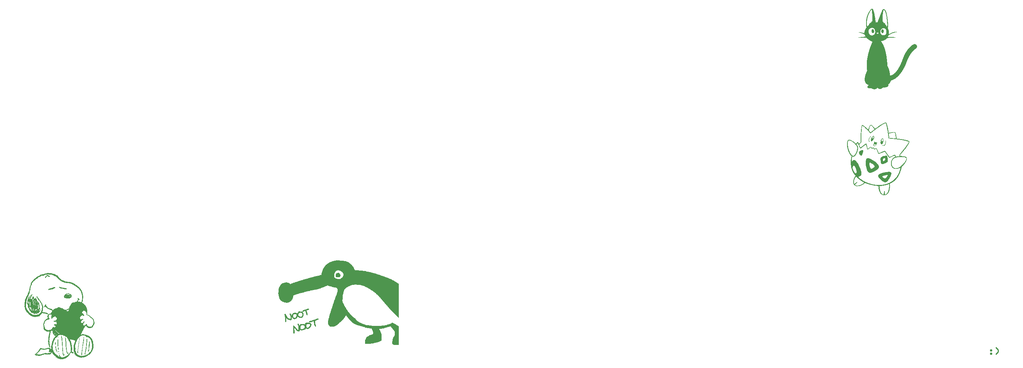
<source format=gbr>
G04*
G04 #@! TF.GenerationSoftware,Altium Limited,Altium Designer,25.6.2 (33)*
G04*
G04 Layer_Color=65535*
%FSLAX25Y25*%
%MOIN*%
G70*
G04*
G04 #@! TF.SameCoordinates,382BDFDD-3B37-4485-9E84-E16E40AE936B*
G04*
G04*
G04 #@! TF.FilePolarity,Positive*
G04*
G01*
G75*
%ADD10C,0.01000*%
G36*
X1271433Y402858D02*
X1271587D01*
Y402807D01*
X1271689D01*
Y402756D01*
X1271791D01*
Y402705D01*
X1271842D01*
Y402654D01*
X1271894D01*
Y402602D01*
X1271945D01*
Y402551D01*
X1271996D01*
Y402500D01*
X1272047D01*
Y402449D01*
X1272098D01*
Y402347D01*
X1272150D01*
Y402295D01*
X1272201D01*
Y402193D01*
X1272252D01*
Y402142D01*
X1272303D01*
Y402039D01*
X1272354D01*
Y401937D01*
X1272406D01*
Y401835D01*
X1272457D01*
Y401732D01*
X1272508D01*
Y401630D01*
X1272559D01*
Y401528D01*
X1272610D01*
Y401374D01*
X1272661D01*
Y401272D01*
X1272713D01*
Y401118D01*
X1272764D01*
Y401016D01*
X1272815D01*
Y400862D01*
X1272866D01*
Y400709D01*
X1272917D01*
Y400555D01*
X1272968D01*
Y400402D01*
X1273020D01*
Y400197D01*
X1273071D01*
Y400043D01*
X1273122D01*
Y399839D01*
X1273173D01*
Y399634D01*
X1273224D01*
Y399480D01*
X1273276D01*
Y399276D01*
X1273327D01*
Y399020D01*
X1273378D01*
Y398815D01*
X1273429D01*
Y398610D01*
X1273480D01*
Y398354D01*
X1273532D01*
Y398150D01*
X1273583D01*
Y397894D01*
X1273634D01*
Y397638D01*
X1273685D01*
Y397382D01*
X1273736D01*
Y397126D01*
X1273787D01*
Y396819D01*
X1273839D01*
Y396512D01*
X1273890D01*
Y396256D01*
X1273941D01*
Y395949D01*
X1273992D01*
Y395642D01*
X1274043D01*
Y395284D01*
X1274094D01*
Y394976D01*
X1274146D01*
Y394669D01*
X1274197D01*
Y394311D01*
X1274248D01*
Y393953D01*
X1274299D01*
Y393595D01*
X1274350D01*
Y393236D01*
X1274402D01*
Y392827D01*
X1274453D01*
Y392417D01*
X1274504D01*
Y392059D01*
X1274555D01*
Y391598D01*
X1274606D01*
Y391189D01*
X1274658D01*
Y390779D01*
X1274709D01*
Y390421D01*
X1274862D01*
Y390472D01*
X1276398D01*
Y390575D01*
X1276449D01*
Y390728D01*
X1276500D01*
Y390882D01*
X1276551D01*
Y391035D01*
X1276602D01*
Y391138D01*
X1276653D01*
Y391291D01*
X1276705D01*
Y391445D01*
X1276756D01*
Y391547D01*
X1276807D01*
Y391701D01*
X1276858D01*
Y391854D01*
X1276909D01*
Y392008D01*
X1276961D01*
Y392110D01*
X1277012D01*
Y392264D01*
X1277063D01*
Y392417D01*
X1277114D01*
Y392520D01*
X1277165D01*
Y392673D01*
X1277217D01*
Y392827D01*
X1277268D01*
Y392929D01*
X1277319D01*
Y393083D01*
X1277370D01*
Y393236D01*
X1277421D01*
Y393339D01*
X1277472D01*
Y393492D01*
X1277524D01*
Y393646D01*
X1277575D01*
Y393748D01*
X1277626D01*
Y393902D01*
X1277677D01*
Y394055D01*
X1277728D01*
Y394158D01*
X1277779D01*
Y394311D01*
X1277831D01*
Y394465D01*
X1277882D01*
Y394567D01*
X1277933D01*
Y394721D01*
X1277984D01*
Y394823D01*
X1278035D01*
Y394976D01*
X1278087D01*
Y395130D01*
X1278138D01*
Y395232D01*
X1278189D01*
Y395386D01*
X1278240D01*
Y395539D01*
X1278291D01*
Y395642D01*
X1278343D01*
Y395795D01*
X1278394D01*
Y395898D01*
X1278445D01*
Y396051D01*
X1278496D01*
Y396205D01*
X1278547D01*
Y396307D01*
X1278598D01*
Y396461D01*
X1278650D01*
Y396563D01*
X1278701D01*
Y396716D01*
X1278752D01*
Y396819D01*
X1278803D01*
Y396972D01*
X1278854D01*
Y397075D01*
X1278905D01*
Y397228D01*
X1278957D01*
Y397382D01*
X1279008D01*
Y397484D01*
X1279059D01*
Y397638D01*
X1279110D01*
Y397740D01*
X1279161D01*
Y397894D01*
X1279213D01*
Y397996D01*
X1279264D01*
Y398150D01*
X1279315D01*
Y398252D01*
X1279366D01*
Y398406D01*
X1279417D01*
Y398508D01*
X1279469D01*
Y398661D01*
X1279520D01*
Y398764D01*
X1279571D01*
Y398866D01*
X1279622D01*
Y399020D01*
X1279673D01*
Y399122D01*
X1279724D01*
Y399276D01*
X1279776D01*
Y399378D01*
X1279827D01*
Y399480D01*
X1279878D01*
Y399634D01*
X1279929D01*
Y399736D01*
X1279980D01*
Y399839D01*
X1280031D01*
Y399992D01*
X1280083D01*
Y400095D01*
X1280134D01*
Y400197D01*
X1280185D01*
Y400350D01*
X1280236D01*
Y400453D01*
X1280287D01*
Y400555D01*
X1280339D01*
Y400658D01*
X1280390D01*
Y400811D01*
X1280441D01*
Y400913D01*
X1280492D01*
Y401016D01*
X1280543D01*
Y401118D01*
X1280595D01*
Y401221D01*
X1280646D01*
Y401323D01*
X1280697D01*
Y401425D01*
X1280748D01*
Y401528D01*
X1280799D01*
Y401579D01*
X1280850D01*
Y401681D01*
X1280902D01*
Y401784D01*
X1280953D01*
Y401886D01*
X1281004D01*
Y401937D01*
X1281055D01*
Y402039D01*
X1281106D01*
Y402091D01*
X1281157D01*
Y402193D01*
X1281209D01*
Y402244D01*
X1281260D01*
Y402295D01*
X1281311D01*
Y402347D01*
X1281362D01*
Y402398D01*
X1281413D01*
Y402449D01*
X1281516D01*
Y402500D01*
X1281618D01*
Y402551D01*
X1282028D01*
Y402500D01*
X1282181D01*
Y402449D01*
X1282283D01*
Y402398D01*
X1282386D01*
Y402347D01*
X1282488D01*
Y402295D01*
X1282591D01*
Y402244D01*
X1282642D01*
Y402193D01*
X1282744D01*
Y402142D01*
X1282795D01*
Y402091D01*
X1282847D01*
Y402039D01*
X1282898D01*
Y401988D01*
X1282949D01*
Y401937D01*
X1283000D01*
Y401886D01*
X1283051D01*
Y401835D01*
X1283102D01*
Y401784D01*
X1283154D01*
Y401732D01*
X1283205D01*
Y401681D01*
X1283256D01*
Y401630D01*
X1283307D01*
Y401579D01*
X1283358D01*
Y401476D01*
X1283409D01*
Y401425D01*
X1283461D01*
Y401374D01*
X1283512D01*
Y401272D01*
X1283563D01*
Y401221D01*
X1283614D01*
Y401118D01*
X1283665D01*
Y401016D01*
X1283716D01*
Y400965D01*
X1283768D01*
Y400862D01*
X1283819D01*
Y400760D01*
X1283870D01*
Y400658D01*
X1283921D01*
Y400555D01*
X1283972D01*
Y400453D01*
X1284024D01*
Y400350D01*
X1284075D01*
Y400248D01*
X1284126D01*
Y400095D01*
X1284177D01*
Y399992D01*
X1284228D01*
Y399839D01*
X1284280D01*
Y399736D01*
X1284331D01*
Y399583D01*
X1284382D01*
Y399429D01*
X1284433D01*
Y399276D01*
X1284484D01*
Y399071D01*
X1284535D01*
Y398917D01*
X1284587D01*
Y398713D01*
X1284638D01*
Y398508D01*
X1284689D01*
Y398303D01*
X1284740D01*
Y398098D01*
X1284791D01*
Y397843D01*
X1284842D01*
Y397587D01*
X1284894D01*
Y397280D01*
X1284945D01*
Y397024D01*
X1284996D01*
Y396716D01*
X1285047D01*
Y396410D01*
X1285098D01*
Y396102D01*
X1285150D01*
Y395795D01*
X1285201D01*
Y395488D01*
X1285252D01*
Y395130D01*
X1285303D01*
Y394772D01*
X1285354D01*
Y394465D01*
X1285406D01*
Y394106D01*
X1285457D01*
Y393697D01*
X1285508D01*
Y393339D01*
X1285559D01*
Y392929D01*
X1285610D01*
Y392469D01*
X1285661D01*
Y392059D01*
X1285713D01*
Y391547D01*
X1285764D01*
Y391035D01*
X1285815D01*
Y390421D01*
X1285866D01*
Y389705D01*
X1285917D01*
Y388630D01*
X1285968D01*
Y387146D01*
X1285917D01*
Y386378D01*
X1285866D01*
Y385917D01*
X1285815D01*
Y385610D01*
X1285764D01*
Y385354D01*
X1285713D01*
Y385098D01*
X1285764D01*
Y385047D01*
X1285815D01*
Y384945D01*
X1285866D01*
Y384842D01*
X1285917D01*
Y384740D01*
X1285968D01*
Y384638D01*
X1286020D01*
Y384535D01*
X1286071D01*
Y384433D01*
X1286122D01*
Y384331D01*
X1286173D01*
Y384177D01*
X1286224D01*
Y384075D01*
X1286276D01*
Y383921D01*
X1286327D01*
Y383768D01*
X1286378D01*
Y383614D01*
X1286429D01*
Y383410D01*
X1286480D01*
Y383205D01*
X1286532D01*
Y382898D01*
X1286583D01*
Y382539D01*
X1286634D01*
Y381925D01*
X1286685D01*
Y381055D01*
X1286634D01*
Y380287D01*
X1286583D01*
Y379878D01*
X1286532D01*
Y379571D01*
X1286634D01*
Y379622D01*
X1286736D01*
Y379673D01*
X1286839D01*
Y379724D01*
X1286941D01*
Y379776D01*
X1286992D01*
Y379827D01*
X1287094D01*
Y379878D01*
X1287197D01*
Y379929D01*
X1287299D01*
Y379980D01*
X1287402D01*
Y380031D01*
X1287504D01*
Y380083D01*
X1287606D01*
Y380134D01*
X1287709D01*
Y380185D01*
X1287811D01*
Y380236D01*
X1287913D01*
Y380287D01*
X1288016D01*
Y380339D01*
X1288169D01*
Y380390D01*
X1288272D01*
Y380441D01*
X1288374D01*
Y380492D01*
X1288476D01*
Y380543D01*
X1288579D01*
Y380594D01*
X1288681D01*
Y380646D01*
X1288835D01*
Y380697D01*
X1288937D01*
Y380748D01*
X1289039D01*
Y380799D01*
X1289142D01*
Y380850D01*
X1289295D01*
Y380902D01*
X1289398D01*
Y380953D01*
X1289551D01*
Y381004D01*
X1289653D01*
Y381055D01*
X1289807D01*
Y381106D01*
X1289909D01*
Y381157D01*
X1290063D01*
Y381209D01*
X1290165D01*
Y381260D01*
X1290319D01*
Y381311D01*
X1290472D01*
Y381362D01*
X1290626D01*
Y381413D01*
X1290779D01*
Y381465D01*
X1290933D01*
Y381516D01*
X1291087D01*
Y381567D01*
X1291291D01*
Y381618D01*
X1291496D01*
Y381669D01*
X1291701D01*
Y381720D01*
X1291905D01*
Y381772D01*
X1292161D01*
Y381823D01*
X1292571D01*
Y381874D01*
X1293287D01*
Y381823D01*
X1293543D01*
Y381772D01*
X1293697D01*
Y381720D01*
X1293850D01*
Y381669D01*
X1293953D01*
Y381618D01*
X1294004D01*
Y381567D01*
X1294055D01*
Y381516D01*
X1293646D01*
Y381465D01*
X1293236D01*
Y381413D01*
X1292980D01*
Y381362D01*
X1292724D01*
Y381311D01*
X1292520D01*
Y381260D01*
X1292264D01*
Y381209D01*
X1292059D01*
Y381157D01*
X1291905D01*
Y381106D01*
X1291701D01*
Y381055D01*
X1291547D01*
Y381004D01*
X1291343D01*
Y380953D01*
X1291189D01*
Y380902D01*
X1291035D01*
Y380850D01*
X1290882D01*
Y380799D01*
X1290728D01*
Y380748D01*
X1290575D01*
Y380697D01*
X1290472D01*
Y380646D01*
X1290319D01*
Y380594D01*
X1290165D01*
Y380543D01*
X1290063D01*
Y380492D01*
X1289909D01*
Y380441D01*
X1289807D01*
Y380390D01*
X1289653D01*
Y380339D01*
X1289551D01*
Y380287D01*
X1289449D01*
Y380236D01*
X1289347D01*
Y380185D01*
X1289193D01*
Y380134D01*
X1289091D01*
Y380083D01*
X1288988D01*
Y380031D01*
X1288886D01*
Y379980D01*
X1288783D01*
Y379929D01*
X1288681D01*
Y379878D01*
X1288579D01*
Y379827D01*
X1288476D01*
Y379776D01*
X1288374D01*
Y379724D01*
X1288272D01*
Y379673D01*
X1288169D01*
Y379622D01*
X1288067D01*
Y379571D01*
X1287965D01*
Y379520D01*
X1287913D01*
Y379468D01*
X1287811D01*
Y379417D01*
X1287709D01*
Y379366D01*
X1287606D01*
Y379315D01*
X1287555D01*
Y379264D01*
X1287453D01*
Y379213D01*
X1287350D01*
Y379161D01*
X1287299D01*
Y379110D01*
X1287197D01*
Y379059D01*
X1287146D01*
Y379008D01*
X1287043D01*
Y378957D01*
X1286941D01*
Y378906D01*
X1286890D01*
Y378854D01*
X1286787D01*
Y378803D01*
X1286736D01*
Y378752D01*
X1286634D01*
Y378701D01*
X1286583D01*
Y378650D01*
X1286532D01*
Y378598D01*
X1286429D01*
Y378547D01*
X1286378D01*
Y378496D01*
X1286276D01*
Y378394D01*
X1286224D01*
Y378240D01*
X1286173D01*
Y378087D01*
X1286122D01*
Y377933D01*
X1286071D01*
Y377831D01*
X1286020D01*
Y377677D01*
X1285968D01*
Y377575D01*
X1285917D01*
Y377472D01*
X1285866D01*
Y377370D01*
X1285815D01*
Y377217D01*
X1285764D01*
Y377165D01*
X1285713D01*
Y377063D01*
X1287197D01*
Y377012D01*
X1289602D01*
Y376961D01*
X1291291D01*
Y376909D01*
X1292571D01*
Y376858D01*
X1293543D01*
Y376807D01*
X1294311D01*
Y376756D01*
X1294823D01*
Y376705D01*
X1295181D01*
Y376654D01*
X1293953D01*
Y376602D01*
X1292673D01*
Y376551D01*
X1291445D01*
Y376500D01*
X1290319D01*
Y376449D01*
X1289244D01*
Y376398D01*
X1288169D01*
Y376346D01*
X1287299D01*
Y376295D01*
X1286480D01*
Y376244D01*
X1285764D01*
Y376193D01*
X1285252D01*
Y376142D01*
X1285098D01*
Y376091D01*
X1285047D01*
Y376039D01*
X1284996D01*
Y375988D01*
X1284945D01*
Y375937D01*
X1284894D01*
Y375835D01*
X1284842D01*
Y375783D01*
X1284791D01*
Y375732D01*
X1284740D01*
Y375681D01*
X1284689D01*
Y375630D01*
X1284638D01*
Y375579D01*
X1284587D01*
Y375528D01*
X1284535D01*
Y375476D01*
X1284484D01*
Y375425D01*
X1284433D01*
Y375374D01*
X1284382D01*
Y375323D01*
X1284331D01*
Y375272D01*
X1284280D01*
Y375220D01*
X1284177D01*
Y375169D01*
X1284126D01*
Y375118D01*
X1284075D01*
Y375067D01*
X1284024D01*
Y375016D01*
X1283972D01*
Y374965D01*
X1283870D01*
Y374913D01*
X1283819D01*
Y374862D01*
X1283768D01*
Y374811D01*
X1283665D01*
Y374760D01*
X1283614D01*
Y374709D01*
X1283512D01*
Y374658D01*
X1283461D01*
Y374606D01*
X1283358D01*
Y374555D01*
X1283307D01*
Y374504D01*
X1283205D01*
Y374453D01*
X1283102D01*
Y374402D01*
X1283000D01*
Y374350D01*
X1282949D01*
Y374299D01*
X1282847D01*
Y374248D01*
X1282744D01*
Y374197D01*
X1282642D01*
Y374146D01*
X1282539D01*
Y374095D01*
X1282437D01*
Y374043D01*
X1282283D01*
Y373992D01*
X1282181D01*
Y373941D01*
X1282079D01*
Y373890D01*
X1281925D01*
Y373839D01*
X1281772D01*
Y373787D01*
X1281669D01*
Y373736D01*
X1281516D01*
Y373685D01*
X1281362D01*
Y373634D01*
X1281157D01*
Y373583D01*
X1281004D01*
Y373532D01*
X1280799D01*
Y373480D01*
X1280595D01*
Y373429D01*
X1280390D01*
Y373378D01*
X1280185D01*
Y373327D01*
X1279929D01*
Y373276D01*
X1279622D01*
Y373224D01*
X1279366D01*
Y373173D01*
X1279417D01*
Y373122D01*
X1279469D01*
Y373071D01*
X1279520D01*
Y373020D01*
X1279571D01*
Y372969D01*
X1279622D01*
Y372917D01*
X1279673D01*
Y372866D01*
X1279724D01*
Y372815D01*
X1279776D01*
Y372764D01*
X1279827D01*
Y372713D01*
X1279878D01*
Y372661D01*
X1279929D01*
Y372610D01*
X1279980D01*
Y372508D01*
X1280031D01*
Y372457D01*
X1280083D01*
Y372406D01*
X1280134D01*
Y372303D01*
X1280185D01*
Y372252D01*
X1280236D01*
Y372201D01*
X1280287D01*
Y372098D01*
X1280339D01*
Y372047D01*
X1280390D01*
Y371945D01*
X1280441D01*
Y371894D01*
X1280492D01*
Y371791D01*
X1280543D01*
Y371740D01*
X1280595D01*
Y371638D01*
X1280646D01*
Y371587D01*
X1280697D01*
Y371484D01*
X1280748D01*
Y371433D01*
X1280799D01*
Y371331D01*
X1280850D01*
Y371228D01*
X1280902D01*
Y371126D01*
X1280953D01*
Y371075D01*
X1281004D01*
Y370972D01*
X1281055D01*
Y370870D01*
X1281106D01*
Y370768D01*
X1281157D01*
Y370717D01*
X1281209D01*
Y370614D01*
X1281260D01*
Y370512D01*
X1281311D01*
Y370409D01*
X1281362D01*
Y370307D01*
X1281413D01*
Y370205D01*
X1281465D01*
Y370102D01*
X1281516D01*
Y370000D01*
X1281567D01*
Y369898D01*
X1281618D01*
Y369795D01*
X1281669D01*
Y369693D01*
X1281721D01*
Y369539D01*
X1281772D01*
Y369437D01*
X1281823D01*
Y369335D01*
X1281874D01*
Y369232D01*
X1281925D01*
Y369079D01*
X1281976D01*
Y368976D01*
X1282028D01*
Y368874D01*
X1282079D01*
Y368721D01*
X1282130D01*
Y368618D01*
X1282181D01*
Y368465D01*
X1282232D01*
Y368362D01*
X1282283D01*
Y368209D01*
X1282335D01*
Y368106D01*
X1282386D01*
Y367953D01*
X1282437D01*
Y367799D01*
X1282488D01*
Y367697D01*
X1282539D01*
Y367543D01*
X1282591D01*
Y367390D01*
X1282642D01*
Y367236D01*
X1282693D01*
Y367083D01*
X1282744D01*
Y366929D01*
X1282795D01*
Y366776D01*
X1282847D01*
Y366622D01*
X1282898D01*
Y366469D01*
X1282949D01*
Y366315D01*
X1283000D01*
Y366161D01*
X1283051D01*
Y366008D01*
X1283102D01*
Y365803D01*
X1283154D01*
Y365650D01*
X1283205D01*
Y365496D01*
X1283256D01*
Y365291D01*
X1283307D01*
Y365087D01*
X1283358D01*
Y364933D01*
X1283409D01*
Y364728D01*
X1283461D01*
Y364524D01*
X1283512D01*
Y364319D01*
X1283563D01*
Y364165D01*
X1283614D01*
Y363961D01*
X1283665D01*
Y363705D01*
X1283716D01*
Y363500D01*
X1283768D01*
Y363295D01*
X1283819D01*
Y363090D01*
X1283870D01*
Y362835D01*
X1283921D01*
Y362630D01*
X1283972D01*
Y362374D01*
X1284024D01*
Y362118D01*
X1284075D01*
Y361862D01*
X1284126D01*
Y361606D01*
X1284177D01*
Y361350D01*
X1284228D01*
Y361094D01*
X1284280D01*
Y360839D01*
X1284331D01*
Y360531D01*
X1284382D01*
Y360224D01*
X1284433D01*
Y359917D01*
X1284484D01*
Y359610D01*
X1284535D01*
Y359303D01*
X1284587D01*
Y358996D01*
X1284638D01*
Y358638D01*
X1284689D01*
Y358279D01*
X1284740D01*
Y357921D01*
X1284791D01*
Y357512D01*
X1284842D01*
Y357102D01*
X1284894D01*
Y356693D01*
X1284945D01*
Y356232D01*
X1284996D01*
Y355772D01*
X1285047D01*
Y355311D01*
X1285098D01*
Y354799D01*
X1285150D01*
Y354236D01*
X1285201D01*
Y353622D01*
X1285252D01*
Y352957D01*
X1285303D01*
Y352240D01*
X1285354D01*
Y351421D01*
X1285406D01*
Y350756D01*
X1285457D01*
Y350654D01*
X1285508D01*
Y350551D01*
X1285559D01*
Y350449D01*
X1285610D01*
Y350346D01*
X1285661D01*
Y350244D01*
X1285713D01*
Y350142D01*
X1285764D01*
Y350039D01*
X1285815D01*
Y349937D01*
X1285866D01*
Y349835D01*
X1285917D01*
Y349732D01*
X1285968D01*
Y349579D01*
X1286020D01*
Y349476D01*
X1286071D01*
Y349374D01*
X1286122D01*
Y349220D01*
X1286173D01*
Y349118D01*
X1286224D01*
Y349016D01*
X1286276D01*
Y348862D01*
X1286327D01*
Y348760D01*
X1286378D01*
Y348606D01*
X1286429D01*
Y348453D01*
X1286480D01*
Y348350D01*
X1286532D01*
Y348197D01*
X1286583D01*
Y348043D01*
X1286634D01*
Y347890D01*
X1286685D01*
Y347736D01*
X1286736D01*
Y347583D01*
X1286787D01*
Y347429D01*
X1286839D01*
Y347276D01*
X1286890D01*
Y347122D01*
X1286941D01*
Y346917D01*
X1286992D01*
Y346764D01*
X1287043D01*
Y346559D01*
X1287094D01*
Y346406D01*
X1287146D01*
Y346201D01*
X1287197D01*
Y345996D01*
X1287248D01*
Y345791D01*
X1287299D01*
Y345535D01*
X1287350D01*
Y345331D01*
X1287402D01*
Y345075D01*
X1287453D01*
Y344819D01*
X1287504D01*
Y344563D01*
X1287555D01*
Y344256D01*
X1287606D01*
Y343949D01*
X1287658D01*
Y343590D01*
X1287709D01*
Y343232D01*
X1287760D01*
Y342772D01*
X1287811D01*
Y342209D01*
X1287862D01*
Y342004D01*
X1288272D01*
Y342055D01*
X1288579D01*
Y342106D01*
X1288783D01*
Y342158D01*
X1288988D01*
Y342209D01*
X1289142D01*
Y342260D01*
X1289244D01*
Y342311D01*
X1289398D01*
Y342362D01*
X1289500D01*
Y342413D01*
X1289602D01*
Y342465D01*
X1289756D01*
Y342516D01*
X1289858D01*
Y342567D01*
X1289961D01*
Y342618D01*
X1290012D01*
Y342669D01*
X1290114D01*
Y342721D01*
X1290217D01*
Y342772D01*
X1290319D01*
Y342823D01*
X1290370D01*
Y342874D01*
X1290472D01*
Y342925D01*
X1290524D01*
Y342976D01*
X1290626D01*
Y343028D01*
X1290677D01*
Y343079D01*
X1290779D01*
Y343130D01*
X1290831D01*
Y343181D01*
X1290933D01*
Y343232D01*
X1290984D01*
Y343284D01*
X1291035D01*
Y343335D01*
X1291138D01*
Y343386D01*
X1291189D01*
Y343437D01*
X1291240D01*
Y343488D01*
X1291343D01*
Y343539D01*
X1291394D01*
Y343590D01*
X1291445D01*
Y343642D01*
X1291496D01*
Y343693D01*
X1291547D01*
Y343744D01*
X1291650D01*
Y343795D01*
X1291701D01*
Y343847D01*
X1291752D01*
Y343898D01*
X1291803D01*
Y343949D01*
X1291854D01*
Y344000D01*
X1291905D01*
Y344051D01*
X1291957D01*
Y344102D01*
X1292008D01*
Y344153D01*
X1292059D01*
Y344205D01*
X1292161D01*
Y344256D01*
X1292213D01*
Y344307D01*
X1292264D01*
Y344358D01*
X1292315D01*
Y344409D01*
X1292366D01*
Y344461D01*
X1292417D01*
Y344512D01*
X1292468D01*
Y344563D01*
X1292520D01*
Y344665D01*
X1292571D01*
Y344717D01*
X1292622D01*
Y344768D01*
X1292673D01*
Y344819D01*
X1292724D01*
Y344870D01*
X1292776D01*
Y344921D01*
X1292827D01*
Y344972D01*
X1292878D01*
Y345024D01*
X1292929D01*
Y345075D01*
X1292980D01*
Y345126D01*
X1293032D01*
Y345177D01*
X1293083D01*
Y345280D01*
X1293134D01*
Y345331D01*
X1293185D01*
Y345382D01*
X1293236D01*
Y345433D01*
X1293287D01*
Y345484D01*
X1293339D01*
Y345535D01*
X1293390D01*
Y345638D01*
X1293441D01*
Y345689D01*
X1293492D01*
Y345740D01*
X1293543D01*
Y345791D01*
X1293594D01*
Y345894D01*
X1293646D01*
Y345945D01*
X1293697D01*
Y345996D01*
X1293748D01*
Y346047D01*
X1293799D01*
Y346150D01*
X1293850D01*
Y346201D01*
X1293902D01*
Y346252D01*
X1293953D01*
Y346354D01*
X1294004D01*
Y346406D01*
X1294055D01*
Y346457D01*
X1294106D01*
Y346559D01*
X1294158D01*
Y346610D01*
X1294209D01*
Y346713D01*
X1294260D01*
Y346764D01*
X1294311D01*
Y346815D01*
X1294362D01*
Y346917D01*
X1294413D01*
Y346969D01*
X1294465D01*
Y347071D01*
X1294516D01*
Y347122D01*
X1294567D01*
Y347173D01*
X1294618D01*
Y347276D01*
X1294669D01*
Y347327D01*
X1294720D01*
Y347429D01*
X1294772D01*
Y347480D01*
X1294823D01*
Y347583D01*
X1294874D01*
Y347634D01*
X1294925D01*
Y347736D01*
X1294976D01*
Y347839D01*
X1295028D01*
Y347890D01*
X1295079D01*
Y347992D01*
X1295130D01*
Y348043D01*
X1295181D01*
Y348146D01*
X1295232D01*
Y348248D01*
X1295284D01*
Y348299D01*
X1295335D01*
Y348402D01*
X1295386D01*
Y348453D01*
X1295437D01*
Y348555D01*
X1295488D01*
Y348657D01*
X1295539D01*
Y348709D01*
X1295591D01*
Y348811D01*
X1295642D01*
Y348913D01*
X1295693D01*
Y349016D01*
X1295744D01*
Y349067D01*
X1295795D01*
Y349169D01*
X1295846D01*
Y349272D01*
X1295898D01*
Y349374D01*
X1295949D01*
Y349425D01*
X1296000D01*
Y349528D01*
X1296051D01*
Y349630D01*
X1296102D01*
Y349732D01*
X1296154D01*
Y349835D01*
X1296205D01*
Y349886D01*
X1296256D01*
Y349988D01*
X1296307D01*
Y350091D01*
X1296358D01*
Y350193D01*
X1296409D01*
Y350295D01*
X1296461D01*
Y350398D01*
X1296512D01*
Y350500D01*
X1296563D01*
Y350602D01*
X1296614D01*
Y350705D01*
X1296665D01*
Y350807D01*
X1296716D01*
Y350909D01*
X1296768D01*
Y351012D01*
X1296819D01*
Y351114D01*
X1296870D01*
Y351217D01*
X1296921D01*
Y351319D01*
X1296972D01*
Y351421D01*
X1297024D01*
Y351524D01*
X1297075D01*
Y351626D01*
X1297126D01*
Y351728D01*
X1297177D01*
Y351831D01*
X1297228D01*
Y351933D01*
X1297279D01*
Y352035D01*
X1297331D01*
Y352138D01*
X1297382D01*
Y352240D01*
X1297433D01*
Y352394D01*
X1297484D01*
Y352496D01*
X1297535D01*
Y352598D01*
X1297587D01*
Y352701D01*
X1297638D01*
Y352803D01*
X1297689D01*
Y352957D01*
X1297740D01*
Y353059D01*
X1297791D01*
Y353161D01*
X1297843D01*
Y353264D01*
X1297894D01*
Y353417D01*
X1297945D01*
Y353520D01*
X1297996D01*
Y353622D01*
X1298047D01*
Y353776D01*
X1298098D01*
Y353878D01*
X1298150D01*
Y353980D01*
X1298201D01*
Y354134D01*
X1298252D01*
Y354236D01*
X1298303D01*
Y354390D01*
X1298354D01*
Y354492D01*
X1298405D01*
Y354646D01*
X1298457D01*
Y354748D01*
X1298508D01*
Y354850D01*
X1298559D01*
Y355004D01*
X1298610D01*
Y355106D01*
X1298661D01*
Y355260D01*
X1298713D01*
Y355362D01*
X1298764D01*
Y355516D01*
X1298815D01*
Y355669D01*
X1298866D01*
Y355772D01*
X1298917D01*
Y355925D01*
X1298969D01*
Y356028D01*
X1299020D01*
Y356181D01*
X1299071D01*
Y356335D01*
X1299122D01*
Y356437D01*
X1299173D01*
Y356591D01*
X1299224D01*
Y356744D01*
X1299276D01*
Y356898D01*
X1299327D01*
Y357000D01*
X1299378D01*
Y357154D01*
X1299429D01*
Y357307D01*
X1299480D01*
Y357461D01*
X1299531D01*
Y357563D01*
X1299583D01*
Y357716D01*
X1299634D01*
Y357870D01*
X1299685D01*
Y358024D01*
X1299736D01*
Y358177D01*
X1299787D01*
Y358331D01*
X1299839D01*
Y358433D01*
X1299890D01*
Y358587D01*
X1299941D01*
Y358740D01*
X1299992D01*
Y358842D01*
X1300043D01*
Y358996D01*
X1300095D01*
Y359098D01*
X1300146D01*
Y359252D01*
X1300197D01*
Y359354D01*
X1300248D01*
Y359457D01*
X1300299D01*
Y359610D01*
X1300350D01*
Y359713D01*
X1300402D01*
Y359815D01*
X1300453D01*
Y359968D01*
X1300504D01*
Y360071D01*
X1300555D01*
Y360173D01*
X1300606D01*
Y360276D01*
X1300657D01*
Y360378D01*
X1300709D01*
Y360480D01*
X1300760D01*
Y360583D01*
X1300811D01*
Y360736D01*
X1300862D01*
Y360839D01*
X1300913D01*
Y360941D01*
X1300965D01*
Y361043D01*
X1301016D01*
Y361146D01*
X1301067D01*
Y361248D01*
X1301118D01*
Y361350D01*
X1301169D01*
Y361453D01*
X1301221D01*
Y361555D01*
X1301272D01*
Y361606D01*
X1301323D01*
Y361709D01*
X1301374D01*
Y361811D01*
X1301425D01*
Y361913D01*
X1301476D01*
Y362016D01*
X1301528D01*
Y362118D01*
X1301579D01*
Y362221D01*
X1301630D01*
Y362272D01*
X1301681D01*
Y362374D01*
X1301732D01*
Y362476D01*
X1301783D01*
Y362579D01*
X1301835D01*
Y362630D01*
X1301886D01*
Y362732D01*
X1301937D01*
Y362835D01*
X1301988D01*
Y362937D01*
X1302039D01*
Y362988D01*
X1302091D01*
Y363090D01*
X1302142D01*
Y363193D01*
X1302193D01*
Y363244D01*
X1302244D01*
Y363347D01*
X1302295D01*
Y363449D01*
X1302347D01*
Y363500D01*
X1302398D01*
Y363602D01*
X1302449D01*
Y363653D01*
X1302500D01*
Y363756D01*
X1302551D01*
Y363858D01*
X1302602D01*
Y363910D01*
X1302654D01*
Y364012D01*
X1302705D01*
Y364063D01*
X1302756D01*
Y364165D01*
X1302807D01*
Y364216D01*
X1302858D01*
Y364319D01*
X1302909D01*
Y364370D01*
X1302961D01*
Y364472D01*
X1303012D01*
Y364524D01*
X1303063D01*
Y364626D01*
X1303114D01*
Y364677D01*
X1303165D01*
Y364728D01*
X1303216D01*
Y364831D01*
X1303268D01*
Y364882D01*
X1303319D01*
Y364984D01*
X1303370D01*
Y365035D01*
X1303421D01*
Y365087D01*
X1303472D01*
Y365189D01*
X1303524D01*
Y365240D01*
X1303575D01*
Y365342D01*
X1303626D01*
Y365394D01*
X1303677D01*
Y365445D01*
X1303728D01*
Y365547D01*
X1303780D01*
Y365598D01*
X1303831D01*
Y365650D01*
X1303882D01*
Y365701D01*
X1303933D01*
Y365803D01*
X1303984D01*
Y365854D01*
X1304035D01*
Y365905D01*
X1304087D01*
Y365957D01*
X1304138D01*
Y366059D01*
X1304189D01*
Y366110D01*
X1304240D01*
Y366161D01*
X1304291D01*
Y366213D01*
X1304342D01*
Y366315D01*
X1304394D01*
Y366366D01*
X1304445D01*
Y366417D01*
X1304496D01*
Y366469D01*
X1304547D01*
Y366520D01*
X1304598D01*
Y366622D01*
X1304650D01*
Y366673D01*
X1304701D01*
Y366724D01*
X1304752D01*
Y366776D01*
X1304803D01*
Y366827D01*
X1304854D01*
Y366878D01*
X1304906D01*
Y366929D01*
X1304957D01*
Y366980D01*
X1305008D01*
Y367083D01*
X1305059D01*
Y367134D01*
X1305110D01*
Y367185D01*
X1305161D01*
Y367236D01*
X1305213D01*
Y367287D01*
X1305264D01*
Y367339D01*
X1305315D01*
Y367390D01*
X1305366D01*
Y367441D01*
X1305417D01*
Y367492D01*
X1305468D01*
Y367543D01*
X1305520D01*
Y367595D01*
X1305571D01*
Y367646D01*
X1305622D01*
Y367697D01*
X1305673D01*
Y367748D01*
X1305724D01*
Y367799D01*
X1305776D01*
Y367850D01*
X1305827D01*
Y367902D01*
X1305878D01*
Y367953D01*
X1305929D01*
Y368004D01*
X1305980D01*
Y368055D01*
X1306032D01*
Y368106D01*
X1306083D01*
Y368158D01*
X1306134D01*
Y368209D01*
X1306185D01*
Y368260D01*
X1306236D01*
Y368311D01*
X1306339D01*
Y368362D01*
X1306390D01*
Y368413D01*
X1306441D01*
Y368465D01*
X1306492D01*
Y368516D01*
X1306543D01*
Y368567D01*
X1306594D01*
Y368618D01*
X1306646D01*
Y368669D01*
X1306748D01*
Y368721D01*
X1306799D01*
Y368772D01*
X1306850D01*
Y368823D01*
X1306902D01*
Y368874D01*
X1306953D01*
Y368925D01*
X1307055D01*
Y368976D01*
X1307106D01*
Y369028D01*
X1307158D01*
Y369079D01*
X1307209D01*
Y369130D01*
X1307311D01*
Y369181D01*
X1307362D01*
Y369232D01*
X1307413D01*
Y369284D01*
X1307516D01*
Y369335D01*
X1307567D01*
Y369386D01*
X1307618D01*
Y369437D01*
X1307720D01*
Y369488D01*
X1307772D01*
Y369539D01*
X1307823D01*
Y369590D01*
X1307925D01*
Y369642D01*
X1307976D01*
Y369693D01*
X1308079D01*
Y369744D01*
X1308130D01*
Y369795D01*
X1308232D01*
Y369847D01*
X1308284D01*
Y369898D01*
X1308386D01*
Y369949D01*
X1308488D01*
Y370000D01*
X1308539D01*
Y370051D01*
X1308642D01*
Y370102D01*
X1308693D01*
Y370153D01*
X1308795D01*
Y370205D01*
X1308898D01*
Y370256D01*
X1309000D01*
Y370307D01*
X1309051D01*
Y370358D01*
X1309153D01*
Y370409D01*
X1309256D01*
Y370461D01*
X1309358D01*
Y370512D01*
X1309563D01*
Y370563D01*
X1309819D01*
Y370614D01*
X1310279D01*
Y370563D01*
X1310535D01*
Y370512D01*
X1310740D01*
Y370461D01*
X1310843D01*
Y370409D01*
X1310945D01*
Y370358D01*
X1311047D01*
Y370307D01*
X1311150D01*
Y370256D01*
X1311201D01*
Y370205D01*
X1311303D01*
Y370153D01*
X1311354D01*
Y370102D01*
X1311457D01*
Y370051D01*
X1311508D01*
Y370000D01*
X1311559D01*
Y369949D01*
X1311610D01*
Y369898D01*
X1311661D01*
Y369847D01*
X1311713D01*
Y369795D01*
X1311764D01*
Y369744D01*
X1311815D01*
Y369642D01*
X1311866D01*
Y369590D01*
X1311917D01*
Y369488D01*
X1311969D01*
Y369437D01*
X1312020D01*
Y369335D01*
X1312071D01*
Y369232D01*
X1312122D01*
Y369130D01*
X1312173D01*
Y368976D01*
X1312224D01*
Y368823D01*
X1312276D01*
Y368516D01*
X1312327D01*
Y368158D01*
X1312276D01*
Y367850D01*
X1312224D01*
Y367697D01*
X1312173D01*
Y367595D01*
X1312122D01*
Y367441D01*
X1312071D01*
Y367390D01*
X1312020D01*
Y367287D01*
X1311969D01*
Y367185D01*
X1311917D01*
Y367134D01*
X1311866D01*
Y367083D01*
X1311815D01*
Y366980D01*
X1311764D01*
Y366929D01*
X1311713D01*
Y366878D01*
X1311661D01*
Y366827D01*
X1311610D01*
Y366776D01*
X1311559D01*
Y366724D01*
X1311508D01*
Y366673D01*
X1311457D01*
Y366622D01*
X1311405D01*
Y366571D01*
X1311354D01*
Y366520D01*
X1311303D01*
Y366469D01*
X1311252D01*
Y366417D01*
X1311150D01*
Y366366D01*
X1311098D01*
Y366315D01*
X1311047D01*
Y366264D01*
X1310945D01*
Y366213D01*
X1310894D01*
Y366161D01*
X1310791D01*
Y366110D01*
X1310740D01*
Y366059D01*
X1310638D01*
Y366008D01*
X1310587D01*
Y365957D01*
X1310484D01*
Y365905D01*
X1310433D01*
Y365854D01*
X1310331D01*
Y365803D01*
X1310279D01*
Y365752D01*
X1310228D01*
Y365701D01*
X1310126D01*
Y365650D01*
X1310075D01*
Y365598D01*
X1310024D01*
Y365547D01*
X1309972D01*
Y365496D01*
X1309870D01*
Y365445D01*
X1309819D01*
Y365394D01*
X1309768D01*
Y365342D01*
X1309717D01*
Y365291D01*
X1309665D01*
Y365240D01*
X1309614D01*
Y365189D01*
X1309512D01*
Y365138D01*
X1309461D01*
Y365087D01*
X1309409D01*
Y365035D01*
X1309358D01*
Y364984D01*
X1309307D01*
Y364933D01*
X1309256D01*
Y364882D01*
X1309205D01*
Y364831D01*
X1309153D01*
Y364779D01*
X1309102D01*
Y364728D01*
X1309051D01*
Y364677D01*
X1309000D01*
Y364626D01*
X1308949D01*
Y364575D01*
X1308898D01*
Y364524D01*
X1308846D01*
Y364472D01*
X1308795D01*
Y364421D01*
X1308744D01*
Y364370D01*
X1308693D01*
Y364319D01*
X1308642D01*
Y364268D01*
X1308591D01*
Y364216D01*
X1308539D01*
Y364165D01*
X1308488D01*
Y364114D01*
X1308437D01*
Y364063D01*
X1308386D01*
Y363961D01*
X1308335D01*
Y363910D01*
X1308284D01*
Y363858D01*
X1308232D01*
Y363807D01*
X1308181D01*
Y363756D01*
X1308130D01*
Y363705D01*
X1308079D01*
Y363653D01*
X1308028D01*
Y363551D01*
X1307976D01*
Y363500D01*
X1307925D01*
Y363449D01*
X1307874D01*
Y363398D01*
X1307823D01*
Y363347D01*
X1307772D01*
Y363244D01*
X1307720D01*
Y363193D01*
X1307669D01*
Y363142D01*
X1307618D01*
Y363090D01*
X1307567D01*
Y362988D01*
X1307516D01*
Y362937D01*
X1307465D01*
Y362886D01*
X1307413D01*
Y362835D01*
X1307362D01*
Y362732D01*
X1307311D01*
Y362681D01*
X1307260D01*
Y362630D01*
X1307209D01*
Y362528D01*
X1307158D01*
Y362476D01*
X1307106D01*
Y362425D01*
X1307055D01*
Y362323D01*
X1307004D01*
Y362272D01*
X1306953D01*
Y362169D01*
X1306902D01*
Y362118D01*
X1306850D01*
Y362067D01*
X1306799D01*
Y361965D01*
X1306748D01*
Y361913D01*
X1306697D01*
Y361811D01*
X1306646D01*
Y361760D01*
X1306594D01*
Y361658D01*
X1306543D01*
Y361606D01*
X1306492D01*
Y361504D01*
X1306441D01*
Y361453D01*
X1306390D01*
Y361350D01*
X1306339D01*
Y361299D01*
X1306287D01*
Y361197D01*
X1306236D01*
Y361146D01*
X1306185D01*
Y361043D01*
X1306134D01*
Y360992D01*
X1306083D01*
Y360890D01*
X1306032D01*
Y360839D01*
X1305980D01*
Y360736D01*
X1305929D01*
Y360634D01*
X1305878D01*
Y360583D01*
X1305827D01*
Y360480D01*
X1305776D01*
Y360378D01*
X1305724D01*
Y360327D01*
X1305673D01*
Y360224D01*
X1305622D01*
Y360122D01*
X1305571D01*
Y360071D01*
X1305520D01*
Y359968D01*
X1305468D01*
Y359866D01*
X1305417D01*
Y359815D01*
X1305366D01*
Y359713D01*
X1305315D01*
Y359610D01*
X1305264D01*
Y359508D01*
X1305213D01*
Y359405D01*
X1305161D01*
Y359354D01*
X1305110D01*
Y359252D01*
X1305059D01*
Y359150D01*
X1305008D01*
Y359047D01*
X1304957D01*
Y358945D01*
X1304906D01*
Y358842D01*
X1304854D01*
Y358740D01*
X1304803D01*
Y358689D01*
X1304752D01*
Y358587D01*
X1304701D01*
Y358484D01*
X1304650D01*
Y358382D01*
X1304598D01*
Y358279D01*
X1304547D01*
Y358177D01*
X1304496D01*
Y358075D01*
X1304445D01*
Y357972D01*
X1304394D01*
Y357870D01*
X1304342D01*
Y357768D01*
X1304291D01*
Y357665D01*
X1304240D01*
Y357563D01*
X1304189D01*
Y357409D01*
X1304138D01*
Y357307D01*
X1304087D01*
Y357205D01*
X1304035D01*
Y357102D01*
X1303984D01*
Y357000D01*
X1303933D01*
Y356898D01*
X1303882D01*
Y356795D01*
X1303831D01*
Y356642D01*
X1303780D01*
Y356539D01*
X1303728D01*
Y356437D01*
X1303677D01*
Y356283D01*
X1303626D01*
Y356181D01*
X1303575D01*
Y356079D01*
X1303524D01*
Y355976D01*
X1303472D01*
Y355823D01*
X1303421D01*
Y355720D01*
X1303370D01*
Y355567D01*
X1303319D01*
Y355465D01*
X1303268D01*
Y355362D01*
X1303216D01*
Y355209D01*
X1303165D01*
Y355106D01*
X1303114D01*
Y354953D01*
X1303063D01*
Y354799D01*
X1303012D01*
Y354697D01*
X1302961D01*
Y354543D01*
X1302909D01*
Y354441D01*
X1302858D01*
Y354287D01*
X1302807D01*
Y354134D01*
X1302756D01*
Y354031D01*
X1302705D01*
Y353878D01*
X1302654D01*
Y353724D01*
X1302602D01*
Y353622D01*
X1302551D01*
Y353468D01*
X1302500D01*
Y353315D01*
X1302449D01*
Y353161D01*
X1302398D01*
Y353008D01*
X1302347D01*
Y352854D01*
X1302295D01*
Y352752D01*
X1302244D01*
Y352598D01*
X1302193D01*
Y352496D01*
X1302142D01*
Y352343D01*
X1302091D01*
Y352240D01*
X1302039D01*
Y352087D01*
X1301988D01*
Y351984D01*
X1301937D01*
Y351831D01*
X1301886D01*
Y351728D01*
X1301835D01*
Y351626D01*
X1301783D01*
Y351524D01*
X1301732D01*
Y351370D01*
X1301681D01*
Y351268D01*
X1301630D01*
Y351165D01*
X1301579D01*
Y351063D01*
X1301528D01*
Y350909D01*
X1301476D01*
Y350807D01*
X1301425D01*
Y350705D01*
X1301374D01*
Y350602D01*
X1301323D01*
Y350500D01*
X1301272D01*
Y350398D01*
X1301221D01*
Y350295D01*
X1301169D01*
Y350193D01*
X1301118D01*
Y350091D01*
X1301067D01*
Y349988D01*
X1301016D01*
Y349886D01*
X1300965D01*
Y349783D01*
X1300913D01*
Y349681D01*
X1300862D01*
Y349579D01*
X1300811D01*
Y349476D01*
X1300760D01*
Y349374D01*
X1300709D01*
Y349272D01*
X1300657D01*
Y349169D01*
X1300606D01*
Y349067D01*
X1300555D01*
Y348965D01*
X1300504D01*
Y348862D01*
X1300453D01*
Y348760D01*
X1300402D01*
Y348657D01*
X1300350D01*
Y348606D01*
X1300299D01*
Y348504D01*
X1300248D01*
Y348402D01*
X1300197D01*
Y348299D01*
X1300146D01*
Y348197D01*
X1300095D01*
Y348095D01*
X1300043D01*
Y348043D01*
X1299992D01*
Y347941D01*
X1299941D01*
Y347839D01*
X1299890D01*
Y347736D01*
X1299839D01*
Y347685D01*
X1299787D01*
Y347583D01*
X1299736D01*
Y347480D01*
X1299685D01*
Y347429D01*
X1299634D01*
Y347327D01*
X1299583D01*
Y347224D01*
X1299531D01*
Y347122D01*
X1299480D01*
Y347071D01*
X1299429D01*
Y346969D01*
X1299378D01*
Y346866D01*
X1299327D01*
Y346815D01*
X1299276D01*
Y346713D01*
X1299224D01*
Y346661D01*
X1299173D01*
Y346559D01*
X1299122D01*
Y346457D01*
X1299071D01*
Y346406D01*
X1299020D01*
Y346303D01*
X1298969D01*
Y346252D01*
X1298917D01*
Y346150D01*
X1298866D01*
Y346047D01*
X1298815D01*
Y345996D01*
X1298764D01*
Y345894D01*
X1298713D01*
Y345843D01*
X1298661D01*
Y345740D01*
X1298610D01*
Y345689D01*
X1298559D01*
Y345587D01*
X1298508D01*
Y345535D01*
X1298457D01*
Y345433D01*
X1298405D01*
Y345382D01*
X1298354D01*
Y345280D01*
X1298303D01*
Y345228D01*
X1298252D01*
Y345177D01*
X1298201D01*
Y345075D01*
X1298150D01*
Y345024D01*
X1298098D01*
Y344921D01*
X1298047D01*
Y344870D01*
X1297996D01*
Y344768D01*
X1297945D01*
Y344717D01*
X1297894D01*
Y344665D01*
X1297843D01*
Y344563D01*
X1297791D01*
Y344512D01*
X1297740D01*
Y344461D01*
X1297689D01*
Y344358D01*
X1297638D01*
Y344307D01*
X1297587D01*
Y344256D01*
X1297535D01*
Y344153D01*
X1297484D01*
Y344102D01*
X1297433D01*
Y344051D01*
X1297382D01*
Y343949D01*
X1297331D01*
Y343898D01*
X1297279D01*
Y343847D01*
X1297228D01*
Y343744D01*
X1297177D01*
Y343693D01*
X1297126D01*
Y343642D01*
X1297075D01*
Y343590D01*
X1297024D01*
Y343488D01*
X1296972D01*
Y343437D01*
X1296921D01*
Y343386D01*
X1296870D01*
Y343335D01*
X1296819D01*
Y343232D01*
X1296768D01*
Y343181D01*
X1296716D01*
Y343130D01*
X1296665D01*
Y343079D01*
X1296614D01*
Y343028D01*
X1296563D01*
Y342925D01*
X1296512D01*
Y342874D01*
X1296461D01*
Y342823D01*
X1296409D01*
Y342772D01*
X1296358D01*
Y342721D01*
X1296307D01*
Y342669D01*
X1296256D01*
Y342567D01*
X1296205D01*
Y342516D01*
X1296154D01*
Y342465D01*
X1296102D01*
Y342413D01*
X1296051D01*
Y342362D01*
X1296000D01*
Y342311D01*
X1295949D01*
Y342260D01*
X1295898D01*
Y342209D01*
X1295846D01*
Y342158D01*
X1295795D01*
Y342106D01*
X1295744D01*
Y342004D01*
X1295693D01*
Y341953D01*
X1295642D01*
Y341902D01*
X1295591D01*
Y341850D01*
X1295539D01*
Y341799D01*
X1295488D01*
Y341748D01*
X1295437D01*
Y341697D01*
X1295386D01*
Y341646D01*
X1295335D01*
Y341595D01*
X1295284D01*
Y341543D01*
X1295232D01*
Y341492D01*
X1295181D01*
Y341441D01*
X1295130D01*
Y341390D01*
X1295079D01*
Y341339D01*
X1295028D01*
Y341287D01*
X1294976D01*
Y341236D01*
X1294925D01*
Y341185D01*
X1294874D01*
Y341134D01*
X1294823D01*
Y341083D01*
X1294772D01*
Y341032D01*
X1294720D01*
Y340980D01*
X1294618D01*
Y340929D01*
X1294567D01*
Y340878D01*
X1294516D01*
Y340827D01*
X1294465D01*
Y340776D01*
X1294413D01*
Y340724D01*
X1294362D01*
Y340673D01*
X1294311D01*
Y340622D01*
X1294260D01*
Y340571D01*
X1294209D01*
Y340520D01*
X1294106D01*
Y340469D01*
X1294055D01*
Y340417D01*
X1294004D01*
Y340366D01*
X1293953D01*
Y340315D01*
X1293902D01*
Y340264D01*
X1293799D01*
Y340213D01*
X1293748D01*
Y340161D01*
X1293697D01*
Y340110D01*
X1293646D01*
Y340059D01*
X1293543D01*
Y340008D01*
X1293492D01*
Y339957D01*
X1293441D01*
Y339906D01*
X1293390D01*
Y339854D01*
X1293287D01*
Y339803D01*
X1293236D01*
Y339752D01*
X1293185D01*
Y339701D01*
X1293083D01*
Y339650D01*
X1293032D01*
Y339598D01*
X1292980D01*
Y339547D01*
X1292878D01*
Y339496D01*
X1292827D01*
Y339445D01*
X1292724D01*
Y339394D01*
X1292673D01*
Y339342D01*
X1292571D01*
Y339291D01*
X1292520D01*
Y339240D01*
X1292417D01*
Y339189D01*
X1292366D01*
Y339138D01*
X1292264D01*
Y339087D01*
X1292213D01*
Y339035D01*
X1292110D01*
Y338984D01*
X1292008D01*
Y338933D01*
X1291957D01*
Y338882D01*
X1291854D01*
Y338831D01*
X1291752D01*
Y338779D01*
X1291701D01*
Y338728D01*
X1291598D01*
Y338677D01*
X1291496D01*
Y338626D01*
X1291394D01*
Y338575D01*
X1291291D01*
Y338524D01*
X1291240D01*
Y338472D01*
X1291138D01*
Y338421D01*
X1291035D01*
Y338370D01*
X1290933D01*
Y338319D01*
X1290779D01*
Y338268D01*
X1290677D01*
Y338216D01*
X1290575D01*
Y338165D01*
X1290472D01*
Y338114D01*
X1290370D01*
Y338063D01*
X1290217D01*
Y338012D01*
X1290114D01*
Y337961D01*
X1289961D01*
Y337909D01*
X1289807D01*
Y337858D01*
X1289705D01*
Y337807D01*
X1289551D01*
Y337756D01*
X1289398D01*
Y337705D01*
X1289244D01*
Y337653D01*
X1289039D01*
Y337602D01*
X1288886D01*
Y337551D01*
X1288783D01*
Y337500D01*
X1288732D01*
Y337449D01*
X1288681D01*
Y337398D01*
X1288630D01*
Y337347D01*
X1288579D01*
Y337244D01*
X1288528D01*
Y337193D01*
X1288476D01*
Y337090D01*
X1288425D01*
Y336988D01*
X1288374D01*
Y336886D01*
X1288323D01*
Y336784D01*
X1288272D01*
Y336681D01*
X1288221D01*
Y336579D01*
X1288169D01*
Y336476D01*
X1288118D01*
Y336323D01*
X1288067D01*
Y336221D01*
X1288016D01*
Y336067D01*
X1287965D01*
Y335913D01*
X1287913D01*
Y335811D01*
X1287862D01*
Y335658D01*
X1287811D01*
Y335606D01*
X1287760D01*
Y335504D01*
X1287709D01*
Y335402D01*
X1287658D01*
Y335299D01*
X1287606D01*
Y335248D01*
X1287555D01*
Y335146D01*
X1287504D01*
Y335094D01*
X1287453D01*
Y335043D01*
X1287402D01*
Y334992D01*
X1287350D01*
Y334890D01*
X1287299D01*
Y334839D01*
X1287248D01*
Y334787D01*
X1287197D01*
Y334736D01*
X1287146D01*
Y334685D01*
X1287094D01*
Y334634D01*
X1287043D01*
Y334583D01*
X1286992D01*
Y334531D01*
X1286941D01*
Y334480D01*
X1286890D01*
Y334429D01*
X1286787D01*
Y334378D01*
X1286736D01*
Y334327D01*
X1286685D01*
Y334276D01*
X1286583D01*
Y334224D01*
X1286532D01*
Y334173D01*
X1286429D01*
Y334122D01*
X1286378D01*
Y334071D01*
X1286276D01*
Y334020D01*
X1286173D01*
Y333968D01*
X1286122D01*
Y333815D01*
X1286173D01*
Y333610D01*
X1286224D01*
Y332689D01*
X1286173D01*
Y332535D01*
X1286122D01*
Y332433D01*
X1286071D01*
Y332331D01*
X1286020D01*
Y332228D01*
X1285968D01*
Y332177D01*
X1285917D01*
Y332126D01*
X1285866D01*
Y332075D01*
X1285815D01*
Y332024D01*
X1285764D01*
Y331972D01*
X1285713D01*
Y331921D01*
X1285661D01*
Y331870D01*
X1285559D01*
Y331819D01*
X1285457D01*
Y331768D01*
X1285354D01*
Y331716D01*
X1285252D01*
Y331665D01*
X1285150D01*
Y331614D01*
X1285047D01*
Y331563D01*
X1284894D01*
Y331512D01*
X1284740D01*
Y331461D01*
X1284587D01*
Y331409D01*
X1284433D01*
Y331358D01*
X1284228D01*
Y331307D01*
X1284024D01*
Y331256D01*
X1283768D01*
Y331205D01*
X1283512D01*
Y331153D01*
X1283205D01*
Y331102D01*
X1282898D01*
Y331051D01*
X1282488D01*
Y331000D01*
X1282079D01*
Y330949D01*
X1281465D01*
Y330898D01*
X1281311D01*
Y330847D01*
X1281209D01*
Y330795D01*
X1281106D01*
Y330744D01*
X1281055D01*
Y330693D01*
X1281004D01*
Y330642D01*
X1280902D01*
Y330591D01*
X1280850D01*
Y330539D01*
X1280748D01*
Y330488D01*
X1280697D01*
Y330437D01*
X1280646D01*
Y330386D01*
X1280543D01*
Y330335D01*
X1280492D01*
Y330283D01*
X1280441D01*
Y330232D01*
X1280390D01*
Y330181D01*
X1280339D01*
Y330130D01*
X1280236D01*
Y330079D01*
X1280185D01*
Y330028D01*
X1280031D01*
Y329976D01*
X1279929D01*
Y329925D01*
X1279724D01*
Y329874D01*
X1279469D01*
Y329823D01*
X1278189D01*
Y329874D01*
X1277831D01*
Y329925D01*
X1277575D01*
Y329976D01*
X1277421D01*
Y330028D01*
X1277268D01*
Y330079D01*
X1277165D01*
Y330130D01*
X1277063D01*
Y330181D01*
X1276961D01*
Y330232D01*
X1276909D01*
Y330283D01*
X1276858D01*
Y330335D01*
X1276807D01*
Y330386D01*
X1276756D01*
Y330488D01*
X1276705D01*
Y330539D01*
X1276653D01*
Y330591D01*
X1276602D01*
Y330642D01*
X1276551D01*
Y330693D01*
X1276500D01*
Y330744D01*
X1276449D01*
Y330795D01*
X1276398D01*
Y330847D01*
X1276295D01*
Y330795D01*
X1276244D01*
Y330744D01*
X1276193D01*
Y330693D01*
X1276142D01*
Y330642D01*
X1276091D01*
Y330591D01*
X1276039D01*
Y330488D01*
X1275988D01*
Y330437D01*
X1275937D01*
Y330386D01*
X1275886D01*
Y330335D01*
X1275835D01*
Y330283D01*
X1275784D01*
Y330232D01*
X1275732D01*
Y330181D01*
X1275681D01*
Y330130D01*
X1275630D01*
Y330079D01*
X1275579D01*
Y330028D01*
X1275528D01*
Y329976D01*
X1275476D01*
Y329925D01*
X1275425D01*
Y329874D01*
X1275323D01*
Y329823D01*
X1275220D01*
Y329772D01*
X1275067D01*
Y329720D01*
X1274913D01*
Y329669D01*
X1274658D01*
Y329618D01*
X1274402D01*
Y329567D01*
X1273890D01*
Y329516D01*
X1272866D01*
Y329567D01*
X1272559D01*
Y329618D01*
X1272354D01*
Y329669D01*
X1272201D01*
Y329720D01*
X1272098D01*
Y329772D01*
X1271945D01*
Y329823D01*
X1271842D01*
Y329874D01*
X1271740D01*
Y329925D01*
X1271689D01*
Y329976D01*
X1271587D01*
Y330028D01*
X1271484D01*
Y330079D01*
X1271433D01*
Y330130D01*
X1271331D01*
Y330181D01*
X1271228D01*
Y330232D01*
X1271126D01*
Y330283D01*
X1271024D01*
Y330335D01*
X1270870D01*
Y330386D01*
X1268976D01*
Y330437D01*
X1268567D01*
Y330488D01*
X1268260D01*
Y330539D01*
X1268055D01*
Y330591D01*
X1267902D01*
Y330642D01*
X1267799D01*
Y330693D01*
X1267697D01*
Y330744D01*
X1267595D01*
Y330795D01*
X1267492D01*
Y330847D01*
X1267441D01*
Y330898D01*
X1267390D01*
Y330949D01*
X1267339D01*
Y331000D01*
X1267287D01*
Y331051D01*
X1267236D01*
Y331153D01*
X1267185D01*
Y331358D01*
X1267134D01*
Y331614D01*
X1267185D01*
Y331819D01*
X1267236D01*
Y331921D01*
X1267287D01*
Y332075D01*
X1267339D01*
Y332126D01*
X1267390D01*
Y332228D01*
X1267441D01*
Y332279D01*
X1267492D01*
Y332382D01*
X1267543D01*
Y332433D01*
X1267595D01*
Y332484D01*
X1267646D01*
Y332535D01*
X1267697D01*
Y332638D01*
X1267748D01*
Y332689D01*
X1267799D01*
Y332740D01*
X1267902D01*
Y332791D01*
X1267953D01*
Y332842D01*
X1268004D01*
Y332894D01*
X1268055D01*
Y332945D01*
X1268157D01*
Y332996D01*
X1268260D01*
Y333047D01*
X1268311D01*
Y333150D01*
X1268260D01*
Y333252D01*
X1268209D01*
Y333303D01*
X1268157D01*
Y333354D01*
X1268106D01*
Y333405D01*
X1268055D01*
Y333457D01*
X1267953D01*
Y333508D01*
X1267902D01*
Y333559D01*
X1267850D01*
Y333610D01*
X1267748D01*
Y333661D01*
X1267646D01*
Y333713D01*
X1267543D01*
Y333764D01*
X1267390D01*
Y333815D01*
X1267287D01*
Y333866D01*
X1267185D01*
Y333917D01*
X1267083D01*
Y333968D01*
X1266980D01*
Y334020D01*
X1266878D01*
Y334071D01*
X1266776D01*
Y334122D01*
X1266724D01*
Y334173D01*
X1266622D01*
Y334224D01*
X1266520D01*
Y334276D01*
X1266469D01*
Y334327D01*
X1266417D01*
Y334378D01*
X1266315D01*
Y334429D01*
X1266264D01*
Y334480D01*
X1266213D01*
Y334531D01*
X1266161D01*
Y334583D01*
X1266110D01*
Y334634D01*
X1266059D01*
Y334685D01*
X1266008D01*
Y334736D01*
X1265957D01*
Y334787D01*
X1265905D01*
Y334839D01*
X1265854D01*
Y334890D01*
X1265803D01*
Y334941D01*
X1265752D01*
Y335043D01*
X1265701D01*
Y335094D01*
X1265650D01*
Y335146D01*
X1265598D01*
Y335248D01*
X1265547D01*
Y335299D01*
X1265496D01*
Y335402D01*
X1265445D01*
Y335453D01*
X1265394D01*
Y335555D01*
X1265343D01*
Y335658D01*
X1265291D01*
Y335760D01*
X1265240D01*
Y335862D01*
X1265189D01*
Y336016D01*
X1265138D01*
Y336118D01*
X1265087D01*
Y336272D01*
X1265035D01*
Y336425D01*
X1264984D01*
Y336579D01*
X1264933D01*
Y336784D01*
X1264882D01*
Y337090D01*
X1264831D01*
Y337398D01*
X1264779D01*
Y337961D01*
X1264728D01*
Y338933D01*
X1264779D01*
Y339598D01*
X1264831D01*
Y340008D01*
X1264882D01*
Y340366D01*
X1264933D01*
Y340673D01*
X1264984D01*
Y340929D01*
X1265035D01*
Y341185D01*
X1265087D01*
Y341390D01*
X1265138D01*
Y341595D01*
X1265189D01*
Y341799D01*
X1265240D01*
Y342004D01*
X1265291D01*
Y342209D01*
X1265343D01*
Y342413D01*
X1265394D01*
Y342567D01*
X1265445D01*
Y342772D01*
X1265496D01*
Y342925D01*
X1265547D01*
Y343079D01*
X1265598D01*
Y343232D01*
X1265650D01*
Y343386D01*
X1265701D01*
Y343539D01*
X1265752D01*
Y343693D01*
X1265803D01*
Y343847D01*
X1265854D01*
Y344000D01*
X1265905D01*
Y344153D01*
X1265957D01*
Y344256D01*
X1266008D01*
Y344409D01*
X1266059D01*
Y344563D01*
X1266110D01*
Y344665D01*
X1266161D01*
Y344819D01*
X1266213D01*
Y344921D01*
X1266264D01*
Y345075D01*
X1266315D01*
Y345177D01*
X1266366D01*
Y345331D01*
X1266417D01*
Y345433D01*
X1266469D01*
Y345535D01*
X1266520D01*
Y345689D01*
X1266571D01*
Y345791D01*
X1266622D01*
Y345894D01*
X1266673D01*
Y346047D01*
X1266724D01*
Y346150D01*
X1266776D01*
Y346252D01*
X1266827D01*
Y346354D01*
X1266878D01*
Y346457D01*
X1266929D01*
Y346815D01*
X1266878D01*
Y347122D01*
X1266827D01*
Y347480D01*
X1266776D01*
Y347890D01*
X1266724D01*
Y348350D01*
X1266673D01*
Y348913D01*
X1266622D01*
Y349630D01*
X1266571D01*
Y353110D01*
X1266622D01*
Y353929D01*
X1266673D01*
Y354543D01*
X1266724D01*
Y355055D01*
X1266776D01*
Y355516D01*
X1266827D01*
Y355925D01*
X1266878D01*
Y356335D01*
X1266929D01*
Y356693D01*
X1266980D01*
Y357051D01*
X1267031D01*
Y357358D01*
X1267083D01*
Y357716D01*
X1267134D01*
Y357972D01*
X1267185D01*
Y358279D01*
X1267236D01*
Y358535D01*
X1267287D01*
Y358842D01*
X1267339D01*
Y359098D01*
X1267390D01*
Y359354D01*
X1267441D01*
Y359610D01*
X1267492D01*
Y359815D01*
X1267543D01*
Y360071D01*
X1267595D01*
Y360327D01*
X1267646D01*
Y360531D01*
X1267697D01*
Y360787D01*
X1267748D01*
Y360992D01*
X1267799D01*
Y361197D01*
X1267850D01*
Y361402D01*
X1267902D01*
Y361606D01*
X1267953D01*
Y361811D01*
X1268004D01*
Y362016D01*
X1268055D01*
Y362221D01*
X1268106D01*
Y362425D01*
X1268157D01*
Y362630D01*
X1268209D01*
Y362784D01*
X1268260D01*
Y362988D01*
X1268311D01*
Y363193D01*
X1268362D01*
Y363347D01*
X1268413D01*
Y363551D01*
X1268465D01*
Y363705D01*
X1268516D01*
Y363910D01*
X1268567D01*
Y364063D01*
X1268618D01*
Y364268D01*
X1268669D01*
Y364421D01*
X1268721D01*
Y364575D01*
X1268772D01*
Y364728D01*
X1268823D01*
Y364933D01*
X1268874D01*
Y365087D01*
X1268925D01*
Y365240D01*
X1268976D01*
Y365394D01*
X1269028D01*
Y365547D01*
X1269079D01*
Y365752D01*
X1269130D01*
Y365905D01*
X1269181D01*
Y366059D01*
X1269232D01*
Y366213D01*
X1269283D01*
Y366366D01*
X1269335D01*
Y366520D01*
X1269386D01*
Y366673D01*
X1269437D01*
Y366776D01*
X1269488D01*
Y366929D01*
X1269539D01*
Y367083D01*
X1269591D01*
Y367236D01*
X1269642D01*
Y367390D01*
X1269693D01*
Y367543D01*
X1269744D01*
Y367697D01*
X1269795D01*
Y367799D01*
X1269847D01*
Y367953D01*
X1269898D01*
Y368106D01*
X1269949D01*
Y368209D01*
X1270000D01*
Y368362D01*
X1270051D01*
Y368516D01*
X1270102D01*
Y368669D01*
X1270154D01*
Y368772D01*
X1270205D01*
Y368925D01*
X1270256D01*
Y369028D01*
X1270307D01*
Y369181D01*
X1270358D01*
Y369335D01*
X1270409D01*
Y369437D01*
X1270461D01*
Y369590D01*
X1270512D01*
Y369693D01*
X1270563D01*
Y369847D01*
X1270614D01*
Y369949D01*
X1270665D01*
Y370102D01*
X1270716D01*
Y370205D01*
X1270768D01*
Y370358D01*
X1270819D01*
Y370461D01*
X1270870D01*
Y370563D01*
X1270921D01*
Y370717D01*
X1270972D01*
Y370819D01*
X1271024D01*
Y370972D01*
X1271075D01*
Y371075D01*
X1271126D01*
Y371177D01*
X1271177D01*
Y371331D01*
X1271228D01*
Y371433D01*
X1271280D01*
Y371535D01*
X1271331D01*
Y371638D01*
X1271382D01*
Y371791D01*
X1271433D01*
Y371894D01*
X1271484D01*
Y371996D01*
X1271535D01*
Y372098D01*
X1271587D01*
Y372252D01*
X1271638D01*
Y372354D01*
X1271689D01*
Y372457D01*
X1271740D01*
Y372559D01*
X1271791D01*
Y372661D01*
X1271842D01*
Y372764D01*
X1271791D01*
Y372815D01*
X1271638D01*
Y372866D01*
X1271535D01*
Y372917D01*
X1271433D01*
Y372969D01*
X1271331D01*
Y373020D01*
X1271228D01*
Y373071D01*
X1271126D01*
Y373122D01*
X1271024D01*
Y373173D01*
X1270870D01*
Y373224D01*
X1270768D01*
Y373276D01*
X1270665D01*
Y373327D01*
X1270563D01*
Y373378D01*
X1270461D01*
Y373429D01*
X1270358D01*
Y373480D01*
X1270256D01*
Y373532D01*
X1270154D01*
Y373583D01*
X1270051D01*
Y373634D01*
X1269949D01*
Y373685D01*
X1269847D01*
Y373736D01*
X1269744D01*
Y373787D01*
X1269642D01*
Y373839D01*
X1269591D01*
Y373890D01*
X1269488D01*
Y373941D01*
X1269386D01*
Y373992D01*
X1269283D01*
Y374043D01*
X1269181D01*
Y374095D01*
X1269130D01*
Y374146D01*
X1269028D01*
Y374197D01*
X1268925D01*
Y374248D01*
X1268874D01*
Y374299D01*
X1268772D01*
Y374350D01*
X1268721D01*
Y374402D01*
X1268618D01*
Y374453D01*
X1268567D01*
Y374504D01*
X1268465D01*
Y374555D01*
X1268413D01*
Y374606D01*
X1268311D01*
Y374658D01*
X1268260D01*
Y374709D01*
X1268209D01*
Y374760D01*
X1268106D01*
Y374811D01*
X1268055D01*
Y374862D01*
X1268004D01*
Y374913D01*
X1267902D01*
Y374965D01*
X1267850D01*
Y375016D01*
X1267799D01*
Y375067D01*
X1267697D01*
Y375118D01*
X1267646D01*
Y375169D01*
X1267595D01*
Y375220D01*
X1267543D01*
Y375272D01*
X1267492D01*
Y375323D01*
X1267390D01*
Y375374D01*
X1267339D01*
Y375425D01*
X1267287D01*
Y375476D01*
X1267236D01*
Y375528D01*
X1267185D01*
Y375579D01*
X1267134D01*
Y375630D01*
X1267083D01*
Y375681D01*
X1266980D01*
Y375732D01*
X1266929D01*
Y375783D01*
X1266878D01*
Y375835D01*
X1266827D01*
Y375886D01*
X1266776D01*
Y375937D01*
X1266724D01*
Y375988D01*
X1266673D01*
Y376039D01*
X1266622D01*
Y376091D01*
X1266571D01*
Y376142D01*
X1266520D01*
Y376193D01*
X1266469D01*
Y376244D01*
X1266417D01*
Y376295D01*
X1266366D01*
Y376398D01*
X1266315D01*
Y376449D01*
X1266264D01*
Y376500D01*
X1265547D01*
Y376449D01*
X1260634D01*
Y376500D01*
X1259610D01*
Y376551D01*
X1259047D01*
Y376602D01*
X1258791D01*
Y376654D01*
X1259098D01*
Y376705D01*
X1259457D01*
Y376756D01*
X1259815D01*
Y376807D01*
X1260173D01*
Y376858D01*
X1260583D01*
Y376909D01*
X1260992D01*
Y376961D01*
X1261402D01*
Y377012D01*
X1261913D01*
Y377063D01*
X1262374D01*
Y377114D01*
X1262886D01*
Y377165D01*
X1263398D01*
Y377217D01*
X1263909D01*
Y377268D01*
X1264472D01*
Y377319D01*
X1265035D01*
Y377370D01*
X1265547D01*
Y377421D01*
X1265496D01*
Y377472D01*
X1265445D01*
Y377575D01*
X1265394D01*
Y377677D01*
X1265343D01*
Y377728D01*
X1265291D01*
Y377831D01*
X1265240D01*
Y377933D01*
X1265189D01*
Y377984D01*
X1265138D01*
Y378087D01*
X1265087D01*
Y378189D01*
X1265035D01*
Y378291D01*
X1264984D01*
Y378394D01*
X1264933D01*
Y378547D01*
X1264882D01*
Y378650D01*
X1264831D01*
Y378803D01*
X1264779D01*
Y378906D01*
X1264728D01*
Y379059D01*
X1264677D01*
Y379264D01*
X1264626D01*
Y379315D01*
X1264575D01*
Y379366D01*
X1264472D01*
Y379417D01*
X1264421D01*
Y379468D01*
X1264319D01*
Y379520D01*
X1264217D01*
Y379571D01*
X1264114D01*
Y379622D01*
X1264012D01*
Y379673D01*
X1263909D01*
Y379724D01*
X1263807D01*
Y379776D01*
X1263705D01*
Y379827D01*
X1263602D01*
Y379878D01*
X1263500D01*
Y379929D01*
X1263398D01*
Y379980D01*
X1263244D01*
Y380031D01*
X1263142D01*
Y380083D01*
X1263039D01*
Y380134D01*
X1262886D01*
Y380185D01*
X1262784D01*
Y380236D01*
X1262630D01*
Y380287D01*
X1262528D01*
Y380339D01*
X1262374D01*
Y380390D01*
X1262220D01*
Y380441D01*
X1262118D01*
Y380492D01*
X1261965D01*
Y380543D01*
X1261811D01*
Y380594D01*
X1261658D01*
Y380646D01*
X1261504D01*
Y380697D01*
X1261299D01*
Y380748D01*
X1261146D01*
Y380799D01*
X1260992D01*
Y380850D01*
X1260787D01*
Y380902D01*
X1260583D01*
Y380953D01*
X1260429D01*
Y381004D01*
X1260224D01*
Y381055D01*
X1260020D01*
Y381106D01*
X1259764D01*
Y381157D01*
X1259559D01*
Y381209D01*
X1259303D01*
Y381260D01*
X1259047D01*
Y381311D01*
X1258791D01*
Y381362D01*
X1258484D01*
Y381413D01*
X1258126D01*
Y381465D01*
X1257768D01*
Y381516D01*
X1257870D01*
Y381567D01*
X1259354D01*
Y381516D01*
X1259815D01*
Y381465D01*
X1260173D01*
Y381413D01*
X1260480D01*
Y381362D01*
X1260787D01*
Y381311D01*
X1261043D01*
Y381260D01*
X1261299D01*
Y381209D01*
X1261555D01*
Y381157D01*
X1261760D01*
Y381106D01*
X1262016D01*
Y381055D01*
X1262220D01*
Y381004D01*
X1262425D01*
Y380953D01*
X1262630D01*
Y380902D01*
X1262835D01*
Y380850D01*
X1263039D01*
Y380799D01*
X1263244D01*
Y380748D01*
X1263449D01*
Y380697D01*
X1263653D01*
Y380646D01*
X1263807D01*
Y380594D01*
X1264012D01*
Y380543D01*
X1264165D01*
Y380492D01*
X1264370D01*
Y380441D01*
X1264421D01*
Y381465D01*
X1264472D01*
Y381874D01*
X1264524D01*
Y382130D01*
X1264575D01*
Y382386D01*
X1264626D01*
Y382539D01*
X1264677D01*
Y382744D01*
X1264728D01*
Y382898D01*
X1264779D01*
Y383051D01*
X1264831D01*
Y383205D01*
X1264882D01*
Y383307D01*
X1264933D01*
Y383461D01*
X1264984D01*
Y383563D01*
X1265035D01*
Y383665D01*
X1265087D01*
Y383819D01*
X1265138D01*
Y383921D01*
X1265189D01*
Y384024D01*
X1265240D01*
Y384126D01*
X1265291D01*
Y384228D01*
X1265343D01*
Y384331D01*
X1265394D01*
Y384382D01*
X1265445D01*
Y384484D01*
X1265496D01*
Y384587D01*
X1265547D01*
Y384689D01*
X1265598D01*
Y384740D01*
X1265650D01*
Y384842D01*
X1265701D01*
Y384894D01*
X1265752D01*
Y384996D01*
X1265803D01*
Y385047D01*
X1265854D01*
Y385150D01*
X1265905D01*
Y385201D01*
X1265957D01*
Y385303D01*
X1266008D01*
Y385354D01*
X1266059D01*
Y385457D01*
X1266110D01*
Y385508D01*
X1266161D01*
Y385559D01*
X1266213D01*
Y385661D01*
X1266264D01*
Y385713D01*
X1266315D01*
Y385764D01*
X1266264D01*
Y386071D01*
X1266213D01*
Y386429D01*
X1266161D01*
Y386839D01*
X1266110D01*
Y387299D01*
X1266059D01*
Y387862D01*
X1266008D01*
Y388732D01*
X1265957D01*
Y390984D01*
X1266008D01*
Y391803D01*
X1266059D01*
Y392315D01*
X1266110D01*
Y392776D01*
X1266161D01*
Y393185D01*
X1266213D01*
Y393492D01*
X1266264D01*
Y393799D01*
X1266315D01*
Y394055D01*
X1266366D01*
Y394311D01*
X1266417D01*
Y394516D01*
X1266469D01*
Y394721D01*
X1266520D01*
Y394925D01*
X1266571D01*
Y395130D01*
X1266622D01*
Y395335D01*
X1266673D01*
Y395488D01*
X1266724D01*
Y395642D01*
X1266776D01*
Y395795D01*
X1266827D01*
Y395949D01*
X1266878D01*
Y396102D01*
X1266929D01*
Y396256D01*
X1266980D01*
Y396410D01*
X1267031D01*
Y396563D01*
X1267083D01*
Y396665D01*
X1267134D01*
Y396819D01*
X1267185D01*
Y396921D01*
X1267236D01*
Y397075D01*
X1267287D01*
Y397177D01*
X1267339D01*
Y397331D01*
X1267390D01*
Y397433D01*
X1267441D01*
Y397535D01*
X1267492D01*
Y397638D01*
X1267543D01*
Y397791D01*
X1267595D01*
Y397894D01*
X1267646D01*
Y397996D01*
X1267697D01*
Y398098D01*
X1267748D01*
Y398201D01*
X1267799D01*
Y398303D01*
X1267850D01*
Y398406D01*
X1267902D01*
Y398508D01*
X1267953D01*
Y398610D01*
X1268004D01*
Y398713D01*
X1268055D01*
Y398815D01*
X1268106D01*
Y398917D01*
X1268157D01*
Y399020D01*
X1268209D01*
Y399071D01*
X1268260D01*
Y399173D01*
X1268311D01*
Y399276D01*
X1268362D01*
Y399378D01*
X1268413D01*
Y399480D01*
X1268465D01*
Y399532D01*
X1268516D01*
Y399634D01*
X1268567D01*
Y399736D01*
X1268618D01*
Y399839D01*
X1268669D01*
Y399890D01*
X1268721D01*
Y399992D01*
X1268772D01*
Y400095D01*
X1268823D01*
Y400146D01*
X1268874D01*
Y400248D01*
X1268925D01*
Y400299D01*
X1268976D01*
Y400402D01*
X1269028D01*
Y400453D01*
X1269079D01*
Y400555D01*
X1269130D01*
Y400606D01*
X1269181D01*
Y400709D01*
X1269232D01*
Y400811D01*
X1269283D01*
Y400862D01*
X1269335D01*
Y400965D01*
X1269386D01*
Y401016D01*
X1269437D01*
Y401067D01*
X1269488D01*
Y401169D01*
X1269539D01*
Y401221D01*
X1269591D01*
Y401323D01*
X1269642D01*
Y401374D01*
X1269693D01*
Y401425D01*
X1269744D01*
Y401528D01*
X1269795D01*
Y401579D01*
X1269847D01*
Y401681D01*
X1269898D01*
Y401732D01*
X1269949D01*
Y401784D01*
X1270000D01*
Y401886D01*
X1270051D01*
Y401937D01*
X1270102D01*
Y401988D01*
X1270154D01*
Y402091D01*
X1270205D01*
Y402142D01*
X1270256D01*
Y402193D01*
X1270307D01*
Y402244D01*
X1270358D01*
Y402347D01*
X1270409D01*
Y402398D01*
X1270461D01*
Y402449D01*
X1270512D01*
Y402500D01*
X1270563D01*
Y402551D01*
X1270614D01*
Y402654D01*
X1270665D01*
Y402705D01*
X1270716D01*
Y402756D01*
X1270768D01*
Y402807D01*
X1270870D01*
Y402858D01*
X1271075D01*
Y402910D01*
X1271433D01*
Y402858D01*
D02*
G37*
G36*
X1284060Y299267D02*
X1284243Y299194D01*
X1284425Y299084D01*
X1284516Y298847D01*
X1284553Y298701D01*
X1284735Y298445D01*
X1284809Y298190D01*
X1284845Y298044D01*
X1284900Y297806D01*
X1285046Y297441D01*
X1285137Y297204D01*
X1285174Y296948D01*
X1285228Y296638D01*
X1285265Y296492D01*
X1285301Y296309D01*
X1285338Y296163D01*
X1285411Y295981D01*
X1285466Y295816D01*
X1285539Y295524D01*
X1285594Y294885D01*
X1285666Y294593D01*
X1285721Y294392D01*
X1285867Y293808D01*
X1285904Y293334D01*
X1285940Y293187D01*
X1285995Y292841D01*
X1286032Y292694D01*
X1286068Y292475D01*
X1286105Y292329D01*
X1286196Y292092D01*
X1286232Y291727D01*
X1286269Y291070D01*
X1286306Y290960D01*
X1286360Y290540D01*
X1286397Y290394D01*
X1286452Y290230D01*
X1286488Y290084D01*
X1286543Y289883D01*
X1286616Y289810D01*
X1286798Y289773D01*
X1287200Y289956D01*
X1287547Y290011D01*
X1287985Y290084D01*
X1288168Y290120D01*
X1288861Y290230D01*
X1288953Y290248D01*
X1288971Y290266D01*
X1289281Y290358D01*
X1289537Y290394D01*
X1290486Y290467D01*
X1291381Y290522D01*
X1291618Y290540D01*
X1291728Y290504D01*
X1292148Y290449D01*
X1292330Y290412D01*
X1292458Y290358D01*
X1292549Y290266D01*
X1292768Y289865D01*
X1292841Y289792D01*
X1292914Y289536D01*
X1292969Y289189D01*
X1293006Y289007D01*
X1293152Y288642D01*
X1293243Y288331D01*
X1293280Y287966D01*
X1293316Y287820D01*
X1293353Y287309D01*
X1293389Y287199D01*
X1293426Y287053D01*
X1293480Y286670D01*
X1293572Y286433D01*
X1293608Y286067D01*
X1293663Y285392D01*
X1293699Y284917D01*
X1293773Y284735D01*
X1293882Y284625D01*
X1294138Y284552D01*
X1294612Y284516D01*
X1295105Y284461D01*
X1295689Y284424D01*
X1296310Y284388D01*
X1296456Y284351D01*
X1296767Y284260D01*
X1297132Y284223D01*
X1297643Y284150D01*
X1298538Y284059D01*
X1299085Y283949D01*
X1299286Y283895D01*
X1299432Y283858D01*
X1299779Y283804D01*
X1299925Y283767D01*
X1300363Y283731D01*
X1300692Y283694D01*
X1300838Y283657D01*
X1301148Y283530D01*
X1301440Y283457D01*
X1301805Y283420D01*
X1301952Y283384D01*
X1302317Y283347D01*
X1302536Y283201D01*
X1302718Y283128D01*
X1302864Y283091D01*
X1303120Y283055D01*
X1303266Y283018D01*
X1303467Y282964D01*
X1303887Y282763D01*
X1304307Y282672D01*
X1304434Y282617D01*
X1304635Y282453D01*
X1304690Y282398D01*
X1304873Y282325D01*
X1305019Y282288D01*
X1305183Y282124D01*
X1305219Y282051D01*
X1305384Y281850D01*
X1305439Y281649D01*
X1305384Y281412D01*
X1305183Y280773D01*
X1305055Y280426D01*
X1305000Y280371D01*
X1304964Y280298D01*
X1304635Y279678D01*
X1304526Y279568D01*
X1304489Y279422D01*
X1304343Y279166D01*
X1304161Y278984D01*
X1304088Y278801D01*
X1303942Y278546D01*
X1303868Y278509D01*
X1303832Y278436D01*
X1303649Y278107D01*
X1303558Y278016D01*
X1303485Y277980D01*
X1303321Y277706D01*
X1303284Y277633D01*
X1303102Y277450D01*
X1303010Y277213D01*
X1302937Y277103D01*
X1302864Y277067D01*
X1302737Y276939D01*
X1302590Y276683D01*
X1302408Y276501D01*
X1302225Y276172D01*
X1302006Y275953D01*
X1301897Y275770D01*
X1301678Y275552D01*
X1301532Y275296D01*
X1301349Y275150D01*
X1301313Y275077D01*
X1301148Y274876D01*
X1301020Y274748D01*
X1300984Y274675D01*
X1300801Y274419D01*
X1300655Y274273D01*
X1300509Y274018D01*
X1300455Y273963D01*
X1300381Y273927D01*
X1300290Y273835D01*
X1300144Y273580D01*
X1299889Y273324D01*
X1299852Y273251D01*
X1299560Y272959D01*
X1299523Y272886D01*
X1299359Y272685D01*
X1299231Y272557D01*
X1299195Y272484D01*
X1299030Y272284D01*
X1298903Y272156D01*
X1298866Y272083D01*
X1298702Y271845D01*
X1298629Y271809D01*
X1298501Y271681D01*
X1298464Y271608D01*
X1298392Y271535D01*
X1298355Y271462D01*
X1298245Y271389D01*
X1298209Y271316D01*
X1297771Y270878D01*
X1297734Y270805D01*
X1297515Y270586D01*
X1297479Y270513D01*
X1297369Y270403D01*
X1297333Y270330D01*
X1297186Y270184D01*
X1297150Y270111D01*
X1297077Y270038D01*
X1297040Y269965D01*
X1296967Y269782D01*
X1297004Y269563D01*
X1297077Y269381D01*
X1297114Y269125D01*
X1297168Y268815D01*
X1297278Y268705D01*
X1297424Y268669D01*
X1298738Y268632D01*
X1298848Y268596D01*
X1299158Y268541D01*
X1299341Y268504D01*
X1299852Y268468D01*
X1300053Y268413D01*
X1300527Y268377D01*
X1300783Y268340D01*
X1301258Y268303D01*
X1301805Y268048D01*
X1301952Y268011D01*
X1302189Y267957D01*
X1302390Y267829D01*
X1302609Y267610D01*
X1302682Y267573D01*
X1303029Y267226D01*
X1303102Y266971D01*
X1303138Y266825D01*
X1303102Y265839D01*
X1303065Y265729D01*
X1303010Y265456D01*
X1302937Y265273D01*
X1302737Y264816D01*
X1302664Y264488D01*
X1302499Y264287D01*
X1302408Y264086D01*
X1302280Y263739D01*
X1302079Y263539D01*
X1301933Y263173D01*
X1301860Y263100D01*
X1301842Y263046D01*
X1301769Y263009D01*
X1301641Y262772D01*
X1301495Y262516D01*
X1301349Y262370D01*
X1301313Y262224D01*
X1301185Y262023D01*
X1301112Y261987D01*
X1301020Y261895D01*
X1300984Y261822D01*
X1300801Y261567D01*
X1300619Y261384D01*
X1300582Y261311D01*
X1300418Y261110D01*
X1300290Y260983D01*
X1300254Y260910D01*
X1300181Y260837D01*
X1300144Y260764D01*
X1300089Y260709D01*
X1300016Y260672D01*
X1299889Y260544D01*
X1299852Y260471D01*
X1299523Y260143D01*
X1299487Y260070D01*
X1299396Y259979D01*
X1299323Y259942D01*
X1299158Y259778D01*
X1299122Y259705D01*
X1299030Y259613D01*
X1298957Y259577D01*
X1298610Y259230D01*
X1298574Y259157D01*
X1298501Y258974D01*
X1298464Y258609D01*
X1298355Y258354D01*
X1298282Y258171D01*
X1298209Y257879D01*
X1298172Y257623D01*
X1298118Y257277D01*
X1298045Y257094D01*
X1297880Y256711D01*
X1297807Y256199D01*
X1297734Y256017D01*
X1297588Y255798D01*
X1297533Y255560D01*
X1297497Y255378D01*
X1297460Y255159D01*
X1297424Y255013D01*
X1297150Y254410D01*
X1297095Y254063D01*
X1297040Y253936D01*
X1296876Y253735D01*
X1296785Y253497D01*
X1296730Y253223D01*
X1296657Y253041D01*
X1296566Y252913D01*
X1296456Y252731D01*
X1296420Y252585D01*
X1296365Y252311D01*
X1296310Y252183D01*
X1296128Y252000D01*
X1296055Y251745D01*
X1295982Y251562D01*
X1295817Y251361D01*
X1295763Y251307D01*
X1295635Y250960D01*
X1295543Y250832D01*
X1295434Y250722D01*
X1295361Y250540D01*
X1295270Y250302D01*
X1295105Y250138D01*
X1294996Y249883D01*
X1294959Y249810D01*
X1294704Y249554D01*
X1294503Y249170D01*
X1294430Y249134D01*
X1294284Y248915D01*
X1294156Y248714D01*
X1294046Y248641D01*
X1294010Y248568D01*
X1293846Y248331D01*
X1293773Y248294D01*
X1293645Y248166D01*
X1293608Y248093D01*
X1293444Y247892D01*
X1292622Y247071D01*
X1292586Y246998D01*
X1292531Y246943D01*
X1292458Y246907D01*
X1292129Y246578D01*
X1292056Y246542D01*
X1291691Y246176D01*
X1291618Y246140D01*
X1291363Y245884D01*
X1291107Y245738D01*
X1290998Y245592D01*
X1290924Y245556D01*
X1290669Y245410D01*
X1290523Y245264D01*
X1290450Y245227D01*
X1290194Y245081D01*
X1290139Y245026D01*
X1290103Y244953D01*
X1290012Y244862D01*
X1289647Y244716D01*
X1289446Y244551D01*
X1289245Y244460D01*
X1289172Y244424D01*
X1288971Y244260D01*
X1288916Y244205D01*
X1288679Y244113D01*
X1288496Y244040D01*
X1288223Y243840D01*
X1287876Y243712D01*
X1287748Y243620D01*
X1287693Y243420D01*
X1287656Y242945D01*
X1287693Y242689D01*
X1287656Y240535D01*
X1287620Y240425D01*
X1287584Y239476D01*
X1287510Y239294D01*
X1287456Y238947D01*
X1287401Y238746D01*
X1287364Y238490D01*
X1287328Y238344D01*
X1287273Y237888D01*
X1287237Y237742D01*
X1287127Y237450D01*
X1286963Y237066D01*
X1286872Y236500D01*
X1286780Y236372D01*
X1286634Y236154D01*
X1286579Y235843D01*
X1286452Y235642D01*
X1286269Y235460D01*
X1286214Y235259D01*
X1286160Y235131D01*
X1285940Y234912D01*
X1285794Y234656D01*
X1285666Y234565D01*
X1285539Y234437D01*
X1285502Y234364D01*
X1285448Y234310D01*
X1285374Y234273D01*
X1285046Y233944D01*
X1284973Y233908D01*
X1284754Y233689D01*
X1284571Y233616D01*
X1284334Y233524D01*
X1284206Y233433D01*
X1283877Y233287D01*
X1283257Y233214D01*
X1283111Y233178D01*
X1282435Y233123D01*
X1282380Y233105D01*
X1282271Y233141D01*
X1281577Y233178D01*
X1281468Y233214D01*
X1281084Y233269D01*
X1280956Y233324D01*
X1280701Y233506D01*
X1280336Y233652D01*
X1280263Y233689D01*
X1280062Y233853D01*
X1279934Y233981D01*
X1279678Y234127D01*
X1279587Y234255D01*
X1279295Y234547D01*
X1279149Y234803D01*
X1278893Y235058D01*
X1278711Y235387D01*
X1278638Y235460D01*
X1278601Y235533D01*
X1278528Y235715D01*
X1278437Y235953D01*
X1278346Y236080D01*
X1278236Y236263D01*
X1278163Y236519D01*
X1278108Y236719D01*
X1278053Y236847D01*
X1277907Y237103D01*
X1277834Y237395D01*
X1277761Y237870D01*
X1277688Y238052D01*
X1277561Y238399D01*
X1277506Y238563D01*
X1277469Y238709D01*
X1277433Y239586D01*
X1277396Y239695D01*
X1277341Y240115D01*
X1277305Y240626D01*
X1277268Y240845D01*
X1277195Y241211D01*
X1277104Y241448D01*
X1277013Y241539D01*
X1275735Y241576D01*
X1275625Y241612D01*
X1274749Y241649D01*
X1274640Y241685D01*
X1273946Y241722D01*
X1273763Y241795D01*
X1273617Y241831D01*
X1273325Y241868D01*
X1273142Y241941D01*
X1272996Y241977D01*
X1272412Y242014D01*
X1272102Y242069D01*
X1271956Y242105D01*
X1271317Y242306D01*
X1271171Y242342D01*
X1270440Y242415D01*
X1269893Y242671D01*
X1269473Y242726D01*
X1269181Y242799D01*
X1268651Y243036D01*
X1268396Y243073D01*
X1267994Y243109D01*
X1267921Y243182D01*
X1267848Y243219D01*
X1267775Y243292D01*
X1267592Y243365D01*
X1267227Y243401D01*
X1267081Y243438D01*
X1266826Y243584D01*
X1266753Y243657D01*
X1266570Y243730D01*
X1266260Y243785D01*
X1266114Y243821D01*
X1265821Y244004D01*
X1265621Y244095D01*
X1265329Y244132D01*
X1265110Y244278D01*
X1265000Y244314D01*
X1264799Y244150D01*
X1264671Y244059D01*
X1264580Y244004D01*
X1264544Y243931D01*
X1264379Y243766D01*
X1264306Y243730D01*
X1264178Y243602D01*
X1264142Y243529D01*
X1264051Y243438D01*
X1263868Y243328D01*
X1263649Y243109D01*
X1263412Y243018D01*
X1263357Y242963D01*
X1263284Y242927D01*
X1263138Y242781D01*
X1262809Y242598D01*
X1262663Y242452D01*
X1262407Y242379D01*
X1262170Y242288D01*
X1262006Y242123D01*
X1261750Y242050D01*
X1261604Y242014D01*
X1261403Y241959D01*
X1261093Y241795D01*
X1260837Y241685D01*
X1260527Y241631D01*
X1260235Y241558D01*
X1259833Y241411D01*
X1259687Y241375D01*
X1259505Y241338D01*
X1258994Y241302D01*
X1258592Y241265D01*
X1257515Y241247D01*
X1257405Y241284D01*
X1256839Y241338D01*
X1256547Y241411D01*
X1256164Y241612D01*
X1255817Y241740D01*
X1255744Y241813D01*
X1255707Y241886D01*
X1255616Y241977D01*
X1255543Y242014D01*
X1255342Y242178D01*
X1255306Y242251D01*
X1255251Y242306D01*
X1255178Y242342D01*
X1255087Y242434D01*
X1255050Y242507D01*
X1254977Y242580D01*
X1254941Y242653D01*
X1254685Y242908D01*
X1254630Y243109D01*
X1254557Y243292D01*
X1254502Y243347D01*
X1254466Y243420D01*
X1254393Y243602D01*
X1254356Y243748D01*
X1254301Y244168D01*
X1254265Y244460D01*
X1254228Y244862D01*
X1254210Y245136D01*
X1254247Y245245D01*
X1254283Y245866D01*
X1254320Y245976D01*
X1254356Y246523D01*
X1254502Y246888D01*
X1254557Y247089D01*
X1254630Y247272D01*
X1254685Y247473D01*
X1254721Y247619D01*
X1254849Y247966D01*
X1254904Y248020D01*
X1254977Y248203D01*
X1255013Y248349D01*
X1255087Y248678D01*
X1255251Y248878D01*
X1255306Y248933D01*
X1255379Y249225D01*
X1255452Y249408D01*
X1255616Y249609D01*
X1255671Y249663D01*
X1255725Y249901D01*
X1255780Y250029D01*
X1255835Y250120D01*
X1255908Y250156D01*
X1256036Y250284D01*
X1256291Y250832D01*
X1256218Y251014D01*
X1256054Y251215D01*
X1255999Y251270D01*
X1255963Y251343D01*
X1255744Y251562D01*
X1255634Y251745D01*
X1255415Y251964D01*
X1255269Y252219D01*
X1255087Y252402D01*
X1254995Y252639D01*
X1254904Y252767D01*
X1254685Y252986D01*
X1254648Y253132D01*
X1254411Y253479D01*
X1254320Y253716D01*
X1254174Y253972D01*
X1254064Y254082D01*
X1253900Y254538D01*
X1253772Y254666D01*
X1253736Y254739D01*
X1253626Y254994D01*
X1253590Y255213D01*
X1253443Y255469D01*
X1253334Y255652D01*
X1253261Y255907D01*
X1253206Y256145D01*
X1253024Y256437D01*
X1252932Y256747D01*
X1252896Y257003D01*
X1252841Y257204D01*
X1252768Y257386D01*
X1252640Y257696D01*
X1252604Y257842D01*
X1252512Y258408D01*
X1252476Y258591D01*
X1252439Y258737D01*
X1252348Y259047D01*
X1252275Y259339D01*
X1252238Y259595D01*
X1252202Y260471D01*
X1252166Y260581D01*
X1252129Y261567D01*
X1252092Y261676D01*
X1252056Y262261D01*
X1252092Y263867D01*
X1252129Y263977D01*
X1252166Y264780D01*
X1252257Y266222D01*
X1252330Y266807D01*
X1252403Y266989D01*
X1252439Y267135D01*
X1252476Y267500D01*
X1252531Y267701D01*
X1252567Y267847D01*
X1252585Y268888D01*
X1252549Y268961D01*
X1252476Y268997D01*
X1252275Y269162D01*
X1252166Y269344D01*
X1252074Y269436D01*
X1252001Y269472D01*
X1251800Y269782D01*
X1251618Y269965D01*
X1251435Y270293D01*
X1251344Y270385D01*
X1251271Y270421D01*
X1251216Y270476D01*
X1251088Y270823D01*
X1250997Y270951D01*
X1250887Y271060D01*
X1250760Y271407D01*
X1250668Y271498D01*
X1250632Y271571D01*
X1250559Y271644D01*
X1250395Y272101D01*
X1250303Y272229D01*
X1250230Y272302D01*
X1250157Y272484D01*
X1250121Y272630D01*
X1250066Y272868D01*
X1249920Y273087D01*
X1249865Y273142D01*
X1249792Y273397D01*
X1249756Y273543D01*
X1249664Y273927D01*
X1249591Y274109D01*
X1249537Y274164D01*
X1249500Y274237D01*
X1249427Y274419D01*
X1249372Y274839D01*
X1249336Y275022D01*
X1249226Y275314D01*
X1249135Y275552D01*
X1249098Y275807D01*
X1249062Y275953D01*
X1249025Y276391D01*
X1248952Y276574D01*
X1248897Y276921D01*
X1248806Y277231D01*
X1248770Y277596D01*
X1248733Y277852D01*
X1248697Y280517D01*
X1248751Y281010D01*
X1248825Y281448D01*
X1248934Y281740D01*
X1249025Y282051D01*
X1249117Y282471D01*
X1249171Y282598D01*
X1249336Y282799D01*
X1249390Y282854D01*
X1249537Y283110D01*
X1249737Y283311D01*
X1249810Y283347D01*
X1250066Y283457D01*
X1250395Y283603D01*
X1250650Y283639D01*
X1251107Y283548D01*
X1251326Y283511D01*
X1251472Y283475D01*
X1251672Y283420D01*
X1251819Y283384D01*
X1252166Y283256D01*
X1252439Y283091D01*
X1252677Y283000D01*
X1252804Y282945D01*
X1253005Y282781D01*
X1253443Y282562D01*
X1253571Y282471D01*
X1253973Y282252D01*
X1254228Y281996D01*
X1254411Y281923D01*
X1254484Y281887D01*
X1254667Y281704D01*
X1254849Y281631D01*
X1254922Y281594D01*
X1255123Y281394D01*
X1255141Y281339D01*
X1255214Y281302D01*
X1255287Y281229D01*
X1255360Y281193D01*
X1255616Y280937D01*
X1255689Y280901D01*
X1256091Y280499D01*
X1256164Y280463D01*
X1256365Y280262D01*
X1256401Y280189D01*
X1256602Y279988D01*
X1256821Y280024D01*
X1257058Y280262D01*
X1257241Y280590D01*
X1257533Y280882D01*
X1257569Y280956D01*
X1257807Y281193D01*
X1257880Y281229D01*
X1258135Y281412D01*
X1258208Y281448D01*
X1258391Y281521D01*
X1258519Y281430D01*
X1258555Y281357D01*
X1258610Y281302D01*
X1258683Y281266D01*
X1258756Y281193D01*
X1258811Y281174D01*
X1258884Y280992D01*
X1258975Y280755D01*
X1259066Y280627D01*
X1259213Y280481D01*
X1259249Y280116D01*
X1259359Y279933D01*
X1259523Y279878D01*
X1259778Y280024D01*
X1259870Y280152D01*
X1260125Y280481D01*
X1260235Y280590D01*
X1260271Y280663D01*
X1260345Y280736D01*
X1260381Y280809D01*
X1260673Y281101D01*
X1260710Y281174D01*
X1260965Y281430D01*
X1261038Y281722D01*
X1261002Y281868D01*
X1260983Y283749D01*
X1261002Y283913D01*
X1260965Y284023D01*
X1261002Y284278D01*
X1261038Y287820D01*
X1261075Y287930D01*
X1261111Y288404D01*
X1261184Y289025D01*
X1261239Y290394D01*
X1261276Y290723D01*
X1261367Y292859D01*
X1261440Y293041D01*
X1261495Y293498D01*
X1261568Y293863D01*
X1261641Y294593D01*
X1261677Y295104D01*
X1261732Y295451D01*
X1261878Y295780D01*
X1261988Y296145D01*
X1262079Y296565D01*
X1262134Y296620D01*
X1262170Y296693D01*
X1262481Y297003D01*
X1262627Y297040D01*
X1262846Y297003D01*
X1263138Y296820D01*
X1263211Y296784D01*
X1263466Y296674D01*
X1263722Y296528D01*
X1263795Y296455D01*
X1263868Y296419D01*
X1264124Y296273D01*
X1264416Y295981D01*
X1264489Y295944D01*
X1264562Y295871D01*
X1264635Y295835D01*
X1264817Y295652D01*
X1265091Y295488D01*
X1265128Y295415D01*
X1265292Y295251D01*
X1265365Y295214D01*
X1265657Y294922D01*
X1265730Y294885D01*
X1265895Y294721D01*
X1265913Y294666D01*
X1265986Y294630D01*
X1266059Y294557D01*
X1266132Y294520D01*
X1266296Y294356D01*
X1266333Y294283D01*
X1266461Y294192D01*
X1266588Y294064D01*
X1266625Y293991D01*
X1266716Y293899D01*
X1266789Y293863D01*
X1266953Y293699D01*
X1266990Y293626D01*
X1267081Y293534D01*
X1267154Y293498D01*
X1267282Y293407D01*
X1267319Y293334D01*
X1267501Y293151D01*
X1267538Y293078D01*
X1267611Y293005D01*
X1267647Y292932D01*
X1267738Y292841D01*
X1267921Y292877D01*
X1268012Y292968D01*
X1268049Y293224D01*
X1268104Y293425D01*
X1268195Y293626D01*
X1268268Y293808D01*
X1268341Y294064D01*
X1268377Y294210D01*
X1268469Y294447D01*
X1268633Y294831D01*
X1268670Y294977D01*
X1268724Y295177D01*
X1268852Y295378D01*
X1268925Y295451D01*
X1268998Y295634D01*
X1269071Y295926D01*
X1269327Y296291D01*
X1269436Y296583D01*
X1269601Y296784D01*
X1269655Y296802D01*
X1269692Y296875D01*
X1270002Y297186D01*
X1270075Y297222D01*
X1270185Y297332D01*
X1270404Y297368D01*
X1270660Y297186D01*
X1270915Y297076D01*
X1271171Y296930D01*
X1272869Y295232D01*
X1272905Y295159D01*
X1273270Y294794D01*
X1273380Y294612D01*
X1273599Y294392D01*
X1273708Y294210D01*
X1273927Y293991D01*
X1274074Y293735D01*
X1274238Y293680D01*
X1274566Y293863D01*
X1274822Y294045D01*
X1274932Y294155D01*
X1275187Y294301D01*
X1275443Y294557D01*
X1275771Y294739D01*
X1275917Y294885D01*
X1276210Y294995D01*
X1276465Y295251D01*
X1276538Y295287D01*
X1276794Y295469D01*
X1276940Y295616D01*
X1277177Y295707D01*
X1277396Y295889D01*
X1277451Y295944D01*
X1277780Y296127D01*
X1277926Y296273D01*
X1278108Y296346D01*
X1278291Y296455D01*
X1278437Y296602D01*
X1278765Y296784D01*
X1278839Y296857D01*
X1278893Y296875D01*
X1278911Y296930D01*
X1278985Y296967D01*
X1279167Y297040D01*
X1279350Y297149D01*
X1279459Y297259D01*
X1279532Y297295D01*
X1279861Y297478D01*
X1280190Y297697D01*
X1280427Y297788D01*
X1280701Y298062D01*
X1280956Y298135D01*
X1281212Y298281D01*
X1281321Y298391D01*
X1281668Y298518D01*
X1281869Y298646D01*
X1282088Y298792D01*
X1282362Y298847D01*
X1282490Y298902D01*
X1282819Y299121D01*
X1282965Y299157D01*
X1283311Y299212D01*
X1283457Y299249D01*
X1283658Y299304D01*
X1284060Y299267D01*
D02*
G37*
G36*
X521790Y160390D02*
X521867Y160371D01*
X522136Y160275D01*
X522242Y160207D01*
X522281Y160169D01*
X522319Y160150D01*
X522358Y160111D01*
X522541Y160044D01*
X522637Y160005D01*
X522762Y159957D01*
X522839Y159938D01*
X523022Y159871D01*
X523128Y159803D01*
X523263Y159707D01*
X523301Y159688D01*
X523388Y159620D01*
X523407Y159582D01*
X523465Y159524D01*
X523484Y159486D01*
X523570Y159380D01*
X523619Y159274D01*
X523638Y159197D01*
X523619Y159004D01*
X523493Y158841D01*
X523474D01*
X523465Y158831D01*
X523436Y158802D01*
X523301Y158764D01*
X523157Y158793D01*
X523003Y158831D01*
X522743Y158860D01*
X522550Y158879D01*
X522454Y158918D01*
X522377Y158937D01*
X522204Y158976D01*
X522021Y159101D01*
X521867Y159389D01*
X521732Y159563D01*
X521703Y159591D01*
X521607Y159630D01*
X521530Y159649D01*
X521318Y159553D01*
X521222Y159495D01*
X521107Y159380D01*
X521068Y159361D01*
X521030Y159322D01*
X520991Y159303D01*
X520828Y159139D01*
X520808Y159101D01*
X520654Y158947D01*
X520635Y158908D01*
X520549Y158802D01*
X520520Y158773D01*
X520500Y158735D01*
X520404Y158600D01*
X520366Y158562D01*
X520346Y158523D01*
X520250Y158369D01*
X520231Y158331D01*
X520192Y158292D01*
X520173Y158254D01*
X520077Y158080D01*
X519981Y157984D01*
X519971Y157955D01*
X519933Y157936D01*
X519894Y157898D01*
X519759Y157878D01*
X519490Y157898D01*
X519384Y157984D01*
X519346Y158080D01*
X519326Y158158D01*
X519346Y158350D01*
X519365Y158408D01*
X519432Y158591D01*
X519480Y158639D01*
X519519Y158735D01*
X519538Y158812D01*
X519596Y158966D01*
X519731Y159139D01*
X519759Y159168D01*
X519798Y159187D01*
X519904Y159274D01*
X519923Y159312D01*
X519990Y159380D01*
X520029Y159399D01*
X520375Y159745D01*
X520414Y159765D01*
X520568Y159919D01*
X520606Y159938D01*
X520703Y160034D01*
X520741Y160053D01*
X520895Y160150D01*
X520933Y160169D01*
X520991Y160227D01*
X521030Y160246D01*
X521165Y160304D01*
X521242Y160323D01*
X521338Y160361D01*
X521472Y160400D01*
X521607Y160419D01*
X521790Y160390D01*
D02*
G37*
G36*
X786147Y173699D02*
X787297D01*
Y173508D01*
X787871D01*
Y173316D01*
X790937D01*
Y173125D01*
X792087D01*
Y172933D01*
X792853D01*
Y172741D01*
X793619D01*
Y172550D01*
X794194D01*
Y172358D01*
X794577D01*
Y172167D01*
X794961D01*
Y171975D01*
X795344D01*
Y171783D01*
X795535D01*
Y171592D01*
X795919D01*
Y171400D01*
X796110D01*
Y171209D01*
X796302D01*
Y171017D01*
X796685D01*
Y170826D01*
X796877D01*
Y170634D01*
X797068D01*
Y170442D01*
X797260D01*
Y170251D01*
X797451D01*
Y170059D01*
X797643D01*
Y169868D01*
X798026D01*
Y169676D01*
X798218D01*
Y169293D01*
X798410D01*
Y169101D01*
X798601D01*
Y168909D01*
X798793D01*
Y168718D01*
X798984D01*
Y168526D01*
X799176D01*
Y168143D01*
X799368D01*
Y167951D01*
X799559D01*
Y167760D01*
X799751D01*
Y167377D01*
X799942D01*
Y166993D01*
X800134D01*
Y166802D01*
X800325D01*
Y166419D01*
X800517D01*
Y165844D01*
X800709D01*
Y165269D01*
X800900D01*
Y164694D01*
X804541D01*
Y164503D01*
X806648D01*
Y164311D01*
X808373D01*
Y164119D01*
X809714D01*
Y163928D01*
X810863D01*
Y163736D01*
X811821D01*
Y163545D01*
X812588D01*
Y163353D01*
X813546D01*
Y163161D01*
X814504D01*
Y162970D01*
X815462D01*
Y162778D01*
X816228D01*
Y162587D01*
X816995D01*
Y162395D01*
X817761D01*
Y162203D01*
X818528D01*
Y162012D01*
X819102D01*
Y161820D01*
X819869D01*
Y161629D01*
X820444D01*
Y161437D01*
X821018D01*
Y161245D01*
X821593D01*
Y161054D01*
X822168D01*
Y160862D01*
X822743D01*
Y160671D01*
X823318D01*
Y160479D01*
X823892D01*
Y160287D01*
X824276D01*
Y160096D01*
X824850D01*
Y159904D01*
X825425D01*
Y159713D01*
X826000D01*
Y159521D01*
X826575D01*
Y159329D01*
X826958D01*
Y159138D01*
X827533D01*
Y158946D01*
X828108D01*
Y158755D01*
X828682D01*
Y158563D01*
X829066D01*
Y158371D01*
X829640D01*
Y158180D01*
X830215D01*
Y157988D01*
X830598D01*
Y157797D01*
X831173D01*
Y157605D01*
X831556D01*
Y157413D01*
X832131D01*
Y157222D01*
X832514D01*
Y157030D01*
X833089D01*
Y156839D01*
X833472D01*
Y156647D01*
X833856D01*
Y156455D01*
X834239D01*
Y156264D01*
X834622D01*
Y156072D01*
X835005D01*
Y155881D01*
X835388D01*
Y155689D01*
X835772D01*
Y155497D01*
X836155D01*
Y155306D01*
X836538D01*
Y155114D01*
X836921D01*
Y154923D01*
X837113D01*
Y154731D01*
X837496D01*
Y154539D01*
X837879D01*
Y154348D01*
X838071D01*
Y154156D01*
X838454D01*
Y153965D01*
X838837D01*
Y153773D01*
X839029D01*
Y153581D01*
X839412D01*
Y153390D01*
X839604D01*
Y153198D01*
X839987D01*
Y153007D01*
X840178D01*
Y152815D01*
X840562D01*
Y152623D01*
X840753D01*
Y152432D01*
X840945D01*
Y121584D01*
X840753D01*
Y121776D01*
X840370D01*
Y121967D01*
X840178D01*
Y122159D01*
X839987D01*
Y122350D01*
X839795D01*
Y122542D01*
X839604D01*
Y122734D01*
X839412D01*
Y122925D01*
X839221D01*
Y123117D01*
X839029D01*
Y123308D01*
X838837D01*
Y123500D01*
X838646D01*
Y123692D01*
X838454D01*
Y123883D01*
X838262D01*
Y124075D01*
X838071D01*
Y124266D01*
X837879D01*
Y124458D01*
X837688D01*
Y124650D01*
X837496D01*
Y124841D01*
X837304D01*
Y125033D01*
X837113D01*
Y125224D01*
X836921D01*
Y125416D01*
X836730D01*
Y125608D01*
X836538D01*
Y125799D01*
X836347D01*
Y125991D01*
X836155D01*
Y126182D01*
X835963D01*
Y126374D01*
X835772D01*
Y126566D01*
X835580D01*
Y126757D01*
X835388D01*
Y126949D01*
X835197D01*
Y127140D01*
X835005D01*
Y127332D01*
X834814D01*
Y127524D01*
X834622D01*
Y127715D01*
X834430D01*
Y127907D01*
X834239D01*
Y128098D01*
X834047D01*
Y128290D01*
X833856D01*
Y128482D01*
X833664D01*
Y128673D01*
X833472D01*
Y129056D01*
X833281D01*
Y129248D01*
X833089D01*
Y129440D01*
X832898D01*
Y129631D01*
X832706D01*
Y129823D01*
X832514D01*
Y130014D01*
X832323D01*
Y130206D01*
X832131D01*
Y130398D01*
X831940D01*
Y130781D01*
X831748D01*
Y130972D01*
X831556D01*
Y131164D01*
X831365D01*
Y131356D01*
X831173D01*
Y131547D01*
X830982D01*
Y131739D01*
X830790D01*
Y131930D01*
X830598D01*
Y132314D01*
X830407D01*
Y132505D01*
X830215D01*
Y132697D01*
X830024D01*
Y132888D01*
X829832D01*
Y133080D01*
X829640D01*
Y133272D01*
X829449D01*
Y133463D01*
X829257D01*
Y133846D01*
X829066D01*
Y134038D01*
X828874D01*
Y134230D01*
X828682D01*
Y134421D01*
X828491D01*
Y134613D01*
X828299D01*
Y134804D01*
X828108D01*
Y135188D01*
X827916D01*
Y135379D01*
X827724D01*
Y135571D01*
X827533D01*
Y135763D01*
X827341D01*
Y135954D01*
X827150D01*
Y136146D01*
X826958D01*
Y136337D01*
X826766D01*
Y136721D01*
X826575D01*
Y136912D01*
X826383D01*
Y137104D01*
X826192D01*
Y137295D01*
X826000D01*
Y137487D01*
X825808D01*
Y137679D01*
X825617D01*
Y138062D01*
X825425D01*
Y138253D01*
X825234D01*
Y138445D01*
X825042D01*
Y138637D01*
X824850D01*
Y138828D01*
X824659D01*
Y139020D01*
X824467D01*
Y139403D01*
X824276D01*
Y139594D01*
X824084D01*
Y139786D01*
X823892D01*
Y139978D01*
X823701D01*
Y140169D01*
X823509D01*
Y140552D01*
X823318D01*
Y140744D01*
X823126D01*
Y140936D01*
X822934D01*
Y141127D01*
X822743D01*
Y141319D01*
X822551D01*
Y141510D01*
X822360D01*
Y141702D01*
X822168D01*
Y141894D01*
X821976D01*
Y142085D01*
X821785D01*
Y142277D01*
X821593D01*
Y142469D01*
X821402D01*
Y142660D01*
X821210D01*
Y142852D01*
X820827D01*
Y143043D01*
X820635D01*
Y143235D01*
X820444D01*
Y143427D01*
X820252D01*
Y143618D01*
X820060D01*
Y143810D01*
X819869D01*
Y144001D01*
X819486D01*
Y144193D01*
X819294D01*
Y144385D01*
X819102D01*
Y144576D01*
X818911D01*
Y144768D01*
X818528D01*
Y144959D01*
X818336D01*
Y145151D01*
X818144D01*
Y145343D01*
X817761D01*
Y145534D01*
X817570D01*
Y145726D01*
X817378D01*
Y145917D01*
X817186D01*
Y146109D01*
X816611D01*
Y146300D01*
X816420D01*
Y146492D01*
X816037D01*
Y146684D01*
X815845D01*
Y146875D01*
X815462D01*
Y147067D01*
X815270D01*
Y147258D01*
X814887D01*
Y147450D01*
X814695D01*
Y147642D01*
X814312D01*
Y147833D01*
X813929D01*
Y148025D01*
X813737D01*
Y148216D01*
X813354D01*
Y148408D01*
X812971D01*
Y148600D01*
X812780D01*
Y148791D01*
X812396D01*
Y148983D01*
X812013D01*
Y149174D01*
X811630D01*
Y149366D01*
X811247D01*
Y149558D01*
X810672D01*
Y149749D01*
X810289D01*
Y149941D01*
X809906D01*
Y150133D01*
X809522D01*
Y150324D01*
X808947D01*
Y150516D01*
X808564D01*
Y150707D01*
X807798D01*
Y150899D01*
X807223D01*
Y151091D01*
X806265D01*
Y151282D01*
X805307D01*
Y151474D01*
X802816D01*
Y151665D01*
X800709D01*
Y151474D01*
X799368D01*
Y151282D01*
X798218D01*
Y151091D01*
X797451D01*
Y150899D01*
X797068D01*
Y150707D01*
X796685D01*
Y150516D01*
X796302D01*
Y150324D01*
X795919D01*
Y150133D01*
X795535D01*
Y149941D01*
X795152D01*
Y149749D01*
X794769D01*
Y149558D01*
X794386D01*
Y149366D01*
X794003D01*
Y149174D01*
X793619D01*
Y148983D01*
X793428D01*
Y148791D01*
X793045D01*
Y148600D01*
X792853D01*
Y148408D01*
X792661D01*
Y148216D01*
X792470D01*
Y148025D01*
X792278D01*
Y147833D01*
X792087D01*
Y147642D01*
X791895D01*
Y147258D01*
X791703D01*
Y147067D01*
X791512D01*
Y146684D01*
X791320D01*
Y146109D01*
X791129D01*
Y145534D01*
X790937D01*
Y144959D01*
X790745D01*
Y144193D01*
X790554D01*
Y143427D01*
X790362D01*
Y142277D01*
X790171D01*
Y140361D01*
X789979D01*
Y138253D01*
X789787D01*
Y136337D01*
X789979D01*
Y135763D01*
X790171D01*
Y135188D01*
X790362D01*
Y134804D01*
X790554D01*
Y134421D01*
X790745D01*
Y134038D01*
X790937D01*
Y133655D01*
X791129D01*
Y133272D01*
X791320D01*
Y132888D01*
X791512D01*
Y132505D01*
X791703D01*
Y132122D01*
X791895D01*
Y131930D01*
X792087D01*
Y131547D01*
X792278D01*
Y131164D01*
X792470D01*
Y130781D01*
X792661D01*
Y130589D01*
X792853D01*
Y130206D01*
X793045D01*
Y129823D01*
X793236D01*
Y129631D01*
X793428D01*
Y129248D01*
X793619D01*
Y128865D01*
X793811D01*
Y128673D01*
X794003D01*
Y128290D01*
X794194D01*
Y128098D01*
X794386D01*
Y127715D01*
X794577D01*
Y127524D01*
X794769D01*
Y127140D01*
X794961D01*
Y126949D01*
X795152D01*
Y126757D01*
X795344D01*
Y126374D01*
X795535D01*
Y126182D01*
X795727D01*
Y125991D01*
X795919D01*
Y125799D01*
X796110D01*
Y125608D01*
X796302D01*
Y125224D01*
X796493D01*
Y125033D01*
X796685D01*
Y124841D01*
X796877D01*
Y124650D01*
X797068D01*
Y124458D01*
X797260D01*
Y124266D01*
X797451D01*
Y124075D01*
X797643D01*
Y123883D01*
X797835D01*
Y123692D01*
X798026D01*
Y123500D01*
X798218D01*
Y123308D01*
X798410D01*
Y123117D01*
X798601D01*
Y122925D01*
X798793D01*
Y122734D01*
X798984D01*
Y122542D01*
X799176D01*
Y122350D01*
X799368D01*
Y122159D01*
X799751D01*
Y121967D01*
X799942D01*
Y121776D01*
X800134D01*
Y121584D01*
X800517D01*
Y121392D01*
X800709D01*
Y121201D01*
X800900D01*
Y121009D01*
X801283D01*
Y120818D01*
X801475D01*
Y120626D01*
X801667D01*
Y120243D01*
X801858D01*
Y120051D01*
X802050D01*
Y119860D01*
X802242D01*
Y119668D01*
X802433D01*
Y119285D01*
X802625D01*
Y119093D01*
X802816D01*
Y118902D01*
X803008D01*
Y118710D01*
X803391D01*
Y118518D01*
X803583D01*
Y118327D01*
X803774D01*
Y118135D01*
X803966D01*
Y117944D01*
X804349D01*
Y117752D01*
X804541D01*
Y117560D01*
X804924D01*
Y117369D01*
X805307D01*
Y117177D01*
X805690D01*
Y116986D01*
X806073D01*
Y116794D01*
X806457D01*
Y116602D01*
X807032D01*
Y116411D01*
X807415D01*
Y116219D01*
X807990D01*
Y116027D01*
X808373D01*
Y115836D01*
X808756D01*
Y115644D01*
X809331D01*
Y115453D01*
X809906D01*
Y115261D01*
X810289D01*
Y115070D01*
X811055D01*
Y114878D01*
X812013D01*
Y114686D01*
X813929D01*
Y114495D01*
X815079D01*
Y114303D01*
X816228D01*
Y114111D01*
X825234D01*
Y114303D01*
X827533D01*
Y114495D01*
X828491D01*
Y114686D01*
X829449D01*
Y114878D01*
X830024D01*
Y115070D01*
X830790D01*
Y115261D01*
X831365D01*
Y115453D01*
X831940D01*
Y115644D01*
X832514D01*
Y115836D01*
X833089D01*
Y116027D01*
X833664D01*
Y116219D01*
X834047D01*
Y116411D01*
X834239D01*
Y116602D01*
X834622D01*
Y116794D01*
X834814D01*
Y116986D01*
X835197D01*
Y116411D01*
X835388D01*
Y116602D01*
X836155D01*
Y116411D01*
X836730D01*
Y116219D01*
X836921D01*
Y116027D01*
X837304D01*
Y115836D01*
X837688D01*
Y115644D01*
X837879D01*
Y115453D01*
X838262D01*
Y115261D01*
X838646D01*
Y115070D01*
X838837D01*
Y114878D01*
X839221D01*
Y114686D01*
X839604D01*
Y114495D01*
X839795D01*
Y114303D01*
X840178D01*
Y114111D01*
X840562D01*
Y113920D01*
X840753D01*
Y113728D01*
X840945D01*
Y96676D01*
X837688D01*
Y96867D01*
X836347D01*
Y97059D01*
X835772D01*
Y97251D01*
X835580D01*
Y97442D01*
X835197D01*
Y97825D01*
X835005D01*
Y100125D01*
X835197D01*
Y101466D01*
X835388D01*
Y102232D01*
X835580D01*
Y102807D01*
X835772D01*
Y103190D01*
X835963D01*
Y103574D01*
X836155D01*
Y103957D01*
X836347D01*
Y104148D01*
X836538D01*
Y104532D01*
X836730D01*
Y104723D01*
X836921D01*
Y105106D01*
X837113D01*
Y105298D01*
X837304D01*
Y105873D01*
X837496D01*
Y108172D01*
X837304D01*
Y108938D01*
X837113D01*
Y109321D01*
X836921D01*
Y109513D01*
X836730D01*
Y109896D01*
X836538D01*
Y110088D01*
X836347D01*
Y110280D01*
X836155D01*
Y110663D01*
X835963D01*
Y110854D01*
X835772D01*
Y111046D01*
X835580D01*
Y111238D01*
X835388D01*
Y111429D01*
X835197D01*
Y111812D01*
X835005D01*
Y112004D01*
X834814D01*
Y112196D01*
X834622D01*
Y112387D01*
X834430D01*
Y112579D01*
X834239D01*
Y112770D01*
X834047D01*
Y112962D01*
X833856D01*
Y113345D01*
X833664D01*
Y113728D01*
X833281D01*
Y113537D01*
X832706D01*
Y113345D01*
X832131D01*
Y113154D01*
X831556D01*
Y112962D01*
X830790D01*
Y112770D01*
X829640D01*
Y112579D01*
X828874D01*
Y112387D01*
X828491D01*
Y112196D01*
X828108D01*
Y112004D01*
X827533D01*
Y111812D01*
X826958D01*
Y111621D01*
X825808D01*
Y111429D01*
X823318D01*
Y111046D01*
X823509D01*
Y110471D01*
X823701D01*
Y110088D01*
X823892D01*
Y109513D01*
X824084D01*
Y109321D01*
X824276D01*
Y108938D01*
X824467D01*
Y108555D01*
X824659D01*
Y108172D01*
X824850D01*
Y107597D01*
X825042D01*
Y106831D01*
X825234D01*
Y106064D01*
X825425D01*
Y101083D01*
X825234D01*
Y100699D01*
X825042D01*
Y100508D01*
X824850D01*
Y100316D01*
X824467D01*
Y100125D01*
X824084D01*
Y99933D01*
X823701D01*
Y99742D01*
X823126D01*
Y99550D01*
X822743D01*
Y99358D01*
X822168D01*
Y99167D01*
X821402D01*
Y98975D01*
X820635D01*
Y98783D01*
X819869D01*
Y98592D01*
X818911D01*
Y98400D01*
X817953D01*
Y98209D01*
X816803D01*
Y98017D01*
X815654D01*
Y97825D01*
X814312D01*
Y97634D01*
X810672D01*
Y97825D01*
X810480D01*
Y98400D01*
X810289D01*
Y100699D01*
X810480D01*
Y101274D01*
X810672D01*
Y101849D01*
X810863D01*
Y102424D01*
X811055D01*
Y102807D01*
X811247D01*
Y103382D01*
X811438D01*
Y103574D01*
X811630D01*
Y103765D01*
X811821D01*
Y103957D01*
X812013D01*
Y104148D01*
X812396D01*
Y104340D01*
X812588D01*
Y104532D01*
X812971D01*
Y104723D01*
X813163D01*
Y104915D01*
X813546D01*
Y105106D01*
X813929D01*
Y105298D01*
X814121D01*
Y105490D01*
X814504D01*
Y105681D01*
X815079D01*
Y105873D01*
X815845D01*
Y106064D01*
X816611D01*
Y106256D01*
X816995D01*
Y106448D01*
X817378D01*
Y106639D01*
X817570D01*
Y108747D01*
X817378D01*
Y109321D01*
X817186D01*
Y109705D01*
X816995D01*
Y110280D01*
X816803D01*
Y110663D01*
X816611D01*
Y111046D01*
X816420D01*
Y111621D01*
X816228D01*
Y111812D01*
X814504D01*
Y112004D01*
X813163D01*
Y112196D01*
X812013D01*
Y112387D01*
X811247D01*
Y112579D01*
X810480D01*
Y112770D01*
X809906D01*
Y112962D01*
X809331D01*
Y113154D01*
X808756D01*
Y113345D01*
X808373D01*
Y113537D01*
X807798D01*
Y113728D01*
X807032D01*
Y113920D01*
X806265D01*
Y114111D01*
X805499D01*
Y114303D01*
X804732D01*
Y114495D01*
X804158D01*
Y114686D01*
X803391D01*
Y114878D01*
X802816D01*
Y115070D01*
X802433D01*
Y115261D01*
X801858D01*
Y115453D01*
X801475D01*
Y115644D01*
X801092D01*
Y115836D01*
X800709D01*
Y116027D01*
X800325D01*
Y116219D01*
X799942D01*
Y116411D01*
X799751D01*
Y116602D01*
X799368D01*
Y116794D01*
X799176D01*
Y116986D01*
X798984D01*
Y117177D01*
X798601D01*
Y117369D01*
X798410D01*
Y117560D01*
X798218D01*
Y117752D01*
X798026D01*
Y117944D01*
X797835D01*
Y118135D01*
X797643D01*
Y118327D01*
X797451D01*
Y118518D01*
X797260D01*
Y118710D01*
X797068D01*
Y118902D01*
X796877D01*
Y119093D01*
X796685D01*
Y119285D01*
X796493D01*
Y119476D01*
X796302D01*
Y119668D01*
X796110D01*
Y119860D01*
X795919D01*
Y120243D01*
X795727D01*
Y120434D01*
X795535D01*
Y120626D01*
X795344D01*
Y120818D01*
X795152D01*
Y121009D01*
X794961D01*
Y121392D01*
X794769D01*
Y121584D01*
X794577D01*
Y121776D01*
X794386D01*
Y122159D01*
X794194D01*
Y122350D01*
X794003D01*
Y122542D01*
X793811D01*
Y122925D01*
X793619D01*
Y123117D01*
X793428D01*
Y123500D01*
X793236D01*
Y123692D01*
X793045D01*
Y123500D01*
X792853D01*
Y123117D01*
X792661D01*
Y122925D01*
X792470D01*
Y122542D01*
X792278D01*
Y122350D01*
X792087D01*
Y121967D01*
X791895D01*
Y121776D01*
X791703D01*
Y121584D01*
X791512D01*
Y121201D01*
X791320D01*
Y121009D01*
X791129D01*
Y120818D01*
X790937D01*
Y120434D01*
X790745D01*
Y120243D01*
X790554D01*
Y120051D01*
X790362D01*
Y119860D01*
X790171D01*
Y119668D01*
X789979D01*
Y119476D01*
X789787D01*
Y119285D01*
X789596D01*
Y119093D01*
X789404D01*
Y118902D01*
X789213D01*
Y118710D01*
X789021D01*
Y118518D01*
X788829D01*
Y118327D01*
X788638D01*
Y118135D01*
X788446D01*
Y117944D01*
X788255D01*
Y117752D01*
X788063D01*
Y117560D01*
X787871D01*
Y117369D01*
X787488D01*
Y117177D01*
X787297D01*
Y116986D01*
X787105D01*
Y116794D01*
X786913D01*
Y116602D01*
X786722D01*
Y116411D01*
X786530D01*
Y116219D01*
X786339D01*
Y116027D01*
X786147D01*
Y115836D01*
X785955D01*
Y115644D01*
X785764D01*
Y115453D01*
X785572D01*
Y115261D01*
X785381D01*
Y115070D01*
X784997D01*
Y114878D01*
X784806D01*
Y114686D01*
X784423D01*
Y114495D01*
X784039D01*
Y114303D01*
X783656D01*
Y114111D01*
X783273D01*
Y113920D01*
X782890D01*
Y113728D01*
X782315D01*
Y113537D01*
X781740D01*
Y113345D01*
X778675D01*
Y113537D01*
X778291D01*
Y113728D01*
X778100D01*
Y113920D01*
X777908D01*
Y114111D01*
X777716D01*
Y114303D01*
X777525D01*
Y114686D01*
X777333D01*
Y114878D01*
X777142D01*
Y115261D01*
X776950D01*
Y115836D01*
X776758D01*
Y116219D01*
X776567D01*
Y118518D01*
X776758D01*
Y119093D01*
X776950D01*
Y119860D01*
X777142D01*
Y120626D01*
X777333D01*
Y121392D01*
X777525D01*
Y122159D01*
X777716D01*
Y122925D01*
X777908D01*
Y123692D01*
X778100D01*
Y124266D01*
X778291D01*
Y124841D01*
X778483D01*
Y125416D01*
X778675D01*
Y125991D01*
X778866D01*
Y126566D01*
X779058D01*
Y127332D01*
X779249D01*
Y127907D01*
X779441D01*
Y128482D01*
X779633D01*
Y129056D01*
X779824D01*
Y129631D01*
X780016D01*
Y130206D01*
X780207D01*
Y130781D01*
X780399D01*
Y131356D01*
X780590D01*
Y131930D01*
X780782D01*
Y132505D01*
X780974D01*
Y133080D01*
X781165D01*
Y133846D01*
X781357D01*
Y134421D01*
X781549D01*
Y134996D01*
X781740D01*
Y135571D01*
X781932D01*
Y136146D01*
X782123D01*
Y136721D01*
X782315D01*
Y137295D01*
X782507D01*
Y137870D01*
X782698D01*
Y138253D01*
X782890D01*
Y138828D01*
X783081D01*
Y139403D01*
X783273D01*
Y139786D01*
X783465D01*
Y140361D01*
X783656D01*
Y140744D01*
X783848D01*
Y141319D01*
X784039D01*
Y141702D01*
X784231D01*
Y142085D01*
X784423D01*
Y142660D01*
X784614D01*
Y143235D01*
X784806D01*
Y144193D01*
X784997D01*
Y144959D01*
X785189D01*
Y146300D01*
X785381D01*
Y147258D01*
X785189D01*
Y147642D01*
X784997D01*
Y148025D01*
X784806D01*
Y148216D01*
X784614D01*
Y148600D01*
X784423D01*
Y148791D01*
X783656D01*
Y148983D01*
X782507D01*
Y149174D01*
X781740D01*
Y149366D01*
X780974D01*
Y149558D01*
X780399D01*
Y149749D01*
X779633D01*
Y149941D01*
X778866D01*
Y150133D01*
X778100D01*
Y150324D01*
X777716D01*
Y150516D01*
X777142D01*
Y150707D01*
X776758D01*
Y150899D01*
X776375D01*
Y151091D01*
X776184D01*
Y150899D01*
X775801D01*
Y150707D01*
X775609D01*
Y150516D01*
X775034D01*
Y150324D01*
X774651D01*
Y150133D01*
X774268D01*
Y149941D01*
X773693D01*
Y149749D01*
X773310D01*
Y149558D01*
X772735D01*
Y149366D01*
X772352D01*
Y149174D01*
X771777D01*
Y148983D01*
X771394D01*
Y148791D01*
X770819D01*
Y148600D01*
X770244D01*
Y148408D01*
X769861D01*
Y148216D01*
X769286D01*
Y148025D01*
X768711D01*
Y147833D01*
X768137D01*
Y147642D01*
X767562D01*
Y147450D01*
X766795D01*
Y147258D01*
X766221D01*
Y147067D01*
X764304D01*
Y146875D01*
X763346D01*
Y146684D01*
X762580D01*
Y146492D01*
X761622D01*
Y146300D01*
X760664D01*
Y146109D01*
X759898D01*
Y145917D01*
X759131D01*
Y145726D01*
X758173D01*
Y145534D01*
X757407D01*
Y145343D01*
X756640D01*
Y145151D01*
X756066D01*
Y144959D01*
X755299D01*
Y144768D01*
X754533D01*
Y144576D01*
X753766D01*
Y144385D01*
X753192D01*
Y144193D01*
X752425D01*
Y144001D01*
X751659D01*
Y143810D01*
X751084D01*
Y143618D01*
X750318D01*
Y143427D01*
X749551D01*
Y143235D01*
X748976D01*
Y143043D01*
X748402D01*
Y142852D01*
X747827D01*
Y142660D01*
X747252D01*
Y142469D01*
X746677D01*
Y142277D01*
X746294D01*
Y142085D01*
X745719D01*
Y141894D01*
X745336D01*
Y141702D01*
X745144D01*
Y141127D01*
X744953D01*
Y140169D01*
X744761D01*
Y139594D01*
X744569D01*
Y139020D01*
X744378D01*
Y138637D01*
X744186D01*
Y138253D01*
X743995D01*
Y138062D01*
X743803D01*
Y137679D01*
X743611D01*
Y137487D01*
X743420D01*
Y137104D01*
X743228D01*
Y136912D01*
X743037D01*
Y136721D01*
X742845D01*
Y136529D01*
X742654D01*
Y136337D01*
X742270D01*
Y136146D01*
X742079D01*
Y135954D01*
X741695D01*
Y135763D01*
X741504D01*
Y135571D01*
X740929D01*
Y135379D01*
X740163D01*
Y135188D01*
X738438D01*
Y135379D01*
X737097D01*
Y135571D01*
X736522D01*
Y135763D01*
X735948D01*
Y135954D01*
X735564D01*
Y136146D01*
X735181D01*
Y136337D01*
X734798D01*
Y136529D01*
X734606D01*
Y136721D01*
X734223D01*
Y136912D01*
X734031D01*
Y137104D01*
X733840D01*
Y137295D01*
X733648D01*
Y137487D01*
X733457D01*
Y137679D01*
X733265D01*
Y137870D01*
X733074D01*
Y138253D01*
X732882D01*
Y138445D01*
X732690D01*
Y138828D01*
X732499D01*
Y139403D01*
X732307D01*
Y139978D01*
X732116D01*
Y140552D01*
X731924D01*
Y141319D01*
X731732D01*
Y142085D01*
X731541D01*
Y143235D01*
X731349D01*
Y144576D01*
X731541D01*
Y147258D01*
X731732D01*
Y148025D01*
X731924D01*
Y148600D01*
X732116D01*
Y148983D01*
X732307D01*
Y149366D01*
X732499D01*
Y149749D01*
X732690D01*
Y150133D01*
X732882D01*
Y150516D01*
X733074D01*
Y150899D01*
X733265D01*
Y151091D01*
X733457D01*
Y151474D01*
X733648D01*
Y151665D01*
X733840D01*
Y151857D01*
X734031D01*
Y152049D01*
X734223D01*
Y152240D01*
X734415D01*
Y152432D01*
X734606D01*
Y152623D01*
X734990D01*
Y152815D01*
X735373D01*
Y153007D01*
X735948D01*
Y153198D01*
X736522D01*
Y153390D01*
X737289D01*
Y153581D01*
X737863D01*
Y153773D01*
X739396D01*
Y153581D01*
X740163D01*
Y153390D01*
X740737D01*
Y153198D01*
X741121D01*
Y153007D01*
X741312D01*
Y152815D01*
X741695D01*
Y152623D01*
X741887D01*
Y152432D01*
X742079D01*
Y152240D01*
X742654D01*
Y152432D01*
X743228D01*
Y152623D01*
X743611D01*
Y152815D01*
X744186D01*
Y153007D01*
X744569D01*
Y153198D01*
X745144D01*
Y153390D01*
X745719D01*
Y153581D01*
X746294D01*
Y153773D01*
X746869D01*
Y153965D01*
X747444D01*
Y154156D01*
X748210D01*
Y154348D01*
X748785D01*
Y154539D01*
X749360D01*
Y154731D01*
X749934D01*
Y154923D01*
X750509D01*
Y155114D01*
X751276D01*
Y155306D01*
X751850D01*
Y155497D01*
X752425D01*
Y155689D01*
X753192D01*
Y155881D01*
X753766D01*
Y156072D01*
X754341D01*
Y156264D01*
X755108D01*
Y156455D01*
X755682D01*
Y156647D01*
X756257D01*
Y156839D01*
X757024D01*
Y157030D01*
X757598D01*
Y157222D01*
X758365D01*
Y157413D01*
X758940D01*
Y157605D01*
X759706D01*
Y157797D01*
X760281D01*
Y157988D01*
X761047D01*
Y158180D01*
X761814D01*
Y158371D01*
X762389D01*
Y158563D01*
X763155D01*
Y158755D01*
X763921D01*
Y158946D01*
X764688D01*
Y159138D01*
X765454D01*
Y159329D01*
X766221D01*
Y159521D01*
X766987D01*
Y159713D01*
X767753D01*
Y159904D01*
X768520D01*
Y160096D01*
X769286D01*
Y160287D01*
X770052D01*
Y160479D01*
X770627D01*
Y161245D01*
X770819D01*
Y162203D01*
X771010D01*
Y162970D01*
X771202D01*
Y163545D01*
X771394D01*
Y164119D01*
X771585D01*
Y164694D01*
X771777D01*
Y165077D01*
X771969D01*
Y165461D01*
X772160D01*
Y166035D01*
X772352D01*
Y166419D01*
X772543D01*
Y166802D01*
X772735D01*
Y166993D01*
X772927D01*
Y167377D01*
X773118D01*
Y167568D01*
X773310D01*
Y167951D01*
X773501D01*
Y168143D01*
X773693D01*
Y168335D01*
X773884D01*
Y168526D01*
X774076D01*
Y168909D01*
X774268D01*
Y169101D01*
X774459D01*
Y169293D01*
X774651D01*
Y169484D01*
X774843D01*
Y169676D01*
X775226D01*
Y169868D01*
X775417D01*
Y170059D01*
X775609D01*
Y170251D01*
X775801D01*
Y170442D01*
X776184D01*
Y170634D01*
X776375D01*
Y170826D01*
X776567D01*
Y171017D01*
X776950D01*
Y171209D01*
X777142D01*
Y171400D01*
X777525D01*
Y171592D01*
X777716D01*
Y171783D01*
X778100D01*
Y171975D01*
X778483D01*
Y172167D01*
X778866D01*
Y172358D01*
X779441D01*
Y172550D01*
X780016D01*
Y172741D01*
X780590D01*
Y172933D01*
X781357D01*
Y173125D01*
X782123D01*
Y173316D01*
X782890D01*
Y173508D01*
X783656D01*
Y173699D01*
X784806D01*
Y173891D01*
X786147D01*
Y173699D01*
D02*
G37*
G36*
X532559Y149621D02*
X532617Y149602D01*
X532771Y149563D01*
X532896Y149515D01*
X532963Y149486D01*
X533137Y149409D01*
X533377Y149361D01*
X533541Y149313D01*
X533550Y149304D01*
X533714Y149236D01*
X533945Y149179D01*
X534051Y149150D01*
X534147Y149111D01*
X534311Y149044D01*
X534445Y149005D01*
X534599Y148967D01*
X534734Y148948D01*
X534927Y148928D01*
X535331Y148909D01*
X535389Y148890D01*
X535668Y148861D01*
X536091Y148822D01*
X536245Y148803D01*
X536361Y148784D01*
X536514Y148745D01*
X536794Y148659D01*
X536870Y148640D01*
X537179Y148543D01*
X537371Y148524D01*
X537448Y148543D01*
X537948Y148505D01*
X538083Y148486D01*
X538276Y148466D01*
X538333Y148447D01*
X538526Y148428D01*
X538737Y148293D01*
X538863Y148245D01*
X539113Y147995D01*
X539171Y147860D01*
X539190Y147725D01*
X539142Y147600D01*
X539094Y147533D01*
X538930Y147485D01*
X538564Y147465D01*
X538507Y147485D01*
X538285Y147514D01*
X538189Y147533D01*
X538073Y147552D01*
X537977Y147571D01*
X537737Y147600D01*
X537679Y147581D01*
X537525Y147562D01*
X537467Y147542D01*
X537236Y147504D01*
X537159Y147485D01*
X536899Y147514D01*
X536803Y147533D01*
X536726Y147552D01*
X536630Y147591D01*
X536409Y147696D01*
X536226Y147764D01*
X536004Y147870D01*
X535850Y147908D01*
X535427Y147927D01*
X535215Y147947D01*
X535157Y147966D01*
X534984Y147985D01*
X534927Y147966D01*
X534667Y147937D01*
X534234Y147927D01*
X534176Y147947D01*
X534003Y148043D01*
X533887Y148120D01*
X533675Y148216D01*
X533454Y148206D01*
X533300Y148245D01*
X533185Y148264D01*
X533088Y148284D01*
X533021Y148312D01*
X532886Y148409D01*
X532790Y148447D01*
X532752Y148466D01*
X532646Y148553D01*
X532617Y148582D01*
X532578Y148601D01*
X532472Y148688D01*
X532328Y148832D01*
X532290Y148851D01*
X532213Y148967D01*
X532184Y149073D01*
X532164Y149150D01*
X532184Y149477D01*
X532222Y149515D01*
X532241Y149554D01*
X532270Y149583D01*
X532309Y149602D01*
X532405Y149640D01*
X532559Y149621D01*
D02*
G37*
G36*
X528209Y149525D02*
X528257Y149477D01*
X528276Y149438D01*
X528305Y149409D01*
X528344Y149390D01*
X528450Y149304D01*
Y149284D01*
X528459Y149275D01*
X528488Y149246D01*
X528507Y149207D01*
X528546Y149169D01*
X528584Y149073D01*
X528604Y148996D01*
X528584Y148880D01*
X528488Y148745D01*
X528402Y148659D01*
X528305Y148620D01*
X528094Y148505D01*
X527959Y148447D01*
X527786Y148351D01*
X527689Y148293D01*
X527593Y148255D01*
X527497Y148197D01*
X527420Y148120D01*
X527247Y148024D01*
X527150Y147927D01*
X527016Y147850D01*
X526920Y147754D01*
X526669Y147619D01*
X526631Y147581D01*
X526535Y147542D01*
X526458Y147523D01*
X526323Y147485D01*
X526130Y147427D01*
X525996Y147408D01*
X525803Y147427D01*
X525630Y147504D01*
X525495Y147523D01*
X525322Y147504D01*
X525216Y147417D01*
X524985Y147263D01*
X524918Y147196D01*
X524822Y147158D01*
X524552Y147119D01*
X524360Y147100D01*
X523859Y147081D01*
X523763Y147042D01*
X523657Y147013D01*
X523580Y146994D01*
X523484Y146955D01*
X523359Y146830D01*
X523263Y146792D01*
X522897Y146811D01*
X522839Y146830D01*
X522666Y146850D01*
X522608Y146869D01*
X522512Y146907D01*
X522339Y147003D01*
X522291Y147052D01*
X522271Y147090D01*
X522233Y147186D01*
X522214Y147244D01*
X522348Y147533D01*
X522406Y147629D01*
X522473Y147696D01*
X522608Y147754D01*
X522897Y147889D01*
X523099Y147937D01*
X523253Y147995D01*
X523378Y148043D01*
X523503Y148072D01*
X523599Y148091D01*
X523676Y148110D01*
X523772Y148149D01*
X523878Y148197D01*
X523975Y148235D01*
X524052Y148255D01*
X524177Y148303D01*
X524283Y148370D01*
X524494Y148466D01*
X524619Y148495D01*
X524696Y148514D01*
X524793Y148553D01*
X524908Y148572D01*
X525216Y148591D01*
X525466Y148611D01*
X525678Y148630D01*
X525909Y148668D01*
X525986Y148688D01*
X526150Y148774D01*
X526361Y148890D01*
X526458Y148986D01*
X526554Y149044D01*
X526621Y149092D01*
X526640Y149130D01*
X526727Y149179D01*
X526939Y149294D01*
X526977Y149332D01*
X527227Y149409D01*
X527324Y149448D01*
X527362Y149467D01*
X527458Y149506D01*
X527612Y149544D01*
X527776Y149573D01*
X527949Y149592D01*
X528074Y149602D01*
X528209Y149525D01*
D02*
G37*
G36*
X540508Y143789D02*
X540643Y143731D01*
X540778Y143693D01*
X540999Y143645D01*
X541163Y143558D01*
X541297Y143500D01*
X541538Y143414D01*
X541586Y143366D01*
X541625Y143347D01*
X541759Y143289D01*
X541836Y143270D01*
X542010Y143173D01*
X542144Y143115D01*
X542221Y143096D01*
X542587Y142923D01*
X542770Y142856D01*
X542799Y142827D01*
X542837Y142807D01*
X542972Y142750D01*
X543068Y142711D01*
X543107Y142692D01*
X543155Y142663D01*
X543174Y142625D01*
X543213Y142528D01*
X543242Y142403D01*
X543386Y142086D01*
X543415Y141980D01*
X543511Y141826D01*
X543578Y141662D01*
X543655Y141412D01*
X543675Y141335D01*
X543694Y141104D01*
X543675Y141046D01*
X543655Y140950D01*
X543598Y140815D01*
X543521Y140681D01*
X543492Y140652D01*
X543453Y140632D01*
X543309Y140430D01*
X543299Y140325D01*
X543309Y140161D01*
X543213Y139988D01*
X543107Y139940D01*
X542914Y139920D01*
X542712Y139872D01*
X542683Y139843D01*
X542510Y139766D01*
X542472Y139747D01*
X542164Y139516D01*
X542087Y139439D01*
X542048Y139420D01*
X541913Y139324D01*
X541836Y139247D01*
X541798Y139227D01*
X541471Y139074D01*
X541278Y139054D01*
X539873Y139035D01*
X539613Y139064D01*
X539604Y139074D01*
X539354Y139093D01*
X539257Y139131D01*
X539122Y139170D01*
X538670Y139160D01*
X538574Y139179D01*
X538189Y139276D01*
X537968Y139343D01*
X537814Y139381D01*
X537688Y139410D01*
X537611Y139430D01*
X537419Y139468D01*
X537342Y139487D01*
X537246Y139526D01*
X537092Y139564D01*
X536996Y139603D01*
X536938Y139661D01*
X536822Y139911D01*
X536803Y139988D01*
X536765Y140219D01*
X536697Y140536D01*
X536639Y140652D01*
X536476Y140950D01*
X536495Y141143D01*
X536649Y141431D01*
X536688Y141470D01*
X536784Y141643D01*
X536880Y141739D01*
X536899Y141778D01*
X536938Y141816D01*
X536996Y141912D01*
X537034Y141951D01*
X537053Y141990D01*
X537092Y142028D01*
X537207Y142240D01*
X537304Y142451D01*
X537332Y142596D01*
X537371Y142692D01*
X537448Y142769D01*
X537486Y142788D01*
X537583Y142827D01*
X537785Y142817D01*
X537881Y142856D01*
X538045Y142942D01*
X538151Y143029D01*
X538199Y143077D01*
X538237Y143096D01*
X538507Y143289D01*
X538545Y143308D01*
X538651Y143395D01*
X538699Y143443D01*
X538795Y143481D01*
X538872Y143500D01*
X539777Y143520D01*
X540104Y143693D01*
X540181Y143770D01*
X540316Y143808D01*
X540508Y143789D01*
D02*
G37*
G36*
X507653Y143154D02*
X507759Y143067D01*
X507797Y142971D01*
X507778Y142798D01*
X507759Y142740D01*
X507739Y142663D01*
X507682Y142509D01*
X507585Y142355D01*
X507528Y142220D01*
X507508Y142182D01*
X507393Y142009D01*
X507258Y141759D01*
X507162Y141547D01*
X507123Y141393D01*
X506931Y141027D01*
X506873Y140969D01*
X506854Y140931D01*
X506796Y140796D01*
X506690Y140498D01*
X506661Y140392D01*
X506623Y140238D01*
X506594Y140132D01*
X506517Y139920D01*
X506373Y139661D01*
X506315Y139603D01*
X506296Y139564D01*
X506219Y139391D01*
X506180Y139256D01*
X506103Y139006D01*
X506045Y138775D01*
X505911Y138352D01*
X505892Y138275D01*
X505872Y138140D01*
X505853Y138063D01*
X505824Y137803D01*
X505805Y137707D01*
X505776Y137447D01*
X505757Y137370D01*
X505728Y137110D01*
X505689Y136879D01*
X505670Y136725D01*
X505651Y136610D01*
X505632Y136533D01*
X505612Y136437D01*
X505555Y136206D01*
X505526Y136061D01*
Y136042D01*
X505507Y135907D01*
X505487Y135830D01*
X505458Y135705D01*
X505439Y135628D01*
X505420Y135532D01*
X505401Y135455D01*
X505362Y135205D01*
X505324Y135012D01*
X505285Y134666D01*
X505266Y134570D01*
X505237Y134310D01*
X505218Y134233D01*
X505199Y133925D01*
X505218Y133848D01*
X505247Y133723D01*
X505266Y133646D01*
X505304Y133453D01*
X505324Y133338D01*
X505343Y133241D01*
X505362Y133126D01*
X505401Y132972D01*
X505449Y132847D01*
X505478Y132722D01*
X505497Y132645D01*
X505574Y132452D01*
X505737Y132173D01*
X505824Y132067D01*
X506017Y131875D01*
X506045Y131885D01*
X506084Y132019D01*
X506065Y132789D01*
X506084Y135195D01*
X506103Y135253D01*
X506132Y136687D01*
X506151Y138073D01*
X506171Y138246D01*
X506190Y138342D01*
X506267Y138554D01*
X506315Y138621D01*
X506363Y138669D01*
X506498Y138689D01*
X506633Y138669D01*
X506815Y138544D01*
X506931Y138467D01*
X506998Y138419D01*
X507056Y138361D01*
X507133Y138342D01*
X507210Y138361D01*
X507258Y138409D01*
X507316Y138544D01*
X507335Y138737D01*
X507316Y138814D01*
X507297Y139006D01*
X507316Y139199D01*
X507354Y139295D01*
X507422Y139478D01*
X507451Y139507D01*
X507470Y139545D01*
X507643Y139872D01*
X507701Y139969D01*
X507739Y140065D01*
X507835Y140238D01*
X507912Y140411D01*
X507980Y140594D01*
X507999Y140671D01*
X508028Y140777D01*
X508124Y140950D01*
X508192Y141017D01*
X508403Y140998D01*
X508519Y140921D01*
X508615Y140883D01*
X508750Y140787D01*
X508827Y140709D01*
X508865Y140690D01*
X508904Y140652D01*
X508942Y140632D01*
X508971Y140604D01*
X508990Y140565D01*
X509029Y140527D01*
X509048Y140488D01*
X509202Y140161D01*
X509289Y139920D01*
X509337Y139814D01*
X509375Y139680D01*
X509404Y139555D01*
X509423Y139458D01*
X509443Y139381D01*
X509500Y139227D01*
X509529Y139122D01*
X509616Y138535D01*
X509654Y138342D01*
X509712Y137996D01*
X509731Y137822D01*
X509751Y137553D01*
X509770Y137380D01*
X509789Y137187D01*
X509808Y136918D01*
X509847Y136494D01*
X509885Y136340D01*
X509905Y136244D01*
X509924Y136129D01*
X509962Y136032D01*
X510020Y135975D01*
X510174Y135994D01*
X510347Y136090D01*
X510395Y136138D01*
X510415Y136215D01*
X510395Y136331D01*
X510376Y136388D01*
X510357Y136465D01*
X510328Y136629D01*
X510309Y136725D01*
X510270Y136956D01*
X510232Y137110D01*
X510203Y137216D01*
X510184Y137293D01*
X510155Y137630D01*
X510136Y137880D01*
X510126Y138409D01*
X510145Y138467D01*
X510164Y138737D01*
X510184Y138794D01*
X510213Y138919D01*
X510299Y139122D01*
X510367Y139304D01*
X510444Y139420D01*
X510530Y139584D01*
X510617Y139689D01*
X510751Y139747D01*
X510828Y139728D01*
X510896Y139661D01*
X511050Y139333D01*
X511098Y139208D01*
X511175Y139093D01*
X511242Y138968D01*
X511358Y138756D01*
X511435Y138640D01*
X511454Y138563D01*
X511589Y138371D01*
X511637Y138246D01*
X511733Y138092D01*
X511781Y137986D01*
X511820Y137890D01*
X511868Y137765D01*
X511916Y137659D01*
X511954Y137563D01*
X511974Y137486D01*
X512003Y137361D01*
X512041Y137129D01*
X512060Y136937D01*
X512099Y136841D01*
X512195Y136687D01*
X512291Y136591D01*
X512330Y136571D01*
X512426Y136456D01*
X512465Y136437D01*
X512570Y136350D01*
X512590Y136311D01*
X512618Y136283D01*
X512657Y136263D01*
X512763Y136158D01*
X512782Y136119D01*
X512850Y136071D01*
X513109Y135811D01*
X513129Y135773D01*
X513283Y135619D01*
X513302Y135580D01*
X513340Y135542D01*
X513360Y135503D01*
X513398Y135484D01*
X513417Y135445D01*
X513542Y135263D01*
X513610Y135195D01*
X513629Y135157D01*
X513744Y134945D01*
X513822Y134810D01*
X513860Y134714D01*
X513908Y134589D01*
X513956Y134483D01*
X513995Y134348D01*
X514014Y134271D01*
X514052Y134136D01*
X514101Y133915D01*
X514120Y133838D01*
X514158Y133646D01*
X514178Y133530D01*
X514255Y133145D01*
X514274Y133068D01*
X514361Y132924D01*
X514399Y132828D01*
X514428Y132722D01*
X514437Y132462D01*
X514418Y132404D01*
X514447Y131971D01*
X514466Y131798D01*
X514486Y131605D01*
X514495Y131269D01*
X514476Y131211D01*
X514457Y130961D01*
X514476Y130768D01*
X514534Y130633D01*
X514553Y130556D01*
X514630Y130364D01*
X514707Y130191D01*
X514784Y129921D01*
X514842Y129690D01*
X514861Y129421D01*
X514976Y129151D01*
X515015Y129055D01*
X515073Y128824D01*
X515092Y128555D01*
X515073Y128497D01*
X515044Y128333D01*
X514899Y127919D01*
X514822Y127785D01*
X514765Y127650D01*
X514688Y127515D01*
X514649Y127477D01*
X514630Y127438D01*
X514514Y127227D01*
X514476Y127188D01*
X514457Y127150D01*
X514380Y127034D01*
X514361Y126996D01*
X514322Y126957D01*
X514303Y126919D01*
X514187Y126803D01*
X514168Y126765D01*
X513908Y126505D01*
X513870Y126486D01*
X513667Y126284D01*
X513648Y126245D01*
X513610Y126207D01*
X513456Y125918D01*
X513350Y125812D01*
X513254Y125773D01*
X513177Y125754D01*
X512869Y125735D01*
X512657Y125716D01*
X512445Y125581D01*
X512195Y125446D01*
X512157Y125408D01*
X511906Y125331D01*
X511829Y125312D01*
X511704Y125263D01*
X511541Y125215D01*
X511348Y125196D01*
X510732Y125215D01*
X510549Y125340D01*
X510511Y125379D01*
X510492Y125456D01*
X510453Y125668D01*
X510405Y125716D01*
X510328Y125735D01*
X510193Y125658D01*
X510145Y125533D01*
X510107Y125360D01*
X510010Y125225D01*
X509972Y125186D01*
X509953Y125148D01*
X509866Y125042D01*
X509828Y125004D01*
X509789Y124984D01*
X509731Y124926D01*
X509693Y124907D01*
X509635Y124849D01*
X509539Y124811D01*
X509414Y124782D01*
X509308Y124773D01*
X509250Y124792D01*
X509116Y124869D01*
X509087Y124898D01*
X509029Y125032D01*
X509000Y125196D01*
X508981Y125523D01*
X508923Y125754D01*
X508884Y125850D01*
X508808Y125927D01*
X508731Y125947D01*
X508596Y125927D01*
X508538Y125908D01*
X508461Y125889D01*
X508240Y125879D01*
X508009Y125899D01*
X507912Y125918D01*
X507759Y125956D01*
X507518Y126062D01*
X507383Y126101D01*
X507306Y126120D01*
X507181Y126168D01*
X507094Y126216D01*
X506960Y126255D01*
X506738Y126284D01*
X506671Y126312D01*
X506623Y126360D01*
X506604Y126437D01*
X506527Y126572D01*
X506430Y126784D01*
X506354Y126919D01*
X506315Y126957D01*
X506180Y127207D01*
X506142Y127246D01*
X506122Y127284D01*
X506045Y127419D01*
X505959Y127525D01*
X505872Y127612D01*
X505853Y127650D01*
X505680Y127823D01*
X505660Y127862D01*
X505612Y127910D01*
X505574Y127929D01*
X505468Y128016D01*
X505420Y128064D01*
X505381Y128083D01*
X505131Y128218D01*
X505025Y128324D01*
X504968Y128458D01*
X504948Y128651D01*
X504929Y128786D01*
X504910Y128901D01*
X504891Y128959D01*
X504833Y129151D01*
X504804Y129373D01*
X504785Y129469D01*
X504746Y129623D01*
X504727Y129815D01*
X504708Y129892D01*
X504660Y129960D01*
X504583Y130037D01*
X504563Y130075D01*
X504535Y130123D01*
X504496Y130143D01*
X504429Y130210D01*
X504410Y130248D01*
X504371Y130287D01*
X504352Y130325D01*
X504284Y130393D01*
X504255Y130402D01*
X504236Y130441D01*
X504198Y130479D01*
X504178Y130518D01*
X504102Y130595D01*
X504082Y130633D01*
X504044Y130672D01*
X504025Y130710D01*
X503851Y130961D01*
X503832Y131038D01*
X503755Y131153D01*
X503717Y131249D01*
X503640Y131557D01*
X503659Y132000D01*
X503678Y132058D01*
X503697Y132366D01*
X503717Y132500D01*
X503697Y133001D01*
X503678Y133059D01*
X503649Y133184D01*
X503553Y133338D01*
X503524Y133367D01*
X503466Y133463D01*
X503293Y133636D01*
X503274Y133675D01*
X503178Y133771D01*
X503139Y133867D01*
X503158Y134772D01*
X503178Y134829D01*
X503197Y135311D01*
X503216Y135368D01*
X503245Y135686D01*
X503264Y135878D01*
X503303Y136225D01*
X503322Y136417D01*
X503341Y136591D01*
X503361Y136706D01*
X503380Y136879D01*
X503399Y136976D01*
X503428Y137081D01*
X503476Y137399D01*
X503495Y137495D01*
X503514Y137611D01*
X503553Y137803D01*
X503688Y138342D01*
X503707Y138458D01*
X503745Y138612D01*
X503822Y138823D01*
X503851Y138929D01*
X503890Y139064D01*
X503957Y139247D01*
X504111Y139689D01*
X504255Y140026D01*
X504304Y140151D01*
X504429Y140450D01*
X504448Y140488D01*
X504535Y140594D01*
X504583Y140661D01*
X504717Y140796D01*
X504737Y140835D01*
X504968Y141066D01*
X504987Y141104D01*
X505025Y141143D01*
X505102Y141277D01*
X505170Y141345D01*
X505285Y141325D01*
X505353Y141258D01*
X505391Y141162D01*
X505410Y140873D01*
X505430Y140815D01*
X505401Y140671D01*
X505304Y140517D01*
X505266Y140479D01*
X505237Y140469D01*
X505218Y140430D01*
X505160Y140296D01*
X505141Y140103D01*
X505122Y140026D01*
X505093Y139786D01*
X505035Y139632D01*
X504948Y139487D01*
X504929Y139449D01*
X504814Y139333D01*
X504794Y139199D01*
X504775Y139025D01*
X504756Y138968D01*
X504708Y138746D01*
X504660Y138621D01*
X504621Y138486D01*
X504563Y138256D01*
X504496Y138073D01*
X504448Y137947D01*
X504429Y137813D01*
X504448Y137620D01*
X504477Y137611D01*
X504544Y137678D01*
X504679Y137928D01*
X504717Y137967D01*
X504833Y138256D01*
X504968Y138544D01*
X505035Y138727D01*
X505064Y138756D01*
X505122Y138891D01*
X505189Y139074D01*
X505314Y139314D01*
X505353Y139410D01*
X505449Y139622D01*
X505487Y139718D01*
X505545Y139853D01*
X505699Y140180D01*
X505766Y140363D01*
X505815Y140469D01*
X505853Y140565D01*
X505882Y140690D01*
X505940Y140921D01*
X505959Y141017D01*
X505997Y141172D01*
X506017Y141268D01*
X506036Y141422D01*
X506074Y141633D01*
X506094Y141710D01*
X506113Y141807D01*
X506132Y141884D01*
X506190Y142038D01*
X506286Y142192D01*
X506325Y142230D01*
X506402Y142249D01*
X506536Y142230D01*
X506709Y142153D01*
X506902Y142172D01*
X506969Y142240D01*
X506989Y142317D01*
X507008Y142375D01*
X507027Y142451D01*
X507094Y142634D01*
X507133Y142730D01*
X507191Y142885D01*
X507287Y143038D01*
X507364Y143115D01*
X507403Y143135D01*
X507499Y143173D01*
X507653Y143154D01*
D02*
G37*
G36*
X522310Y162276D02*
X522521Y162238D01*
X522752Y162180D01*
X522849Y162161D01*
X523003Y162122D01*
X523118Y162103D01*
X523214Y162084D01*
X523330Y162065D01*
X523426Y162046D01*
X523619Y162026D01*
X524186Y161997D01*
X524610Y161978D01*
X524802Y161959D01*
X525486Y161930D01*
X525582Y161911D01*
X525678Y161872D01*
X525880Y161786D01*
X526015Y161747D01*
X526323Y161651D01*
X526477Y161612D01*
X526640Y161583D01*
X526737Y161564D01*
X526852Y161545D01*
X527102Y161507D01*
X527333Y161449D01*
X527622Y161391D01*
X527699Y161372D01*
X527766Y161362D01*
X527786D01*
X527863Y161343D01*
X527959Y161324D01*
X528171Y161228D01*
X528354Y161160D01*
X528440Y161093D01*
X528690Y160958D01*
X528787Y160862D01*
X528825Y160843D01*
X528998Y160708D01*
X529287Y160554D01*
X529441Y160458D01*
X529537Y160400D01*
X529614Y160323D01*
X529653Y160304D01*
X529836Y160178D01*
X529941Y160130D01*
X530018Y160111D01*
X530153Y160092D01*
X530461Y160073D01*
X530634Y159976D01*
X530798Y159871D01*
X530817Y159832D01*
X530913Y159697D01*
X530933Y159659D01*
X531010Y159543D01*
X531039Y159437D01*
X531077Y159341D01*
X531183Y159139D01*
X531260Y159004D01*
X531337Y158927D01*
X531356Y158889D01*
X531395Y158850D01*
X531414Y158812D01*
X531529Y158696D01*
X531549Y158658D01*
X531703Y158504D01*
X531722Y158465D01*
X531914Y158273D01*
X531933Y158235D01*
X532126Y158042D01*
X532145Y158003D01*
X532338Y157811D01*
X532357Y157773D01*
X532405Y157724D01*
X532444Y157705D01*
X532530Y157619D01*
X532549Y157580D01*
X532636Y157493D01*
X532675Y157474D01*
X532723Y157407D01*
X532771Y157359D01*
X532809Y157340D01*
X533002Y157147D01*
X533040Y157128D01*
X533194Y156974D01*
X533233Y156955D01*
X533367Y156820D01*
X533406Y156800D01*
X533444Y156762D01*
X533483Y156743D01*
X533579Y156647D01*
X533618Y156627D01*
X533656Y156589D01*
X533695Y156570D01*
X533801Y156483D01*
X533849Y156435D01*
X533983Y156358D01*
X534080Y156262D01*
X534330Y156127D01*
X534368Y156088D01*
X534407Y156069D01*
X534695Y155915D01*
X534830Y155857D01*
X535023Y155780D01*
X535157Y155723D01*
X535254Y155684D01*
X535408Y155646D01*
X535514Y155617D01*
X535610Y155578D01*
X535716Y155530D01*
X535947Y155472D01*
X536072Y155424D01*
X536216Y155338D01*
X536322Y155309D01*
X536437Y155251D01*
X536553Y155174D01*
X536717Y155068D01*
X536813Y154972D01*
X536851Y154953D01*
X536938Y154866D01*
X536957Y154828D01*
X537024Y154760D01*
X537159Y154722D01*
X537294Y154702D01*
X537371Y154683D01*
X537486Y154664D01*
X537583Y154625D01*
X537814Y154568D01*
X537948Y154549D01*
X538025Y154529D01*
X538208Y154500D01*
X538285Y154481D01*
X538516Y154443D01*
X538612Y154423D01*
X538728Y154404D01*
X538978Y154366D01*
X539132Y154347D01*
X539305Y154327D01*
X539613Y154289D01*
X539729Y154270D01*
X539883Y154250D01*
X540056Y154231D01*
X540171Y154212D01*
X540364Y154192D01*
X540576Y154173D01*
X540922Y154135D01*
X541134Y154115D01*
X541230Y154096D01*
X541490Y154067D01*
X541625Y154048D01*
X541702Y154029D01*
X541885Y154000D01*
X542038Y153981D01*
X542231Y153942D01*
X542385Y153904D01*
X542500Y153884D01*
X542597Y153865D01*
X542760Y153817D01*
X542885Y153788D01*
X542962Y153769D01*
X543357Y153644D01*
X543655Y153538D01*
X543819Y153471D01*
X544060Y153384D01*
X544088Y153355D01*
X544262Y153278D01*
X544512Y153144D01*
X544801Y152989D01*
X544839Y152951D01*
X544877Y152932D01*
X545128Y152816D01*
X545262Y152797D01*
X545339Y152778D01*
X545580Y152691D01*
X545734Y152595D01*
X545763Y152566D01*
X545936Y152470D01*
X546032Y152374D01*
X546206Y152277D01*
X546312Y152191D01*
X546340Y152162D01*
X546475Y152104D01*
X546870Y151921D01*
X546889Y151883D01*
X546947Y151825D01*
X546966Y151786D01*
X546995Y151758D01*
X547033Y151738D01*
X547062Y151709D01*
X547081Y151671D01*
X547110Y151642D01*
X547149Y151623D01*
X547284Y151527D01*
X547322Y151507D01*
X547380Y151450D01*
X547418Y151430D01*
X547543Y151305D01*
X547553Y151277D01*
X547591Y151257D01*
X547726Y151199D01*
X547861Y151180D01*
X547938Y151161D01*
X548034Y151122D01*
X548159Y151074D01*
X548313Y151017D01*
X548438Y150891D01*
X548535Y150834D01*
X548794Y150574D01*
X548814Y150535D01*
X548948Y150401D01*
X548968Y150362D01*
X549122Y150208D01*
X549141Y150170D01*
X549189Y150122D01*
X549228Y150102D01*
X549381Y149948D01*
X549420Y149929D01*
X549555Y149833D01*
X549593Y149794D01*
X549766Y149698D01*
X549834Y149631D01*
X549853Y149592D01*
X550113Y149332D01*
X550151Y149313D01*
X550209Y149256D01*
X550248Y149236D01*
X550421Y149159D01*
X550517Y149121D01*
X550604Y149034D01*
X550623Y148996D01*
X550719Y148842D01*
X550738Y148803D01*
X550815Y148668D01*
X550902Y148563D01*
X551191Y148274D01*
X551229Y148255D01*
X551335Y148149D01*
X551354Y148110D01*
X551547Y147841D01*
X551566Y147802D01*
X551653Y147696D01*
X551682Y147668D01*
X551701Y147629D01*
X551970Y147283D01*
X552009Y147244D01*
X552028Y147206D01*
X552067Y147167D01*
X552086Y147129D01*
X552278Y146859D01*
X552355Y146724D01*
X552394Y146686D01*
X552605Y146243D01*
X552682Y145974D01*
X552702Y145897D01*
X552740Y145800D01*
X552817Y145627D01*
X552865Y145502D01*
X552971Y145281D01*
X553039Y145098D01*
X553077Y145002D01*
X553125Y144896D01*
X553202Y144646D01*
X553308Y144347D01*
X553337Y144241D01*
X553375Y144088D01*
X553414Y143953D01*
X553481Y143654D01*
X553510Y143549D01*
X553549Y143414D01*
X553568Y143279D01*
X553587Y143202D01*
X553616Y142885D01*
X553645Y142702D01*
X553664Y142644D01*
X553741Y142394D01*
X553780Y142240D01*
X553808Y142115D01*
X553847Y141961D01*
X553866Y141807D01*
X553885Y141422D01*
X553895Y141297D01*
X553876Y141239D01*
X553895Y139969D01*
X553914Y139911D01*
X553933Y139776D01*
X553914Y139545D01*
X553895Y139487D01*
X553866Y139362D01*
X553847Y139247D01*
X553828Y138862D01*
X553818Y138717D01*
X553837Y138660D01*
X553818Y138082D01*
X553799Y138024D01*
X553780Y137832D01*
X553760Y137774D01*
X553683Y137505D01*
X553626Y137274D01*
X553558Y136821D01*
X553520Y136668D01*
X553472Y136542D01*
X553395Y136369D01*
X553221Y136003D01*
X553164Y135792D01*
X553154Y135667D01*
X553164Y135503D01*
X553144Y135445D01*
X553116Y135224D01*
X553106Y135157D01*
X553173Y135031D01*
X553212Y135012D01*
X553308Y134974D01*
X553414Y134945D01*
X553520Y134878D01*
X553635Y134801D01*
X553712Y134781D01*
X553751Y134743D01*
X553789Y134723D01*
X553866Y134647D01*
X553905Y134627D01*
X554078Y134531D01*
X554155Y134454D01*
X554193Y134435D01*
X554328Y134339D01*
X554367Y134300D01*
X554405Y134281D01*
X554444Y134242D01*
X554482Y134223D01*
X554588Y134136D01*
X554636Y134088D01*
X554674Y134069D01*
X554809Y133973D01*
X554925Y133857D01*
X554963Y133838D01*
X555117Y133684D01*
X555156Y133665D01*
X555348Y133472D01*
X555387Y133453D01*
X555435Y133386D01*
X555627Y133193D01*
X555647Y133155D01*
X555714Y133107D01*
X555762Y133059D01*
X555781Y133020D01*
X555868Y132914D01*
X555955Y132828D01*
X555974Y132789D01*
X556109Y132616D01*
X556282Y132366D01*
X556397Y132154D01*
X556436Y132115D01*
X556532Y131904D01*
X556667Y131615D01*
X556686Y131538D01*
X556753Y131355D01*
X556840Y131192D01*
X556975Y130941D01*
X557071Y130730D01*
X557225Y130402D01*
X557263Y130248D01*
X557331Y130066D01*
X557398Y129902D01*
X557427Y129719D01*
X557485Y129373D01*
X557504Y129277D01*
X557523Y129200D01*
X557542Y129103D01*
X557562Y128949D01*
X557581Y128680D01*
X557600Y128449D01*
X557619Y128045D01*
X557629Y127823D01*
X557610Y127766D01*
X557629Y127438D01*
X557687Y127304D01*
X557716Y127198D01*
X557793Y126890D01*
X557812Y126774D01*
X557822Y126726D01*
X557802Y126668D01*
X557783Y126418D01*
X557764Y125899D01*
X557745Y125841D01*
X557725Y125706D01*
X557706Y125629D01*
X557725Y124975D01*
X557706Y124898D01*
X557677Y124715D01*
X557667Y124590D01*
X557716Y124484D01*
X557754Y124465D01*
X557850Y124407D01*
X558178Y124253D01*
X558303Y124224D01*
X558486Y124214D01*
X558543Y124234D01*
X558793Y124214D01*
X558899Y124128D01*
X558928Y124099D01*
X558967Y124080D01*
X559073Y123993D01*
X559159Y123906D01*
X559294Y123829D01*
X559371Y123752D01*
X559506Y123695D01*
X559640Y123618D01*
X559698Y123560D01*
X559948Y123425D01*
X560083Y123329D01*
X560122Y123310D01*
X560227Y123223D01*
X560256Y123194D01*
X560295Y123175D01*
X560401Y123088D01*
X560420Y123050D01*
X560545Y122867D01*
X560670Y122646D01*
X560709Y122607D01*
X560728Y122569D01*
X560834Y122405D01*
X560872Y122386D01*
X560911Y122347D01*
X560949Y122328D01*
X561046Y122270D01*
X561142Y122232D01*
X561267Y122184D01*
X561373Y122078D01*
X561469Y122039D01*
X561892Y121808D01*
X561931Y121770D01*
X561969Y121751D01*
X562037Y121683D01*
X562056Y121645D01*
X562114Y121587D01*
X562133Y121549D01*
X562191Y121491D01*
X562210Y121452D01*
X562316Y121346D01*
X562566Y121212D01*
X562662Y121116D01*
X562701Y121096D01*
X562787Y121029D01*
X562807Y120990D01*
X562999Y120798D01*
X563018Y120759D01*
X563153Y120625D01*
X563172Y120586D01*
X563432Y120326D01*
X563471Y120307D01*
X563654Y120124D01*
X563692Y120028D01*
X563711Y119951D01*
X563692Y119682D01*
X563615Y119508D01*
X563634Y119374D01*
X563788Y119085D01*
X563827Y119046D01*
X563846Y119008D01*
X563923Y118892D01*
X564019Y118719D01*
X564096Y118546D01*
X564135Y118315D01*
X564115Y118065D01*
X564096Y118007D01*
X564115Y117718D01*
X564135Y117660D01*
X564164Y117497D01*
X564183Y117420D01*
X564212Y117314D01*
X564231Y117179D01*
X564250Y116987D01*
X564269Y116698D01*
X564250Y116640D01*
X564231Y116332D01*
X564173Y116198D01*
X564096Y116024D01*
X563962Y115736D01*
X563942Y115370D01*
X563884Y115235D01*
X563807Y115101D01*
X563769Y115062D01*
X563750Y115024D01*
X563625Y114841D01*
X563538Y114754D01*
X563519Y114716D01*
X563403Y114600D01*
X563384Y114562D01*
X563259Y114379D01*
X563192Y114254D01*
X563143Y114032D01*
X563105Y113821D01*
X563076Y113792D01*
X563057Y113753D01*
X562961Y113657D01*
X562941Y113619D01*
X562845Y113484D01*
X562826Y113407D01*
X562778Y113128D01*
X562691Y112964D01*
X562605Y112858D01*
X562566Y112820D01*
X562470Y112781D01*
X562345Y112733D01*
X562316Y112704D01*
X562143Y112627D01*
X562046Y112589D01*
X562008Y112570D01*
X561815Y112454D01*
X561546Y112377D01*
X561411Y112358D01*
X561171Y112367D01*
X561074Y112348D01*
X560920Y112291D01*
X560699Y112223D01*
X560622Y112204D01*
X560487Y112165D01*
X560295Y112108D01*
X560025Y112069D01*
X559631Y112059D01*
X559381Y112079D01*
X559265Y112098D01*
X559073Y112175D01*
X558793Y112300D01*
X558678Y112377D01*
X558543Y112416D01*
X558418Y112464D01*
X558168Y112714D01*
X558149Y112752D01*
X558024Y112820D01*
X557927Y112858D01*
X557793Y112916D01*
X557610Y112983D01*
X557456Y113080D01*
X557437Y113118D01*
X557408Y113147D01*
X557369Y113166D01*
X557283Y113253D01*
X557148Y113503D01*
X557071Y113619D01*
X556975Y113792D01*
X556936Y113830D01*
X556878Y113965D01*
X556782Y114215D01*
X556715Y114283D01*
X556638Y114302D01*
X556542Y114263D01*
X556493Y114215D01*
X556474Y114177D01*
X556368Y114071D01*
X556330Y114052D01*
X556214Y113936D01*
X556176Y113917D01*
X556070Y113830D01*
X556003Y113782D01*
X555906Y113724D01*
X555752Y113686D01*
X555627Y113638D01*
X555435Y113522D01*
X555416Y113484D01*
X555339Y113311D01*
X555300Y113214D01*
X555262Y113080D01*
X555223Y112849D01*
X555194Y112666D01*
X555156Y112570D01*
X555031Y112348D01*
X554973Y112252D01*
X554934Y112214D01*
X554915Y112175D01*
X554877Y112136D01*
X554800Y112002D01*
X554761Y111963D01*
X554742Y111925D01*
X554665Y111848D01*
X554646Y111809D01*
X554559Y111703D01*
X554530Y111674D01*
X554511Y111636D01*
X554338Y111270D01*
X554309Y111145D01*
X554232Y110933D01*
X554193Y110837D01*
X554145Y110674D01*
X554126Y110597D01*
X554059Y110414D01*
X554030Y110385D01*
X554010Y110346D01*
X553914Y110173D01*
X553828Y110067D01*
X553760Y110000D01*
X553741Y109961D01*
X553654Y109856D01*
X553549Y109750D01*
X553529Y109711D01*
X553375Y109557D01*
X553318Y109461D01*
X553241Y109384D01*
X553221Y109346D01*
X553144Y109172D01*
X553048Y108961D01*
X553019Y108855D01*
X553000Y108758D01*
X552961Y108605D01*
X552913Y108499D01*
X552856Y108306D01*
X552836Y108229D01*
X552798Y108095D01*
X552644Y107767D01*
X552596Y107642D01*
X552413Y107248D01*
X552278Y106959D01*
X552105Y106593D01*
X552057Y106468D01*
X551980Y106276D01*
X551912Y106112D01*
X551932Y105997D01*
X552018Y105968D01*
X552192Y105987D01*
X552557Y106160D01*
X552654Y106199D01*
X552788Y106295D01*
X553039Y106430D01*
X553096Y106487D01*
X553269Y106583D01*
X553443Y106699D01*
X553597Y106737D01*
X553654Y106718D01*
X553770Y106699D01*
X553866Y106660D01*
X553972Y106632D01*
X554126Y106593D01*
X554347Y106526D01*
X554530Y106458D01*
X554723Y106381D01*
X554800Y106362D01*
X554925Y106314D01*
X555002Y106295D01*
X555252Y106179D01*
X555377Y106150D01*
X555483Y106122D01*
X555608Y106073D01*
X555714Y106045D01*
X555791Y106025D01*
X556118Y105968D01*
X556253Y105948D01*
X556503Y105929D01*
X556647Y105939D01*
X556821Y105920D01*
X556898Y105900D01*
X557003Y105852D01*
X557138Y105794D01*
X557215Y105775D01*
X557311Y105737D01*
X557523Y105640D01*
X557629Y105612D01*
X557899Y105515D01*
X557995Y105477D01*
X558120Y105429D01*
X558360Y105342D01*
X558601Y105236D01*
X558726Y105188D01*
X558967Y105063D01*
X559092Y105015D01*
X559207Y104938D01*
X559236Y104909D01*
X559486Y104774D01*
X559544Y104717D01*
X559583Y104697D01*
X559765Y104572D01*
X559804Y104534D01*
X559823Y104495D01*
X559948Y104332D01*
X559987Y104312D01*
X560314Y104158D01*
X560487Y104062D01*
X560641Y103908D01*
X560680Y103889D01*
X560978Y103591D01*
X560997Y103552D01*
X561094Y103456D01*
X561171Y103321D01*
X561257Y103215D01*
X561402Y102975D01*
X561440Y102936D01*
X561459Y102898D01*
X561556Y102724D01*
X561652Y102628D01*
X561671Y102590D01*
X561767Y102455D01*
X561864Y102359D01*
X561883Y102320D01*
X561950Y102253D01*
X561989Y102234D01*
X562037Y102185D01*
X562210Y101820D01*
X562239Y101695D01*
X562258Y101618D01*
X562297Y101367D01*
X562335Y101214D01*
X562383Y101050D01*
X562422Y100915D01*
X562451Y100790D01*
X562547Y100636D01*
X562576Y100607D01*
X562672Y100434D01*
X562701Y100405D01*
X562730Y100396D01*
X562739Y100367D01*
X562768Y100357D01*
X562787Y100319D01*
X562884Y100184D01*
X562941Y100049D01*
X562961Y99972D01*
X562980Y99779D01*
X562999Y99529D01*
X563018Y99452D01*
X563038Y98952D01*
X563057Y98894D01*
X563076Y98490D01*
X563095Y98432D01*
X563124Y98249D01*
X563163Y98057D01*
X563201Y97903D01*
X563384Y97528D01*
X563423Y97431D01*
X563442Y97354D01*
X563432Y96864D01*
X563442Y96758D01*
X563423Y96700D01*
X563394Y96267D01*
X563374Y96190D01*
X563307Y95969D01*
X563326Y95815D01*
X563480Y95487D01*
X563500Y95353D01*
X563480Y94948D01*
X563461Y94891D01*
X563442Y94814D01*
X563384Y94621D01*
X563346Y94486D01*
X563278Y94304D01*
X563211Y94082D01*
X563192Y94005D01*
X563172Y93871D01*
X563153Y93678D01*
X563172Y93620D01*
X563153Y93389D01*
X562980Y93139D01*
X562787Y92735D01*
X562739Y92610D01*
X562653Y92408D01*
X562576Y92158D01*
X562537Y92061D01*
X562479Y91926D01*
X562441Y91792D01*
X562422Y91715D01*
X562354Y91532D01*
X562306Y91426D01*
X562220Y91185D01*
X562152Y91080D01*
X562056Y90945D01*
X562037Y90906D01*
X561806Y90598D01*
X561767Y90560D01*
X561748Y90521D01*
X561709Y90483D01*
X561613Y90310D01*
X561575Y90271D01*
X561556Y90233D01*
X561431Y90050D01*
X561325Y89906D01*
X561248Y89771D01*
X561190Y89713D01*
X561171Y89675D01*
X561046Y89492D01*
X560997Y89444D01*
X560978Y89405D01*
X560891Y89299D01*
X560824Y89232D01*
X560805Y89193D01*
X560747Y89136D01*
X560728Y89097D01*
X560516Y88885D01*
X560497Y88847D01*
X559958Y88308D01*
X559948Y88279D01*
X559910Y88260D01*
X559871Y88221D01*
X559833Y88202D01*
X559717Y88087D01*
X559679Y88067D01*
X559313Y87894D01*
X559207Y87865D01*
X559111Y87827D01*
X559063Y87779D01*
X559024Y87759D01*
X558948Y87682D01*
X558909Y87663D01*
X558871Y87625D01*
X558832Y87605D01*
X558755Y87528D01*
X558716Y87509D01*
X558534Y87384D01*
X558505Y87355D01*
X558466Y87336D01*
X558255Y87221D01*
X558197Y87163D01*
X558158Y87143D01*
X557985Y87047D01*
X557927Y86989D01*
X557889Y86970D01*
X557706Y86845D01*
X557600Y86739D01*
X557504Y86701D01*
X557369Y86662D01*
X557138Y86643D01*
X556926Y86528D01*
X556599Y86200D01*
X556561Y86181D01*
X556465Y86085D01*
X556426Y86066D01*
X556214Y85969D01*
X556089Y85940D01*
X555993Y85902D01*
X555887Y85854D01*
X555733Y85815D01*
X555608Y85786D01*
X555502Y85758D01*
X555117Y85642D01*
X554992Y85613D01*
X554761Y85575D01*
X554588Y85556D01*
X554395Y85536D01*
X554059Y85527D01*
X554001Y85546D01*
X553674Y85584D01*
X553385Y85565D01*
X553193Y85488D01*
X553116Y85469D01*
X552933Y85402D01*
X552836Y85363D01*
X552596Y85257D01*
X552471Y85228D01*
X552394Y85209D01*
X552278Y85190D01*
X552057Y85180D01*
X551999Y85199D01*
X551701Y85305D01*
X551605Y85344D01*
X551441Y85411D01*
X551258Y85440D01*
X551143Y85459D01*
X551046Y85479D01*
X550815Y85517D01*
X550719Y85536D01*
X550257Y85613D01*
X550065Y85652D01*
X549968Y85690D01*
X549632Y85854D01*
X549593Y85892D01*
X549555Y85912D01*
X549420Y85969D01*
X549093Y85989D01*
X548958Y86046D01*
X548554Y86258D01*
X548496Y86316D01*
X548458Y86335D01*
X548419Y86374D01*
X548381Y86393D01*
X547986Y86787D01*
X547967Y86826D01*
X547899Y86893D01*
X547803Y86932D01*
X547697Y86961D01*
X547601Y86999D01*
X547457Y87086D01*
X547380Y87105D01*
X547274Y87192D01*
X547206Y87240D01*
X547168Y87278D01*
X547129Y87297D01*
X546947Y87480D01*
X546927Y87519D01*
X546889Y87557D01*
X546870Y87596D01*
X546735Y87788D01*
X546562Y88154D01*
X546514Y88279D01*
X546465Y88346D01*
X546417Y88395D01*
X546379Y88414D01*
X546340Y88452D01*
X546302Y88472D01*
X546225Y88549D01*
X546186Y88568D01*
X546080Y88674D01*
X546061Y88712D01*
X546003Y88847D01*
X545984Y88924D01*
X545994Y89299D01*
X545975Y89511D01*
X545955Y89665D01*
X545936Y89857D01*
X545859Y90069D01*
X545811Y90233D01*
X545744Y90416D01*
X545618Y90656D01*
X545465Y90945D01*
X545388Y91060D01*
X545368Y91253D01*
X545397Y91628D01*
X545407Y92658D01*
X545388Y92716D01*
X545368Y93043D01*
X545349Y93101D01*
X545330Y93178D01*
X545291Y93409D01*
X545272Y93486D01*
X545243Y93611D01*
X545224Y93688D01*
X545205Y93784D01*
X545195Y94082D01*
X545214Y94140D01*
X545253Y94294D01*
X545272Y94429D01*
X545291Y94506D01*
X545330Y94775D01*
X545368Y95006D01*
X545388Y95199D01*
X545436Y95940D01*
X545455Y96132D01*
X545474Y96459D01*
X545493Y96652D01*
X545522Y96912D01*
X545551Y97075D01*
X545570Y97171D01*
X545590Y97249D01*
X545657Y97431D01*
X545811Y97759D01*
X545927Y98009D01*
X545965Y98144D01*
X546052Y98384D01*
X546119Y98548D01*
X546158Y98702D01*
X546186Y98827D01*
X546244Y98981D01*
X546263Y99058D01*
X546312Y99221D01*
X546340Y99327D01*
X546360Y99423D01*
X546398Y99577D01*
X546485Y99857D01*
X546571Y100251D01*
X546591Y100328D01*
X546639Y100492D01*
X546677Y100646D01*
X546619Y100742D01*
X546591Y100771D01*
X546360Y100809D01*
X546283Y100829D01*
X546177Y100857D01*
X545955Y100925D01*
X545878Y100944D01*
X545724Y100963D01*
X545590Y101040D01*
X545551Y101079D01*
X545513Y101098D01*
X545359Y101194D01*
X545070Y101329D01*
X544945Y101358D01*
X544791Y101396D01*
X544695Y101435D01*
X544608Y101464D01*
X544339Y101502D01*
X543954Y101541D01*
X543646Y101560D01*
X543367Y101608D01*
X543261Y101637D01*
X543184Y101656D01*
X543049Y101675D01*
X542828Y101724D01*
X542731Y101762D01*
X542568Y101829D01*
X542289Y101820D01*
X542193Y101839D01*
X541990Y101849D01*
X541942Y101820D01*
X541923Y101743D01*
X541942Y101627D01*
X542029Y101521D01*
X542154Y101396D01*
X542173Y101358D01*
X542270Y101262D01*
X542366Y101088D01*
X542404Y101050D01*
X542423Y101011D01*
X542500Y100838D01*
X542635Y100549D01*
X542674Y100415D01*
X542770Y100107D01*
X542808Y99972D01*
X542847Y99818D01*
X542895Y99597D01*
X542914Y99520D01*
X542962Y99356D01*
X543001Y99221D01*
X543020Y99144D01*
X543049Y99019D01*
X543136Y98740D01*
X543203Y98557D01*
X543251Y98432D01*
X543367Y98220D01*
X543405Y98124D01*
X543424Y98047D01*
X543405Y97913D01*
X543367Y97816D01*
X543347Y97681D01*
X543376Y97518D01*
X543415Y97364D01*
X543453Y97171D01*
X543472Y97095D01*
X543492Y96729D01*
X543530Y96633D01*
X543607Y96517D01*
X543694Y96430D01*
X543713Y96392D01*
X543771Y96257D01*
X543790Y96180D01*
X543809Y96046D01*
X543828Y95969D01*
X543838Y95266D01*
X543819Y95093D01*
X543800Y94977D01*
X543790Y94679D01*
X543809Y94621D01*
X543838Y94515D01*
X543877Y94419D01*
X543925Y94256D01*
X543983Y94024D01*
X543992Y93707D01*
X543973Y93630D01*
X543925Y93505D01*
X543915Y93399D01*
X543934Y93283D01*
X543954Y93207D01*
X543973Y93091D01*
X543983Y92947D01*
X543963Y92889D01*
X543944Y92696D01*
X543925Y92639D01*
X543905Y92562D01*
X543877Y92417D01*
X543790Y92138D01*
X543742Y91917D01*
X543723Y91840D01*
X543713Y91657D01*
X543732Y91599D01*
X543713Y91445D01*
X543540Y91195D01*
X543530Y91109D01*
X543549Y91031D01*
X543617Y90868D01*
X543598Y90695D01*
X543559Y90598D01*
X543540Y90541D01*
X543588Y90454D01*
X543723Y90416D01*
X543954Y90396D01*
X544011Y90377D01*
X544310Y90348D01*
X544387Y90329D01*
X544579Y90290D01*
X544810Y90252D01*
X544887Y90233D01*
X545339Y89992D01*
X545368Y89963D01*
X545388Y89925D01*
X545465Y89848D01*
X545503Y89751D01*
X545484Y89617D01*
X545378Y89472D01*
X545339Y89453D01*
X545205Y89319D01*
X545166Y89299D01*
X545012Y89203D01*
X544877Y89165D01*
X544560Y89193D01*
X544406Y89213D01*
X544021Y89290D01*
X543915Y89319D01*
X543838Y89338D01*
X543617Y89386D01*
X543453Y89472D01*
X543270Y89540D01*
X543242Y89569D01*
X543213Y89578D01*
X543193Y89617D01*
X543136Y89751D01*
X543155Y89828D01*
X543193Y89925D01*
X543174Y90079D01*
X543145Y90108D01*
X543011Y90088D01*
X542972Y90050D01*
X542934Y90031D01*
X542905Y90002D01*
X542885Y89963D01*
X542693Y89694D01*
X542616Y89559D01*
X542395Y89338D01*
X542356Y89319D01*
X542270Y89232D01*
X542241Y89126D01*
X542173Y89020D01*
X542087Y88914D01*
X542058Y88885D01*
X542038Y88847D01*
X542000Y88808D01*
X541981Y88770D01*
X541923Y88635D01*
X541894Y88510D01*
X541836Y88356D01*
X541808Y88327D01*
X541788Y88289D01*
X541605Y88048D01*
X541577Y88019D01*
X541557Y87981D01*
X541461Y87808D01*
X541423Y87711D01*
X541403Y87577D01*
X541317Y87471D01*
X541038Y87192D01*
X541018Y87153D01*
X540826Y86961D01*
X540807Y86922D01*
X540691Y86807D01*
X540672Y86768D01*
X540633Y86730D01*
X540614Y86691D01*
X540576Y86653D01*
X540556Y86614D01*
X540499Y86576D01*
X540479Y86537D01*
X540441Y86499D01*
X540383Y86402D01*
X540335Y86354D01*
X540297Y86335D01*
X540248Y86287D01*
X540229Y86248D01*
X540075Y86094D01*
X540056Y86056D01*
X540008Y86008D01*
X539969Y85989D01*
X539815Y85835D01*
X539777Y85815D01*
X539671Y85729D01*
X539642Y85700D01*
X539604Y85681D01*
X539469Y85604D01*
X539257Y85469D01*
X539074Y85402D01*
X539045Y85373D01*
X539007Y85353D01*
X538930Y85277D01*
X538892Y85257D01*
X538853Y85219D01*
X538814Y85199D01*
X538699Y85084D01*
X538603Y85026D01*
X538410Y84891D01*
X538237Y84795D01*
X538025Y84699D01*
X537621Y84507D01*
X537438Y84439D01*
X537198Y84333D01*
X537092Y84304D01*
X536976Y84247D01*
X536774Y84160D01*
X536678Y84122D01*
X536389Y83987D01*
X536235Y83948D01*
X535985Y83929D01*
X535639Y83910D01*
X535581Y83891D01*
X535417Y83862D01*
X535302Y83842D01*
X535148Y83823D01*
X534898Y83804D01*
X534744Y83785D01*
X534551Y83766D01*
X534320Y83746D01*
X533752Y83737D01*
X533695Y83756D01*
X533435Y83785D01*
X533319Y83804D01*
X533165Y83842D01*
X532790Y84025D01*
X532752Y84064D01*
X532713Y84083D01*
X532675Y84122D01*
X532569Y84150D01*
X532492Y84170D01*
X532395Y84189D01*
X531982Y84218D01*
X531924Y84237D01*
X531789Y84256D01*
X531712Y84276D01*
X531279Y84343D01*
X531202Y84362D01*
X531096Y84391D01*
X530856Y84478D01*
X530759Y84516D01*
X530653Y84584D01*
X530625Y84612D01*
X530605Y84651D01*
X530471Y84843D01*
X530374Y85017D01*
X530317Y85074D01*
X530298Y85113D01*
X530201Y85248D01*
X530153Y85296D01*
X530115Y85315D01*
X530018Y85411D01*
X529922Y85450D01*
X529691Y85507D01*
X529499Y85450D01*
X529422Y85430D01*
X529325Y85469D01*
X529258Y85517D01*
X529085Y85844D01*
X528969Y86094D01*
X528950Y86229D01*
X528912Y86326D01*
X528825Y86431D01*
X528729Y86547D01*
X528556Y86681D01*
X528267Y86835D01*
X528094Y86913D01*
X527911Y86980D01*
X527863Y87028D01*
X527824Y87047D01*
X527641Y87172D01*
X527593Y87221D01*
X527564Y87230D01*
X527545Y87269D01*
X527487Y87326D01*
X527314Y87692D01*
X527256Y87788D01*
X527208Y87836D01*
X527112Y87894D01*
X527035Y87971D01*
X526997Y87990D01*
X526958Y88029D01*
X526920Y88048D01*
X526881Y88087D01*
X526842Y88106D01*
X526708Y88241D01*
X526669Y88260D01*
X526515Y88414D01*
X526477Y88433D01*
X526390Y88520D01*
X526371Y88558D01*
X526256Y88674D01*
X526236Y88712D01*
X526198Y88751D01*
X526063Y89001D01*
X526005Y89136D01*
X525967Y89270D01*
X525948Y89521D01*
X525861Y89646D01*
X525765Y89684D01*
X525630Y89703D01*
X525207Y89684D01*
X525120Y89617D01*
X525081Y89463D01*
X525062Y89251D01*
X524975Y89145D01*
X524947Y89116D01*
X524927Y89078D01*
X524889Y88982D01*
X524822Y88799D01*
X524725Y88645D01*
X524687Y88606D01*
X524648Y88587D01*
X524514Y88491D01*
X524417Y88433D01*
X524321Y88395D01*
X524215Y88366D01*
X524004Y88289D01*
X523926Y88270D01*
X523667Y88241D01*
X523012Y88221D01*
X522127Y88202D01*
X522069Y88183D01*
X521886Y88154D01*
X521578Y88116D01*
X521318Y88087D01*
X521126Y88067D01*
X520991Y88048D01*
X520741Y88029D01*
X520549Y88010D01*
X519990Y88029D01*
X519933Y88048D01*
X519827Y88077D01*
X519731Y88116D01*
X519702Y88144D01*
X519413Y88298D01*
X519336Y88375D01*
X519259Y88395D01*
X518990Y88375D01*
X518778Y88279D01*
X518528Y88202D01*
X518402Y88154D01*
X518258Y88067D01*
X517989Y87990D01*
X517738Y87875D01*
X517661Y87856D01*
X517344Y87788D01*
X517238Y87740D01*
X517142Y87702D01*
X516911Y87644D01*
X516786Y87596D01*
X516584Y87509D01*
X516507Y87490D01*
X516151Y87365D01*
X516054Y87326D01*
X515948Y87297D01*
X515871Y87278D01*
X515746Y87249D01*
X515583Y87182D01*
X515390Y87124D01*
X515265Y87095D01*
X515073Y87057D01*
X514996Y87038D01*
X514890Y87009D01*
X514755Y86970D01*
X514678Y86951D01*
X514543Y86932D01*
X514293Y86913D01*
X514158Y86893D01*
X512984Y86913D01*
X512926Y86932D01*
X512493Y86961D01*
X512397Y86999D01*
X512330Y87047D01*
X512291Y87086D01*
X512253Y87105D01*
X512080Y87240D01*
X511906Y87317D01*
X511714Y87297D01*
X511608Y87211D01*
X511579Y87182D01*
X511541Y87163D01*
X511387Y87067D01*
X511213Y86989D01*
X511136Y86970D01*
X510906Y86989D01*
X510790Y87067D01*
X510751Y87086D01*
X510703Y87134D01*
X510684Y87211D01*
X510694Y87490D01*
X510655Y87586D01*
X510559Y87625D01*
X510501Y87644D01*
X510444Y87625D01*
X510193Y87605D01*
X510039Y87625D01*
X509934Y87711D01*
X509895Y87750D01*
X509914Y88019D01*
X509953Y88116D01*
X509972Y88154D01*
X510059Y88241D01*
X510087Y88250D01*
X510107Y88289D01*
X510145Y88327D01*
X510164Y88366D01*
X510193Y88395D01*
X510232Y88414D01*
X510367Y88510D01*
X510482Y88587D01*
X510521Y88606D01*
X510713Y88741D01*
X510809Y88779D01*
X510944Y88857D01*
X510983Y88895D01*
X511021Y88914D01*
X511060Y88953D01*
X511098Y88972D01*
X511204Y89059D01*
X511252Y89107D01*
X511291Y89126D01*
X511396Y89213D01*
X511800Y89617D01*
X511820Y89655D01*
X511868Y89703D01*
X511906Y89723D01*
X511974Y89790D01*
X511993Y89828D01*
X512060Y89896D01*
X512099Y89915D01*
X512185Y90002D01*
X512205Y90040D01*
X512253Y90088D01*
X512291Y90108D01*
X512426Y90242D01*
X512465Y90262D01*
X512513Y90310D01*
X512532Y90348D01*
X512705Y90521D01*
X512724Y90560D01*
X512811Y90666D01*
X512859Y90714D01*
X512878Y90752D01*
X512917Y90791D01*
X512936Y90829D01*
X512975Y90868D01*
X512994Y90906D01*
X513071Y90983D01*
X513090Y91022D01*
X513215Y91205D01*
X513244Y91234D01*
X513340Y91407D01*
X513379Y91445D01*
X513398Y91484D01*
X513437Y91522D01*
X513514Y91657D01*
X513610Y91792D01*
X513706Y91965D01*
X513744Y92004D01*
X513764Y92042D01*
X513899Y92292D01*
X513937Y92331D01*
X514072Y92581D01*
X514110Y92619D01*
X514129Y92658D01*
X514187Y92754D01*
X514284Y92927D01*
X514322Y92966D01*
X514341Y93004D01*
X514457Y93216D01*
X514553Y93351D01*
X514630Y93486D01*
X514726Y93620D01*
X514822Y93793D01*
X514909Y93899D01*
X515025Y94015D01*
X515101Y94034D01*
X515255Y94015D01*
X515352Y93976D01*
X515535Y93909D01*
X515717Y93899D01*
X515775Y93919D01*
X515987Y93899D01*
X516083Y93803D01*
X516122Y93784D01*
X516295Y93688D01*
X516430Y93591D01*
X516516Y93582D01*
X516612Y93601D01*
X516709Y93639D01*
X516834Y93649D01*
X516968Y93553D01*
X517017Y93505D01*
X517036Y93466D01*
X517180Y93380D01*
X517373Y93322D01*
X517450Y93303D01*
X517642Y93283D01*
X518258Y93264D01*
X518316Y93245D01*
X518643Y93207D01*
X518720Y93226D01*
X518980Y93255D01*
X519095Y93274D01*
X519288Y93312D01*
X519365Y93332D01*
X519654Y93389D01*
X519884Y93447D01*
X520221Y93553D01*
X520375Y93591D01*
X520481Y93620D01*
X520722Y93726D01*
X520799Y93745D01*
X520933Y93784D01*
X521059Y93832D01*
X521299Y93938D01*
X521424Y93967D01*
X521578Y94024D01*
X521780Y94111D01*
X521934Y94150D01*
X522069Y94169D01*
X523926Y94178D01*
X524004Y94159D01*
X524109Y94092D01*
X524138Y94063D01*
X524157Y93986D01*
X524186Y93803D01*
X524196Y93678D01*
X524100Y93505D01*
X524071Y93476D01*
X524032Y93457D01*
X523898Y93322D01*
X523859Y93303D01*
X523821Y93264D01*
X523686Y93187D01*
X523657Y93158D01*
X523638Y93081D01*
X523705Y92995D01*
X523782Y92975D01*
X523898Y92995D01*
X524004Y93081D01*
X524071Y93149D01*
X524109Y93168D01*
X524167Y93187D01*
X524244Y93207D01*
X524321Y93187D01*
X524360Y93168D01*
X524398Y93129D01*
X524437Y93110D01*
X524581Y92966D01*
X524600Y92927D01*
X524687Y92822D01*
X524764Y92744D01*
X524850Y92735D01*
X524918Y92764D01*
X524966Y92870D01*
X525004Y93139D01*
X524985Y93678D01*
X524966Y93736D01*
X524898Y94169D01*
X524879Y94284D01*
X524860Y94361D01*
X524822Y94458D01*
X524773Y94621D01*
X524754Y94756D01*
X524773Y95083D01*
X524812Y95179D01*
X524841Y95305D01*
X524860Y95401D01*
X524879Y95478D01*
X524898Y95574D01*
X524927Y95680D01*
X524947Y95757D01*
X525014Y95940D01*
X525062Y96103D01*
X525101Y96238D01*
X525120Y96315D01*
X525235Y96604D01*
X525264Y96710D01*
X525283Y96786D01*
X525303Y96883D01*
X525322Y96960D01*
X525389Y97181D01*
X525409Y97258D01*
X525437Y97441D01*
X525457Y97556D01*
X525476Y97710D01*
X525514Y98095D01*
X525534Y98403D01*
X525553Y98673D01*
X525572Y98923D01*
X525591Y99000D01*
X525649Y99154D01*
X525774Y99433D01*
X525794Y99510D01*
X525813Y99837D01*
X525938Y100020D01*
X526005Y100087D01*
X526101Y100261D01*
X526140Y100299D01*
X526159Y100338D01*
X526429Y100896D01*
X526448Y100934D01*
X526563Y101185D01*
X526669Y101483D01*
X526717Y101589D01*
X526756Y101724D01*
X526842Y101964D01*
X526881Y102060D01*
X527035Y102503D01*
X527073Y102599D01*
X527122Y102763D01*
X527189Y102946D01*
X527237Y103013D01*
X527362Y103138D01*
X527401Y103157D01*
X527535Y103254D01*
X527612Y103331D01*
X527651Y103350D01*
X527872Y103571D01*
X527891Y103610D01*
X527978Y103716D01*
X528123Y103956D01*
X528209Y104062D01*
X528296Y104226D01*
X528354Y104283D01*
X528373Y104322D01*
X528450Y104457D01*
X528546Y104553D01*
X528565Y104591D01*
X528623Y104649D01*
X528642Y104688D01*
X528767Y104813D01*
X528806Y104832D01*
X528844Y104870D01*
X528883Y104890D01*
X528931Y104938D01*
X528950Y105015D01*
X528931Y105092D01*
X528902Y105121D01*
X528825Y105140D01*
X528604Y105169D01*
X528498Y105198D01*
X528180Y105265D01*
X528074Y105333D01*
X528036Y105371D01*
X527863Y105467D01*
X527766Y105563D01*
X527728Y105583D01*
X527680Y105631D01*
X527661Y105669D01*
X527564Y105765D01*
X527545Y105804D01*
X527507Y105842D01*
X527430Y105977D01*
X527353Y106093D01*
X527314Y106189D01*
X527256Y106285D01*
X527227Y106314D01*
X527131Y106353D01*
X526785Y106545D01*
X526583Y106747D01*
X526563Y106824D01*
X526544Y106959D01*
X526563Y107036D01*
X526544Y107402D01*
X526525Y107459D01*
X526448Y107594D01*
X526323Y107758D01*
X526227Y107815D01*
X526159Y107883D01*
X526150Y107969D01*
X526169Y108085D01*
X526188Y108354D01*
X526217Y108903D01*
X526198Y108961D01*
X526179Y109153D01*
X526024Y109442D01*
X525899Y109567D01*
X525861Y109586D01*
X525716Y109731D01*
X525668Y109933D01*
X525591Y109971D01*
X525495Y109913D01*
X525437Y109856D01*
X525399Y109836D01*
X525322Y109759D01*
X525283Y109740D01*
X525226Y109682D01*
X525033Y109625D01*
X524850Y109557D01*
X524696Y109519D01*
X524590Y109451D01*
X524562Y109423D01*
X524523Y109326D01*
X524427Y109153D01*
X524273Y108864D01*
X524234Y108768D01*
X524215Y108691D01*
X524225Y108200D01*
X524206Y107815D01*
X524186Y107719D01*
X524109Y107507D01*
X524061Y107402D01*
X524052Y107276D01*
X524071Y107161D01*
X524081Y106863D01*
X524061Y106805D01*
X524032Y106583D01*
X523994Y106353D01*
X523975Y106276D01*
X523946Y106170D01*
X523878Y105987D01*
X523830Y105823D01*
X523772Y105631D01*
X523734Y105535D01*
X523705Y105429D01*
X523657Y105265D01*
X523599Y105034D01*
X523561Y104765D01*
X523590Y104524D01*
X523609Y104409D01*
X523619Y104072D01*
X523599Y104014D01*
X523570Y103773D01*
X523551Y103658D01*
X523532Y103562D01*
X523493Y103408D01*
X523474Y103292D01*
X523436Y103042D01*
X523416Y102927D01*
X523397Y102734D01*
X523378Y102522D01*
X523359Y102253D01*
X523340Y102041D01*
X523282Y101579D01*
X523243Y101348D01*
X523205Y101156D01*
X523128Y100944D01*
X523108Y100867D01*
X523099Y100626D01*
X523157Y100492D01*
X523195Y100396D01*
X523234Y100261D01*
X523253Y100126D01*
X523243Y98942D01*
X523263Y98788D01*
X523282Y98673D01*
X523301Y98596D01*
X523407Y98394D01*
X523426Y98317D01*
X523445Y98182D01*
X523465Y97739D01*
X523484Y97681D01*
X523513Y97479D01*
X523542Y97374D01*
X523570Y97249D01*
X523590Y97171D01*
X523628Y96979D01*
X523647Y96864D01*
X523686Y96652D01*
X523744Y96363D01*
X523763Y96248D01*
X523782Y96094D01*
X523792Y95680D01*
X523772Y95622D01*
X523792Y95468D01*
X523888Y95333D01*
X524042Y95179D01*
X524061Y95141D01*
X524119Y95006D01*
X524100Y94929D01*
X523936Y94766D01*
X523840Y94727D01*
X523763Y94708D01*
X523340Y94727D01*
X523128Y94842D01*
X523022Y94929D01*
X523003Y94968D01*
X522964Y95064D01*
X522926Y95218D01*
X522945Y95641D01*
X522964Y95699D01*
X522993Y95863D01*
X523012Y95940D01*
X523022Y96046D01*
X522974Y96132D01*
X522935Y96151D01*
X522858Y96228D01*
X522820Y96248D01*
X522752Y96315D01*
X522733Y96354D01*
X522695Y96450D01*
X522675Y96527D01*
X522656Y96854D01*
X522521Y96989D01*
X522464Y97123D01*
X522483Y97354D01*
X522502Y97412D01*
X522512Y97614D01*
X522493Y97768D01*
X522473Y97845D01*
X522444Y97913D01*
X522358Y98018D01*
X522310Y98067D01*
X522291Y98105D01*
X522233Y98240D01*
X522252Y98374D01*
X522329Y98548D01*
X522348Y98740D01*
X522329Y99067D01*
X522310Y99125D01*
X522281Y99250D01*
X522262Y99327D01*
X522214Y99491D01*
X522156Y99722D01*
X522136Y99857D01*
X522117Y99933D01*
X522098Y100299D01*
X522117Y100357D01*
X522165Y100790D01*
X522185Y100982D01*
X522204Y101214D01*
X522223Y101310D01*
X522242Y101387D01*
X522262Y101560D01*
X522281Y101772D01*
X522300Y101926D01*
X522319Y102099D01*
X522339Y102368D01*
X522358Y103061D01*
X522367Y103186D01*
X522348Y103244D01*
X522329Y103783D01*
X522348Y103841D01*
X522396Y103966D01*
X522444Y104072D01*
X522483Y104168D01*
X522512Y104293D01*
X522589Y104601D01*
X522627Y104832D01*
X522656Y104938D01*
X522675Y105073D01*
X522695Y105150D01*
X522743Y105544D01*
X522762Y105660D01*
X522781Y105871D01*
X522858Y106333D01*
X522897Y106583D01*
X522916Y106680D01*
X522935Y106757D01*
X522955Y106853D01*
X522993Y107007D01*
X523041Y107132D01*
X523128Y107373D01*
X523195Y107498D01*
X523359Y107969D01*
X523388Y108075D01*
X523445Y108306D01*
X523503Y108633D01*
X523484Y108768D01*
X523416Y108855D01*
X523282Y108893D01*
X522906Y108922D01*
X522416Y108932D01*
X522358Y108913D01*
X521992Y108893D01*
X521934Y108874D01*
X521646Y108893D01*
X521588Y108913D01*
X521511Y108932D01*
X521328Y108999D01*
X521165Y109047D01*
X521088Y109066D01*
X520847Y109095D01*
X520731Y109115D01*
X520539Y109153D01*
X520385Y109211D01*
X520289Y109249D01*
X520183Y109317D01*
X520116Y109384D01*
X520096Y109423D01*
X519856Y109663D01*
X519817Y109682D01*
X519721Y109779D01*
X519682Y109798D01*
X519500Y109923D01*
X519355Y110010D01*
X519230Y110058D01*
X519163Y110106D01*
X519066Y110164D01*
X518970Y110202D01*
X518835Y110279D01*
X518807Y110308D01*
X518787Y110346D01*
X518730Y110404D01*
X518710Y110443D01*
X518499Y110847D01*
X518374Y111030D01*
X518249Y111155D01*
X518229Y111193D01*
X518152Y111270D01*
X518133Y111309D01*
X518114Y111367D01*
X518104Y111434D01*
X518123Y111549D01*
X518143Y111626D01*
X518162Y111742D01*
X518172Y111983D01*
X518152Y112040D01*
X518114Y112271D01*
X518094Y112348D01*
X518046Y112627D01*
X518027Y112724D01*
X517979Y112887D01*
X517921Y113080D01*
X517902Y113214D01*
X517883Y113291D01*
X517854Y113455D01*
X517835Y113570D01*
X517825Y113676D01*
X517844Y113734D01*
X517873Y113898D01*
X517883Y114350D01*
X517864Y114408D01*
X517835Y114533D01*
X517815Y114610D01*
X517748Y114773D01*
X517709Y114908D01*
X517632Y115216D01*
X517594Y115351D01*
X517575Y115486D01*
X517594Y115794D01*
X517652Y115928D01*
X517690Y116063D01*
X517758Y116246D01*
X517864Y116486D01*
X517950Y116727D01*
X518037Y116929D01*
X518143Y117227D01*
X518249Y117468D01*
X518277Y117574D01*
X518354Y117766D01*
X518383Y117795D01*
X518412Y117901D01*
X518508Y118171D01*
X518701Y118479D01*
X518826Y118604D01*
X518845Y118642D01*
X518980Y118777D01*
X518999Y118815D01*
X519134Y118950D01*
X519153Y118989D01*
X519211Y119046D01*
X519230Y119085D01*
X519259Y119114D01*
X519298Y119133D01*
X519346Y119200D01*
X519384Y119239D01*
X519403Y119277D01*
X519538Y119412D01*
X519557Y119451D01*
X519634Y119528D01*
X519654Y119566D01*
X519750Y119662D01*
X519769Y119701D01*
X519856Y119807D01*
X519923Y119874D01*
X519942Y119913D01*
X520029Y119999D01*
X520067Y120018D01*
X520106Y120057D01*
X520144Y120076D01*
X520202Y120134D01*
X520491Y120288D01*
X520529Y120326D01*
X520568Y120346D01*
X520703Y120442D01*
X520760Y120500D01*
X520799Y120519D01*
X520933Y120596D01*
X520972Y120634D01*
X521010Y120653D01*
X521068Y120711D01*
X521280Y120827D01*
X521415Y120923D01*
X521540Y120971D01*
X521636Y121010D01*
X521665Y121038D01*
X521800Y121116D01*
X521838Y121154D01*
X521877Y121173D01*
X521906Y121260D01*
X521886Y121529D01*
X521848Y121625D01*
X521800Y121751D01*
X521761Y121847D01*
X521694Y121953D01*
X521597Y122088D01*
X521444Y122415D01*
X521424Y122492D01*
X521405Y122626D01*
X521424Y122877D01*
X521444Y122934D01*
X521472Y123098D01*
X521492Y123175D01*
X521578Y123454D01*
X521636Y123685D01*
X521771Y123974D01*
X521906Y124224D01*
X521982Y124359D01*
X522069Y124465D01*
X522117Y124513D01*
X522136Y124551D01*
X522310Y124724D01*
X522329Y124763D01*
X522396Y124811D01*
X522502Y124898D01*
X522608Y125004D01*
X522743Y125081D01*
X522781Y125119D01*
X522935Y125157D01*
X523012Y125138D01*
X523263Y125119D01*
X523320Y125138D01*
X523580Y125167D01*
X523657Y125186D01*
X523753Y125206D01*
X523946Y125283D01*
X524052Y125312D01*
X524244Y125331D01*
X524427Y125360D01*
X524494Y125408D01*
X524542Y125456D01*
X524571Y125562D01*
X524639Y125668D01*
X524716Y125783D01*
X524745Y125889D01*
X524812Y125995D01*
X524908Y126129D01*
X524956Y126255D01*
X524985Y126284D01*
X525004Y126322D01*
X525043Y126360D01*
X525158Y126572D01*
X525255Y126707D01*
X525351Y126880D01*
X525486Y127073D01*
X525563Y127207D01*
X525659Y127342D01*
X525678Y127381D01*
X525755Y127458D01*
X525774Y127535D01*
X525755Y127631D01*
X525668Y127737D01*
X525582Y127862D01*
X525553Y127987D01*
X525514Y128083D01*
X525486Y128112D01*
X525466Y128150D01*
X525409Y128208D01*
X525399Y128237D01*
X525360Y128256D01*
X525245Y128333D01*
X525168Y128353D01*
X525014Y128449D01*
X524879Y128487D01*
X524745Y128507D01*
X524552Y128526D01*
X524350Y128555D01*
X524254Y128593D01*
X524225Y128622D01*
X524090Y128680D01*
X523994Y128737D01*
X523898Y128834D01*
X523859Y128853D01*
X523724Y128949D01*
X523647Y129026D01*
X523609Y129045D01*
X523436Y129122D01*
X523340Y129161D01*
X523147Y129219D01*
X522964Y129286D01*
X522762Y129392D01*
X522608Y129430D01*
X522464Y129459D01*
X522367Y129498D01*
X522165Y129584D01*
X522031Y129604D01*
X521954Y129623D01*
X521848Y129652D01*
X521780Y129700D01*
X521607Y129835D01*
X521405Y130037D01*
X521386Y130075D01*
X521232Y130229D01*
X521213Y130268D01*
X521145Y130354D01*
X521107Y130374D01*
X521078Y130402D01*
X521059Y130441D01*
X520933Y130566D01*
X520895Y130585D01*
X520818Y130662D01*
X520606Y130778D01*
X520308Y131076D01*
X520289Y131115D01*
X520125Y131278D01*
X520087Y131298D01*
X519990Y131394D01*
X519952Y131413D01*
X519894Y131471D01*
X519702Y131567D01*
X519567Y131490D01*
X519365Y131288D01*
X519346Y131249D01*
X519278Y131201D01*
X519163Y131086D01*
X519066Y131047D01*
X518932Y131009D01*
X518758Y131028D01*
X518633Y131115D01*
X518595Y131211D01*
X518576Y131288D01*
X518605Y131451D01*
X518681Y131663D01*
X518778Y131817D01*
X518826Y131981D01*
X518807Y132231D01*
X518787Y132289D01*
X518807Y132481D01*
X518903Y132616D01*
X518941Y132654D01*
X518961Y132693D01*
X519038Y132808D01*
X519057Y132847D01*
X519211Y133001D01*
X519230Y133039D01*
X519307Y133116D01*
X519326Y133155D01*
X519365Y133193D01*
X519403Y133290D01*
X519480Y133424D01*
X519567Y133530D01*
X519711Y133675D01*
X519731Y133713D01*
X519769Y133751D01*
X519779Y133780D01*
X519875Y133819D01*
X519981Y133790D01*
X520048Y133742D01*
X520116Y133675D01*
X520135Y133636D01*
X520192Y133578D01*
X520212Y133540D01*
X520289Y133463D01*
X520327Y133367D01*
X520366Y133232D01*
X520385Y133155D01*
X520366Y132943D01*
X520346Y132885D01*
X520337Y132568D01*
X520356Y132472D01*
X520452Y132318D01*
X520500Y132250D01*
X520568Y132183D01*
X520664Y132125D01*
X520703Y132087D01*
X520741Y132067D01*
X520857Y131990D01*
X520991Y131913D01*
X521030Y131875D01*
X521165Y131798D01*
X521232Y131730D01*
X521251Y131692D01*
X521367Y131577D01*
X521405Y131442D01*
X521434Y131336D01*
X521463Y131269D01*
X521597Y131095D01*
X521761Y130932D01*
X521800Y130912D01*
X521857Y130855D01*
X521896Y130835D01*
X521973Y130759D01*
X522011Y130739D01*
X522146Y130662D01*
X522223Y130585D01*
X522262Y130566D01*
X522512Y130431D01*
X522723Y130335D01*
X522820Y130297D01*
X522935Y130220D01*
X523032Y130181D01*
X523166Y130143D01*
X523455Y130008D01*
X523532Y129989D01*
X523715Y129921D01*
X523840Y129854D01*
X524109Y129777D01*
X524292Y129709D01*
X524398Y129681D01*
X524475Y129661D01*
X524610Y129642D01*
X524687Y129623D01*
X524870Y129594D01*
X524966Y129575D01*
X525120Y129536D01*
X525216Y129517D01*
X525293Y129498D01*
X525409Y129479D01*
X525505Y129459D01*
X525582Y129440D01*
X525736Y129382D01*
X525967Y129151D01*
X525986Y129113D01*
X526121Y128863D01*
X526294Y128535D01*
X526323Y128507D01*
X526458Y128487D01*
X526563Y128574D01*
X526640Y128709D01*
X526698Y128766D01*
X526717Y128805D01*
X526939Y129026D01*
X526977Y129045D01*
X527035Y129103D01*
X527073Y129122D01*
X527170Y129219D01*
X527343Y129315D01*
X527401Y129373D01*
X527574Y129450D01*
X527747Y129546D01*
X527920Y129623D01*
X528103Y129690D01*
X528132Y129719D01*
X528228Y129758D01*
X528363Y129796D01*
X528440Y129815D01*
X528565Y129864D01*
X528767Y129950D01*
X528902Y129989D01*
X529316Y130133D01*
X529422Y130162D01*
X529499Y130181D01*
X529624Y130229D01*
X529864Y130335D01*
X529941Y130354D01*
X530066Y130402D01*
X530095Y130431D01*
X530134Y130451D01*
X530307Y130528D01*
X530432Y130576D01*
X530538Y130643D01*
X530634Y130701D01*
X530807Y130797D01*
X530885Y130874D01*
X531067Y130941D01*
X531164Y130980D01*
X531289Y131028D01*
X531443Y131067D01*
X531577Y131086D01*
X531654Y131105D01*
X531905Y131124D01*
X532203Y131095D01*
X532299Y131076D01*
X532415Y131057D01*
X532569Y131018D01*
X532829Y130912D01*
X533069Y130826D01*
X533214Y130739D01*
X533348Y130701D01*
X533675Y130547D01*
X533801Y130499D01*
X533897Y130460D01*
X534099Y130374D01*
X534234Y130335D01*
X534311Y130316D01*
X534599Y130200D01*
X534744Y130172D01*
X534859Y130152D01*
X534936Y130133D01*
X535514Y130037D01*
X535610Y129998D01*
X535677Y129950D01*
X535821Y129806D01*
X535841Y129767D01*
X536120Y129488D01*
X536158Y129469D01*
X536235Y129392D01*
X536274Y129373D01*
X536370Y129277D01*
X536409Y129257D01*
X536543Y129161D01*
X536601Y129103D01*
X536813Y128988D01*
X536851Y128949D01*
X536890Y128930D01*
X537179Y128776D01*
X537217Y128737D01*
X537544Y128584D01*
X537679Y128603D01*
X537929Y128718D01*
X538102Y128795D01*
X538179Y128814D01*
X538612Y128843D01*
X538728Y128863D01*
X538805Y128882D01*
X538901Y128901D01*
X538978Y128920D01*
X539122Y128988D01*
X539334Y129103D01*
X539411Y129180D01*
X539450Y129200D01*
X539488Y129238D01*
X539527Y129257D01*
X539633Y129344D01*
X539719Y129430D01*
X539758Y129450D01*
X539883Y129575D01*
X539902Y129613D01*
X539950Y129661D01*
X539989Y129681D01*
X540027Y129719D01*
X540066Y129738D01*
X540162Y129777D01*
X540470Y129796D01*
X540528Y129815D01*
X540653Y129864D01*
X540893Y129969D01*
X541076Y130037D01*
X541134Y130095D01*
X541172Y130191D01*
X541201Y130374D01*
X541221Y130643D01*
X541240Y130739D01*
X541326Y131018D01*
X541346Y131095D01*
X541374Y131220D01*
X541413Y131317D01*
X541519Y131519D01*
X541567Y131644D01*
X541615Y131711D01*
X541653Y131750D01*
X541673Y131788D01*
X541711Y131827D01*
X541730Y131865D01*
X541827Y132000D01*
X541885Y132058D01*
X541981Y132231D01*
X542019Y132270D01*
X542038Y132308D01*
X542115Y132423D01*
X542212Y132597D01*
X542366Y132885D01*
X542443Y133001D01*
X542462Y133078D01*
X542558Y133251D01*
X542635Y133367D01*
X542683Y133492D01*
X542712Y133521D01*
X542731Y133559D01*
X542828Y133694D01*
X542876Y133819D01*
X542905Y133848D01*
X542982Y133983D01*
X543107Y134165D01*
X543174Y134233D01*
X543193Y134271D01*
X543290Y134406D01*
X543367Y134483D01*
X543386Y134521D01*
X543424Y134560D01*
X543434Y134589D01*
X543472Y134608D01*
X543598Y134733D01*
X543617Y134772D01*
X543684Y134820D01*
X543723Y134858D01*
X543761Y134878D01*
X543838Y134955D01*
X543877Y134974D01*
X544050Y135108D01*
X544531Y135339D01*
X544608Y135359D01*
X544733Y135388D01*
X544887Y135445D01*
X544993Y135474D01*
X545186Y135493D01*
X545599Y135503D01*
X545975Y135493D01*
X546032Y135513D01*
X546206Y135532D01*
X546302Y135590D01*
X546340Y135628D01*
X546379Y135647D01*
X546417Y135686D01*
X546514Y135744D01*
X546629Y135859D01*
X546667Y135878D01*
X547033Y136052D01*
X547264Y136090D01*
X547514Y136109D01*
X547707Y136129D01*
X548150Y136148D01*
X548284Y136225D01*
X548333Y136273D01*
X548371Y136369D01*
X548419Y136494D01*
X548486Y136600D01*
X548563Y136716D01*
X548679Y136966D01*
X548717Y137120D01*
X548775Y137255D01*
X548871Y137428D01*
X548948Y137620D01*
X549064Y137832D01*
X549141Y137967D01*
X549237Y138121D01*
X549256Y138198D01*
X549237Y138332D01*
X549199Y138371D01*
X549179Y138409D01*
X549102Y138544D01*
X548968Y138756D01*
X548910Y138891D01*
X548871Y139045D01*
X548891Y139218D01*
X548929Y139314D01*
X548948Y139353D01*
X549054Y139458D01*
X549093Y139478D01*
X549189Y139516D01*
X549304Y139497D01*
X549487Y139372D01*
X549526Y139333D01*
X549545Y139295D01*
X549574Y139266D01*
X549612Y139247D01*
X549660Y139199D01*
X549680Y139160D01*
X549766Y139054D01*
X549824Y138997D01*
X549863Y138977D01*
X549940Y138881D01*
X549978Y138862D01*
X550161Y138737D01*
X550209Y138689D01*
X550344Y138612D01*
X550411Y138544D01*
X550430Y138506D01*
X550565Y138371D01*
X550604Y138275D01*
X550642Y138121D01*
X550623Y137832D01*
X550536Y137745D01*
X550382Y137707D01*
X550200Y137736D01*
X550103Y137774D01*
X549997Y137880D01*
X549959Y137899D01*
X549824Y137957D01*
X549747Y137938D01*
X549680Y137871D01*
X549660Y137736D01*
X549680Y137543D01*
X549660Y137486D01*
X549641Y137389D01*
X549507Y137178D01*
X549391Y136966D01*
X549353Y136927D01*
X549304Y136802D01*
X549285Y136456D01*
X549228Y136302D01*
X549218Y136158D01*
X549266Y136109D01*
X549401Y136071D01*
X549997Y136052D01*
X550055Y136032D01*
X551085Y136042D01*
X551200Y136023D01*
X551383Y135994D01*
X551479Y135955D01*
X551614Y135917D01*
X551691Y135898D01*
X551787Y135859D01*
X551922Y135763D01*
X552057Y135686D01*
X552095Y135647D01*
X552134Y135628D01*
X552230Y135590D01*
X552326Y135647D01*
X552374Y135696D01*
X552432Y135830D01*
X552451Y135965D01*
X552471Y136215D01*
X552567Y136350D01*
X552605Y136446D01*
X552692Y136860D01*
X552731Y137014D01*
X552750Y137129D01*
X552769Y137206D01*
X552808Y137399D01*
X552827Y137514D01*
X552846Y137668D01*
X552865Y137784D01*
X552904Y137996D01*
X552923Y138092D01*
X552942Y138246D01*
X552961Y138438D01*
X552981Y138592D01*
X553000Y138862D01*
X553019Y139343D01*
X553029Y139391D01*
X553010Y139449D01*
X552990Y140103D01*
X552913Y140238D01*
X552875Y140334D01*
X552894Y140584D01*
X552933Y140681D01*
X552990Y140873D01*
X553010Y140950D01*
X553029Y141085D01*
X553000Y141210D01*
X552981Y141287D01*
X552952Y141393D01*
X552913Y141528D01*
X552875Y141759D01*
X552856Y141893D01*
X552827Y142288D01*
X552808Y142403D01*
X552788Y142500D01*
X552731Y142654D01*
X552682Y142759D01*
X552663Y142836D01*
X552692Y143019D01*
X552711Y143096D01*
X552721Y143183D01*
X552702Y143241D01*
X552663Y143337D01*
X552615Y143462D01*
X552538Y143577D01*
X552432Y143683D01*
X552317Y143933D01*
X552297Y144395D01*
X552278Y144453D01*
X552249Y144559D01*
X552095Y144752D01*
X552047Y144800D01*
X552028Y144838D01*
X551970Y144896D01*
X551912Y145031D01*
X551893Y145223D01*
X551874Y145300D01*
X551787Y145541D01*
X551720Y145704D01*
X551672Y145829D01*
X551595Y145945D01*
X551451Y146186D01*
X551374Y146263D01*
X551354Y146301D01*
X551268Y146407D01*
X551162Y146493D01*
X551143Y146532D01*
X551094Y146580D01*
X551056Y146599D01*
X550950Y146686D01*
X550854Y146859D01*
X550796Y146994D01*
X550719Y147129D01*
X550623Y147225D01*
X550604Y147263D01*
X550536Y147331D01*
X550402Y147408D01*
X550325Y147485D01*
X550286Y147504D01*
X550238Y147552D01*
X550219Y147591D01*
X550094Y147773D01*
X550007Y147937D01*
X549834Y148110D01*
X549815Y148149D01*
X549699Y148264D01*
X549680Y148303D01*
X549622Y148361D01*
X549603Y148399D01*
X549555Y148447D01*
X549526Y148457D01*
X549507Y148495D01*
X549401Y148601D01*
X549362Y148620D01*
X549189Y148755D01*
X549016Y148832D01*
X548833Y148861D01*
X548737Y148880D01*
X548669Y148909D01*
X548563Y148996D01*
X548429Y149130D01*
X548410Y149169D01*
X548275Y149342D01*
X548217Y149400D01*
X548198Y149438D01*
X548111Y149544D01*
X548063Y149592D01*
X548044Y149631D01*
X547938Y149775D01*
X547899Y149794D01*
X547784Y149871D01*
X547649Y149910D01*
X547466Y149939D01*
X547370Y149977D01*
X547284Y150064D01*
X547245Y150083D01*
X547206Y150122D01*
X547168Y150141D01*
X546995Y150314D01*
X546956Y150333D01*
X546908Y150381D01*
X546889Y150420D01*
X546821Y150487D01*
X546783Y150507D01*
X546629Y150661D01*
X546475Y150699D01*
X546148Y150718D01*
X545830Y150920D01*
X545811Y150959D01*
X545744Y151026D01*
X545705Y151046D01*
X545638Y151113D01*
X545618Y151151D01*
X545359Y151411D01*
X545224Y151488D01*
X545166Y151546D01*
X545070Y151584D01*
X544916Y151623D01*
X544781Y151661D01*
X544310Y151825D01*
X544108Y151969D01*
X544011Y152027D01*
X543896Y152143D01*
X543723Y152220D01*
X543588Y152258D01*
X543511Y152277D01*
X543367Y152306D01*
X543290Y152325D01*
X543184Y152354D01*
X543087Y152393D01*
X543049Y152412D01*
X542799Y152528D01*
X542664Y152604D01*
X542626Y152643D01*
X542587Y152662D01*
X542414Y152739D01*
X542164Y152720D01*
X542106Y152701D01*
X541798Y152720D01*
X541740Y152739D01*
X541634Y152768D01*
X541519Y152845D01*
X541413Y152893D01*
X541278Y152970D01*
X541201Y153047D01*
X541163Y153067D01*
X541067Y153105D01*
X540932Y153124D01*
X540739Y153144D01*
X540547Y153086D01*
X540470Y153067D01*
X540220Y153086D01*
X540123Y153124D01*
X539931Y153144D01*
X539421Y153172D01*
X538997Y153192D01*
X538747Y153211D01*
X538401Y153269D01*
X538305Y153288D01*
X538006Y153451D01*
X537717Y153586D01*
X537429Y153567D01*
X537371Y153548D01*
X537236Y153509D01*
X537159Y153490D01*
X536967Y153471D01*
X536813Y153490D01*
X536659Y153586D01*
X536582Y153605D01*
X536312Y153798D01*
X536178Y153875D01*
X536120Y153933D01*
X536081Y153952D01*
X535927Y154048D01*
X535889Y154067D01*
X535831Y154125D01*
X535793Y154144D01*
X535658Y154202D01*
X535581Y154221D01*
X535157Y154241D01*
X534984Y154318D01*
X534907Y154337D01*
X534724Y154404D01*
X534599Y154529D01*
X534561Y154549D01*
X534455Y154635D01*
X534359Y154731D01*
X534340Y154770D01*
X534234Y154876D01*
X534128Y154905D01*
X533954Y154924D01*
X533858Y154943D01*
X533762Y154982D01*
X533541Y155087D01*
X533367Y155184D01*
X533290Y155261D01*
X533252Y155280D01*
X533146Y155367D01*
X533079Y155434D01*
X533040Y155453D01*
X532963Y155530D01*
X532934Y155540D01*
X532915Y155578D01*
X532646Y155848D01*
X532626Y155886D01*
X532569Y155925D01*
X532549Y155963D01*
X532482Y156031D01*
X532444Y156050D01*
X532270Y156223D01*
X532232Y156242D01*
X531982Y156416D01*
X531943Y156435D01*
X531837Y156521D01*
X531664Y156695D01*
X531645Y156733D01*
X531587Y156791D01*
X531568Y156829D01*
X531481Y156935D01*
X531375Y157041D01*
X531356Y157080D01*
X531202Y157234D01*
X531183Y157272D01*
X531154Y157301D01*
X531115Y157320D01*
X530942Y157493D01*
X530904Y157513D01*
X530798Y157599D01*
X530788Y157628D01*
X530750Y157647D01*
X530596Y157744D01*
X530557Y157763D01*
X530451Y157869D01*
X530432Y157907D01*
X530298Y158042D01*
X530278Y158080D01*
X530240Y158119D01*
X530221Y158158D01*
X530153Y158225D01*
X530115Y158244D01*
X530066Y158292D01*
X530047Y158331D01*
X529999Y158379D01*
X529961Y158398D01*
X529922Y158437D01*
X529884Y158456D01*
X529807Y158533D01*
X529768Y158552D01*
X529710Y158610D01*
X529576Y158687D01*
X529479Y158783D01*
X529441Y158802D01*
X529268Y158937D01*
X529133Y159014D01*
X529095Y159053D01*
X529056Y159072D01*
X528998Y159130D01*
X528960Y159149D01*
X528825Y159245D01*
X528729Y159341D01*
X528536Y159399D01*
X528402Y159418D01*
X528325Y159399D01*
X528074Y159380D01*
X527766Y159361D01*
X527709Y159380D01*
X527612Y159399D01*
X527507Y159486D01*
X527420Y159591D01*
X527410Y159716D01*
X527449Y159813D01*
X527468Y159890D01*
X527449Y159967D01*
X527382Y160034D01*
X527247Y160053D01*
X527025Y160082D01*
X526833Y160121D01*
X526756Y160140D01*
X526602Y160198D01*
X526217Y160333D01*
X526053Y160419D01*
X525957Y160458D01*
X525774Y160525D01*
X525630Y160612D01*
X525534Y160650D01*
X525351Y160717D01*
X525149Y160804D01*
X525072Y160823D01*
X524687Y160804D01*
X524629Y160785D01*
X524427Y160756D01*
X524311Y160737D01*
X524138Y160717D01*
X523869Y160698D01*
X523301Y160688D01*
X523243Y160708D01*
X523022Y160737D01*
X522945Y160756D01*
X522849Y160794D01*
X522743Y160823D01*
X522531Y160900D01*
X522396Y160996D01*
X522185Y161093D01*
X522108Y161112D01*
X521925Y161045D01*
X521771Y161006D01*
X521674Y160987D01*
X521338Y160881D01*
X521107Y160823D01*
X520982Y160794D01*
X520751Y160737D01*
X520654Y160717D01*
X520395Y160688D01*
X519586Y160669D01*
X519528Y160650D01*
X519451Y160631D01*
X519269Y160563D01*
X519240Y160535D01*
X519143Y160496D01*
X519018Y160448D01*
X518951Y160400D01*
X518835Y160323D01*
X518710Y160275D01*
X518605Y160207D01*
X518566Y160169D01*
X518528Y160150D01*
X518239Y159996D01*
X518027Y159899D01*
X517921Y159871D01*
X517758Y159803D01*
X517681Y159784D01*
X517546Y159765D01*
X517334Y159784D01*
X517161Y159861D01*
X517007Y159899D01*
X516699Y159919D01*
X516564Y159899D01*
X516401Y159871D01*
X516247Y159813D01*
X516035Y159736D01*
X515881Y159678D01*
X515852Y159649D01*
X515814Y159630D01*
X515698Y159553D01*
X515525Y159457D01*
X515467Y159399D01*
X515294Y159303D01*
X515217Y159226D01*
X515178Y159206D01*
X515044Y159130D01*
X514938Y159043D01*
X514678Y158898D01*
X514620Y158841D01*
X514495Y158793D01*
X514399Y158754D01*
X514178Y158648D01*
X514014Y158619D01*
X513860Y158600D01*
X513764Y158581D01*
X513687Y158562D01*
X513581Y158514D01*
X513504Y158494D01*
X513331Y158475D01*
X513167Y158369D01*
X513148Y158331D01*
X513071Y158215D01*
X513013Y158119D01*
X512936Y158042D01*
X512917Y158003D01*
X512830Y157898D01*
X512705Y157773D01*
X512696Y157744D01*
X512657Y157724D01*
X512618Y157686D01*
X512580Y157667D01*
X512445Y157532D01*
X512311Y157455D01*
X512214Y157359D01*
X512003Y157243D01*
X511887Y157166D01*
X511675Y157051D01*
X511637Y157012D01*
X511598Y156993D01*
X511387Y156878D01*
X511329Y156820D01*
X511194Y156762D01*
X511156Y156743D01*
X511050Y156656D01*
X511021Y156627D01*
X510886Y156550D01*
X510790Y156454D01*
X510751Y156435D01*
X510713Y156396D01*
X510674Y156377D01*
X510261Y155963D01*
X510242Y155925D01*
X510213Y155896D01*
X510174Y155877D01*
X510145Y155848D01*
X510126Y155809D01*
X509914Y155598D01*
X509895Y155559D01*
X509722Y155386D01*
X509702Y155347D01*
X509616Y155299D01*
X509366Y155165D01*
X509231Y155107D01*
X509135Y155049D01*
X509000Y154914D01*
X508961Y154895D01*
X508913Y154866D01*
X508894Y154828D01*
X508836Y154770D01*
X508817Y154731D01*
X508721Y154635D01*
X508702Y154597D01*
X508663Y154558D01*
X508586Y154423D01*
X508528Y154366D01*
X508413Y154154D01*
X508336Y154077D01*
X508220Y153865D01*
X508163Y153807D01*
X508144Y153769D01*
X508009Y153596D01*
X507970Y153557D01*
X507951Y153519D01*
X507845Y153413D01*
X507807Y153394D01*
X507739Y153326D01*
X507720Y153288D01*
X507653Y153240D01*
X507547Y153153D01*
X507489Y153057D01*
X507451Y153018D01*
X507431Y152980D01*
X507354Y152807D01*
X507326Y152682D01*
X507306Y152604D01*
X507258Y152441D01*
X507239Y152364D01*
X507220Y152172D01*
X507200Y152094D01*
X507191Y151854D01*
X507200Y151575D01*
X507181Y151517D01*
X507123Y151421D01*
X507027Y151325D01*
X507008Y151286D01*
X506921Y151180D01*
X506854Y151113D01*
X506835Y151074D01*
X506738Y150901D01*
X506661Y150786D01*
X506623Y150689D01*
X506594Y150584D01*
X506556Y150487D01*
X506507Y150401D01*
X506450Y150208D01*
X506392Y149977D01*
X506373Y149766D01*
X506334Y149669D01*
X506315Y149592D01*
X506296Y149342D01*
X506228Y149159D01*
X506200Y149130D01*
X506180Y149092D01*
X506151Y149063D01*
X506113Y149044D01*
X506074Y149005D01*
X506036Y148986D01*
X505969Y148919D01*
X505949Y148688D01*
X505892Y148553D01*
X505853Y148399D01*
X505834Y148206D01*
X505863Y147966D01*
X505882Y147870D01*
X505901Y147754D01*
X505920Y147658D01*
X505940Y147581D01*
X505969Y147475D01*
X505988Y147398D01*
X505969Y147090D01*
X505911Y146955D01*
X505843Y146773D01*
X505824Y146676D01*
X505805Y146522D01*
X505786Y146407D01*
X505766Y146330D01*
X505737Y146224D01*
X505699Y146089D01*
X505612Y145849D01*
X505507Y145608D01*
X505458Y145483D01*
X505420Y145387D01*
X505333Y145185D01*
X505247Y144771D01*
X505228Y144136D01*
X505208Y144039D01*
X505189Y143962D01*
X505151Y143866D01*
X505006Y143549D01*
X504987Y143356D01*
X504910Y143221D01*
X504833Y143106D01*
X504756Y142913D01*
X504737Y142875D01*
X504640Y142663D01*
X504496Y142249D01*
X504448Y142143D01*
X504390Y141951D01*
X504323Y141768D01*
X504275Y141662D01*
X504188Y141422D01*
X504102Y141258D01*
X504063Y141162D01*
X503947Y140950D01*
X503890Y140892D01*
X503870Y140854D01*
X503774Y140719D01*
X503697Y140642D01*
X503524Y140277D01*
X503486Y140142D01*
X503466Y140065D01*
X503418Y139940D01*
X503351Y139776D01*
X503312Y139641D01*
X503264Y139516D01*
X503226Y139420D01*
X503139Y139218D01*
X503120Y139141D01*
X503072Y139016D01*
X502985Y138852D01*
X502947Y138756D01*
X502899Y138631D01*
X502773Y138390D01*
X502639Y138140D01*
X502581Y138005D01*
X502562Y137871D01*
X502523Y137351D01*
X502494Y137110D01*
X502475Y136725D01*
X502417Y136206D01*
X502398Y136013D01*
X502340Y135628D01*
X502283Y135474D01*
X502235Y135349D01*
X502215Y135099D01*
X502196Y134579D01*
X502177Y134521D01*
X502129Y134396D01*
X502023Y134156D01*
X502052Y133992D01*
X502061Y133809D01*
X502042Y133751D01*
X502003Y133598D01*
X501955Y133472D01*
X501869Y133328D01*
X501850Y133193D01*
X501869Y133039D01*
X501965Y132885D01*
X501994Y132760D01*
X502023Y132500D01*
X502071Y131952D01*
X502109Y131721D01*
X502129Y131625D01*
X502177Y131230D01*
X502215Y130903D01*
X502235Y130826D01*
X502263Y130720D01*
X502302Y130624D01*
X502350Y130460D01*
X502388Y130306D01*
X502427Y130210D01*
X502542Y129960D01*
X502610Y129777D01*
X502754Y129498D01*
X502850Y129325D01*
X502908Y129228D01*
X503024Y129017D01*
X503120Y128882D01*
X503197Y128747D01*
X503255Y128689D01*
X503274Y128651D01*
X503351Y128516D01*
X503409Y128458D01*
X503428Y128420D01*
X503466Y128381D01*
X503524Y128285D01*
X503611Y128179D01*
X503678Y128112D01*
X503697Y128074D01*
X503755Y128016D01*
X503774Y127977D01*
X503851Y127900D01*
X503870Y127862D01*
X503976Y127756D01*
X504015Y127737D01*
X504169Y127583D01*
X504207Y127563D01*
X504448Y127323D01*
X504467Y127284D01*
X504525Y127227D01*
X504544Y127188D01*
X504583Y127150D01*
X504660Y127015D01*
X504717Y126957D01*
X504737Y126919D01*
X504852Y126707D01*
X504891Y126668D01*
X504910Y126630D01*
X505025Y126418D01*
X505122Y126284D01*
X505199Y126149D01*
X505266Y126081D01*
X505304Y126062D01*
X505420Y125947D01*
X505516Y125908D01*
X505689Y125812D01*
X505786Y125754D01*
X505882Y125716D01*
X505978Y125658D01*
X506017Y125619D01*
X506055Y125600D01*
X506094Y125562D01*
X506190Y125523D01*
X506228Y125504D01*
X506267Y125465D01*
X506305Y125446D01*
X506363Y125388D01*
X506575Y125273D01*
X506633Y125215D01*
X506844Y125100D01*
X506902Y125042D01*
X506941Y125023D01*
X507152Y124907D01*
X507210Y124849D01*
X507460Y124715D01*
X507499Y124676D01*
X507672Y124599D01*
X507807Y124522D01*
X507845Y124484D01*
X507941Y124445D01*
X508018Y124426D01*
X508384Y124253D01*
X508461Y124234D01*
X508586Y124186D01*
X508740Y124128D01*
X508836Y124089D01*
X508913Y124070D01*
X509010Y124051D01*
X509164Y124031D01*
X509395Y123993D01*
X509626Y123974D01*
X509799Y123954D01*
X509924Y123945D01*
X509982Y123964D01*
X510386Y123983D01*
X510444Y124003D01*
X511011Y124070D01*
X511204Y124109D01*
X511358Y124147D01*
X511473Y124166D01*
X511550Y124186D01*
X511656Y124214D01*
X511791Y124234D01*
X511868Y124253D01*
X512089Y124301D01*
X512397Y124378D01*
X512513Y124397D01*
X512667Y124416D01*
X512840Y124436D01*
X513109Y124455D01*
X513225Y124474D01*
X513321Y124513D01*
X513350Y124542D01*
X513388Y124561D01*
X513619Y124792D01*
X513658Y124811D01*
X513812Y124965D01*
X513850Y124984D01*
X513889Y125023D01*
X513927Y125042D01*
X514043Y125157D01*
X514081Y125177D01*
X514187Y125263D01*
X514255Y125331D01*
X514389Y125408D01*
X514505Y125523D01*
X514543Y125542D01*
X514678Y125677D01*
X514716Y125696D01*
X515150Y126129D01*
X515169Y126168D01*
X515458Y126457D01*
X515477Y126495D01*
X515650Y126861D01*
X515679Y126986D01*
X515708Y127092D01*
X515756Y127217D01*
X515842Y127496D01*
X515929Y127737D01*
X516016Y127939D01*
X516035Y128016D01*
X516083Y128141D01*
X516160Y128256D01*
X516304Y128516D01*
X516362Y128612D01*
X516382Y128689D01*
X516353Y129238D01*
X516333Y129392D01*
X516314Y129488D01*
X516304Y129864D01*
X516324Y129921D01*
X516343Y130075D01*
X516382Y130172D01*
X516410Y130297D01*
X516487Y130508D01*
X516555Y130633D01*
X516660Y130932D01*
X516699Y131028D01*
X516728Y131134D01*
X516747Y131211D01*
X516766Y131403D01*
X516747Y131807D01*
X516651Y131962D01*
X516632Y132000D01*
X516535Y132173D01*
X516458Y132250D01*
X516420Y132346D01*
X516304Y132597D01*
X516227Y132847D01*
X516208Y132924D01*
X516160Y133145D01*
X516122Y133299D01*
X516102Y133415D01*
X516083Y133588D01*
X516064Y133742D01*
X516045Y133954D01*
X516025Y134050D01*
X515929Y134204D01*
X515900Y134233D01*
X515881Y134271D01*
X515785Y134406D01*
X515727Y134464D01*
X515708Y134502D01*
X515573Y134675D01*
X515515Y134733D01*
X515496Y134772D01*
X515342Y134926D01*
X515323Y134964D01*
X515265Y135022D01*
X515246Y135060D01*
X515111Y135195D01*
X515092Y135234D01*
X515005Y135339D01*
X514957Y135445D01*
X514919Y135580D01*
X514890Y135878D01*
X514832Y136032D01*
X514784Y136138D01*
X514736Y136263D01*
X514659Y136379D01*
X514630Y136408D01*
X514611Y136446D01*
X514514Y136581D01*
X514418Y136677D01*
X514399Y136716D01*
X514361Y136754D01*
X514351Y136783D01*
X514312Y136802D01*
X514274Y136841D01*
X514235Y136860D01*
X514207Y136889D01*
X514187Y136927D01*
X514120Y136995D01*
X514081Y137014D01*
X514043Y137053D01*
X514014Y137062D01*
X513995Y137101D01*
X513947Y137149D01*
X513908Y137168D01*
X513802Y137255D01*
X513735Y137322D01*
X513696Y137341D01*
X513437Y137601D01*
X513417Y137640D01*
X513283Y137774D01*
X513263Y137813D01*
X513090Y138101D01*
X512994Y138409D01*
X512975Y138544D01*
X512840Y138794D01*
X512618Y139016D01*
X512580Y139035D01*
X512474Y139141D01*
X512465Y139170D01*
X512426Y139189D01*
X512253Y139362D01*
X512214Y139381D01*
X512147Y139449D01*
X512128Y139487D01*
X511993Y139622D01*
X511974Y139661D01*
X511887Y139766D01*
X511858Y139795D01*
X511839Y139834D01*
X511666Y140199D01*
X511647Y140277D01*
X511627Y140411D01*
X511647Y140777D01*
X511781Y141027D01*
X511849Y141095D01*
X511887Y141114D01*
X512022Y141210D01*
X512157Y141229D01*
X512291Y141152D01*
X512339Y141104D01*
X512359Y141066D01*
X512416Y140969D01*
X512436Y140835D01*
X512416Y140758D01*
X512436Y140392D01*
X512551Y140180D01*
X512686Y140007D01*
X512811Y139824D01*
X512840Y139795D01*
X512859Y139757D01*
X512917Y139699D01*
X512975Y139603D01*
X513071Y139507D01*
X513090Y139468D01*
X513177Y139362D01*
X513225Y139314D01*
X513244Y139276D01*
X513302Y139218D01*
X513321Y139179D01*
X513456Y139045D01*
X513475Y139006D01*
X513533Y138948D01*
X513552Y138910D01*
X513667Y138794D01*
X513687Y138756D01*
X513773Y138650D01*
X513841Y138583D01*
X513899Y138486D01*
X513975Y138409D01*
X514072Y138236D01*
X514129Y138179D01*
X514149Y138140D01*
X514207Y138044D01*
X514303Y137871D01*
X514341Y137832D01*
X514380Y137736D01*
X514514Y137486D01*
X514582Y137399D01*
X514620Y137380D01*
X514967Y137110D01*
X515025Y137053D01*
X515063Y137033D01*
X515169Y136927D01*
X515188Y136889D01*
X515304Y136773D01*
X515400Y136600D01*
X515438Y136562D01*
X515477Y136465D01*
X515554Y136196D01*
X515592Y136042D01*
X515612Y135830D01*
X515746Y135580D01*
X515823Y135503D01*
X515842Y135465D01*
X515929Y135359D01*
X516016Y135272D01*
X516035Y135234D01*
X516074Y135195D01*
X516093Y135157D01*
X516160Y135108D01*
X516227Y135041D01*
X516247Y135003D01*
X516382Y134868D01*
X516401Y134829D01*
X516439Y134791D01*
X516458Y134752D01*
X516574Y134637D01*
X516593Y134598D01*
X516766Y134233D01*
X516786Y134156D01*
X516815Y134031D01*
X516834Y133934D01*
X516872Y133780D01*
X516920Y133617D01*
X516940Y133540D01*
X516978Y133405D01*
X517017Y133309D01*
X517113Y133097D01*
X517200Y132857D01*
X517305Y132616D01*
X517392Y132375D01*
X517440Y132270D01*
X517479Y132173D01*
X517507Y132048D01*
X517527Y131971D01*
X517546Y131856D01*
X517584Y131605D01*
X517604Y131509D01*
X517613Y131230D01*
X517594Y131172D01*
X517546Y130874D01*
X517527Y130778D01*
X517450Y130566D01*
X517402Y130460D01*
X517363Y130306D01*
X517344Y130172D01*
X517325Y129921D01*
X517353Y129142D01*
X517363Y128574D01*
X517344Y128516D01*
X517325Y128285D01*
X517305Y128227D01*
X517267Y128131D01*
X517190Y127958D01*
X517151Y127862D01*
X517123Y127756D01*
X517065Y127602D01*
X517017Y127496D01*
X516978Y127400D01*
X516940Y127265D01*
X516891Y127140D01*
X516805Y126996D01*
X516786Y126861D01*
X516843Y126765D01*
X516872Y126736D01*
X516949Y126716D01*
X517171Y126688D01*
X517286Y126668D01*
X517479Y126649D01*
X517632Y126630D01*
X517748Y126611D01*
X517844Y126591D01*
X517921Y126572D01*
X518027Y126543D01*
X518104Y126524D01*
X518297Y126505D01*
X518374Y126486D01*
X518633Y126457D01*
X518787Y126437D01*
X519018Y126380D01*
X519124Y126351D01*
X519519Y126303D01*
X519779Y126274D01*
X519856Y126255D01*
X520048Y126235D01*
X520144Y126197D01*
X520375Y126139D01*
X520500Y126110D01*
X520577Y126091D01*
X520674Y126072D01*
X520770Y126033D01*
X520914Y125947D01*
X521155Y125860D01*
X521395Y125735D01*
X521549Y125696D01*
X521674Y125648D01*
X521742Y125600D01*
X521780Y125562D01*
X521819Y125542D01*
X521944Y125417D01*
X521963Y125379D01*
X522098Y125244D01*
X522117Y125206D01*
X522175Y125071D01*
X522156Y124878D01*
X522069Y124773D01*
X521954Y124696D01*
X521819Y124676D01*
X521723Y124734D01*
X521588Y124811D01*
X521492Y124849D01*
X521357Y124869D01*
X520751Y124840D01*
X520674Y124859D01*
X520520Y124955D01*
X520452Y125004D01*
X520414Y125042D01*
X520375Y125061D01*
X520298Y125138D01*
X520164Y125196D01*
X520067Y125234D01*
X519836Y125292D01*
X519413Y125312D01*
X519143Y125331D01*
X519086Y125350D01*
X518720Y125523D01*
X518027Y125542D01*
X517969Y125562D01*
X517758Y125677D01*
X517719Y125716D01*
X517681Y125735D01*
X517642Y125773D01*
X517604Y125793D01*
X517430Y125870D01*
X516911Y125889D01*
X516853Y125908D01*
X516795Y125889D01*
X516689Y125860D01*
X516612Y125783D01*
X516535Y125648D01*
X516497Y125610D01*
X516478Y125571D01*
X516439Y125533D01*
X516420Y125494D01*
X516285Y125321D01*
X516160Y125138D01*
X516093Y125071D01*
X516074Y125032D01*
X515977Y124898D01*
X515900Y124821D01*
X515881Y124782D01*
X515842Y124744D01*
X515823Y124705D01*
X515689Y124570D01*
X515669Y124532D01*
X515496Y124359D01*
X515477Y124320D01*
X515410Y124253D01*
X515371Y124234D01*
X515284Y124147D01*
X515265Y124109D01*
X515236Y124080D01*
X515198Y124060D01*
X515063Y123926D01*
X515025Y123906D01*
X514986Y123868D01*
X514948Y123849D01*
X514832Y123733D01*
X514793Y123714D01*
X514688Y123627D01*
X514649Y123608D01*
X514630Y123570D01*
X514553Y123396D01*
X514505Y123271D01*
X514428Y123156D01*
X514341Y122992D01*
X514312Y122963D01*
X514101Y122867D01*
X514024Y122848D01*
X513870Y122867D01*
X513812Y122886D01*
X513677Y122906D01*
X513465Y122886D01*
X513292Y122809D01*
X513158Y122771D01*
X513003Y122732D01*
X512878Y122684D01*
X512782Y122646D01*
X512513Y122549D01*
X512416Y122511D01*
X512388Y122482D01*
X512253Y122424D01*
X512060Y122367D01*
X511983Y122347D01*
X511849Y122309D01*
X511772Y122290D01*
X511483Y122309D01*
X511310Y122386D01*
X511233Y122405D01*
X511060Y122386D01*
X510963Y122347D01*
X510828Y122290D01*
X510694Y122251D01*
X510559Y122232D01*
X510482Y122213D01*
X510116Y122232D01*
X510059Y122251D01*
X509799Y122280D01*
X509606Y122318D01*
X509529Y122338D01*
X509414Y122357D01*
X509164Y122396D01*
X508904Y122424D01*
X508827Y122444D01*
X508596Y122463D01*
X508538Y122482D01*
X508355Y122511D01*
X508240Y122530D01*
X508144Y122549D01*
X508067Y122569D01*
X507961Y122636D01*
X507826Y122771D01*
X507499Y122925D01*
X506883Y123117D01*
X506748Y123156D01*
X506623Y123204D01*
X506479Y123291D01*
X506354Y123339D01*
X506286Y123387D01*
X506257Y123416D01*
X506238Y123454D01*
X506084Y123608D01*
X506007Y123743D01*
X505901Y123849D01*
X505863Y123868D01*
X505680Y123993D01*
X505324Y124176D01*
X505189Y124214D01*
X505112Y124234D01*
X504929Y124301D01*
X504900Y124330D01*
X504862Y124349D01*
X504650Y124465D01*
X504544Y124570D01*
X504525Y124609D01*
X504458Y124657D01*
X504429Y124686D01*
X504313Y124898D01*
X504255Y124994D01*
X504188Y125177D01*
X504092Y125331D01*
X503976Y125523D01*
X503890Y125610D01*
X503870Y125648D01*
X503611Y125908D01*
X503572Y125927D01*
X503457Y126043D01*
X503418Y126062D01*
X503245Y126197D01*
X503206Y126235D01*
X503168Y126255D01*
X502985Y126380D01*
X502937Y126428D01*
X502899Y126447D01*
X502764Y126543D01*
X502716Y126591D01*
X502696Y126630D01*
X502619Y126707D01*
X502581Y126803D01*
X502562Y126880D01*
X502494Y127063D01*
X502388Y127284D01*
X502312Y127419D01*
X502177Y127612D01*
X502119Y127708D01*
X501888Y128016D01*
X501753Y128189D01*
X501618Y128324D01*
X501599Y128362D01*
X501522Y128439D01*
X501503Y128478D01*
X501426Y128555D01*
X501311Y128805D01*
X501263Y129142D01*
X501224Y129334D01*
X501205Y129450D01*
X501186Y129546D01*
X501147Y129700D01*
X501109Y129892D01*
X501089Y130008D01*
X501051Y130258D01*
X501012Y130412D01*
X500983Y130518D01*
X500868Y130922D01*
X500820Y131047D01*
X500656Y131384D01*
X500560Y131519D01*
X500502Y131711D01*
X500521Y132019D01*
X500541Y132077D01*
X500560Y132539D01*
X500579Y132597D01*
X500608Y132953D01*
X500627Y133068D01*
X500656Y133328D01*
X500675Y133521D01*
X500752Y134521D01*
X500772Y134598D01*
X500791Y134849D01*
X500810Y134906D01*
X500829Y135157D01*
X500849Y135619D01*
X500868Y135676D01*
X500887Y135753D01*
X500974Y135994D01*
X501012Y136090D01*
X501041Y136196D01*
X501060Y136273D01*
X501080Y136408D01*
X501089Y136610D01*
X501070Y136937D01*
X501051Y137149D01*
X501031Y137418D01*
X501022Y137620D01*
X501041Y137678D01*
X501070Y137803D01*
X501109Y137899D01*
X501157Y137967D01*
X501214Y138024D01*
X501234Y138063D01*
X501291Y138198D01*
X501311Y138332D01*
X501339Y138458D01*
X501484Y138717D01*
X501599Y138833D01*
X501618Y138871D01*
X501657Y138910D01*
X501715Y139006D01*
X501753Y139045D01*
X501772Y139083D01*
X501850Y139256D01*
X501869Y139333D01*
X501965Y139641D01*
X501994Y139940D01*
X502032Y140190D01*
X502052Y140267D01*
X502148Y140421D01*
X502254Y140623D01*
X502292Y140758D01*
X502340Y140883D01*
X502388Y140950D01*
X502417Y140998D01*
X502456Y141017D01*
X502562Y141104D01*
X502696Y141239D01*
X502716Y141277D01*
X502773Y141412D01*
X502927Y141739D01*
X503004Y141874D01*
X503081Y141990D01*
X503216Y142240D01*
X503447Y142721D01*
X503466Y142798D01*
X503495Y142904D01*
X503553Y143193D01*
X503572Y143270D01*
X503659Y143452D01*
X503774Y143702D01*
X503803Y143828D01*
X503842Y143982D01*
X503899Y144136D01*
X503928Y144165D01*
X503947Y144203D01*
X503986Y144241D01*
X504005Y144280D01*
X504178Y144530D01*
X504198Y144607D01*
X504284Y144848D01*
X504323Y144944D01*
X504371Y145069D01*
X504410Y145165D01*
X504458Y145291D01*
X504496Y145387D01*
X504544Y145512D01*
X504583Y145608D01*
X504669Y145849D01*
X504717Y145955D01*
X504756Y146051D01*
X504785Y146157D01*
X504823Y146253D01*
X504929Y146493D01*
X504948Y146570D01*
X505006Y146705D01*
X505025Y146782D01*
X505006Y146955D01*
X504987Y147013D01*
X505006Y147225D01*
X505025Y147283D01*
X505045Y147360D01*
X505064Y147552D01*
X505083Y147629D01*
X505112Y147812D01*
X505170Y148158D01*
X505208Y148351D01*
X505247Y148505D01*
X505266Y148601D01*
X505324Y148948D01*
X505343Y149024D01*
X505362Y149121D01*
X505516Y149737D01*
X505535Y149833D01*
X505555Y149910D01*
X505641Y150189D01*
X505718Y150458D01*
X505882Y150911D01*
X505901Y150988D01*
X505978Y151180D01*
X506132Y151488D01*
X506219Y151690D01*
X506238Y151941D01*
X506257Y152114D01*
X506411Y152441D01*
X506430Y152787D01*
X506450Y152845D01*
X506488Y152999D01*
X506604Y153288D01*
X506671Y153471D01*
X506700Y153500D01*
X506719Y153538D01*
X506796Y153654D01*
X506892Y153827D01*
X506931Y153865D01*
X506950Y153904D01*
X507133Y154144D01*
X507210Y154260D01*
X507258Y154327D01*
X507374Y154443D01*
X507393Y154481D01*
X507508Y154597D01*
X507528Y154635D01*
X507614Y154741D01*
X507682Y154808D01*
X507701Y154847D01*
X507884Y155087D01*
X507932Y155136D01*
X507951Y155174D01*
X508144Y155444D01*
X508163Y155482D01*
X508201Y155521D01*
X508220Y155559D01*
X508297Y155675D01*
X508355Y155771D01*
X508596Y156011D01*
X508808Y156127D01*
X508846Y156165D01*
X509019Y156262D01*
X509202Y156445D01*
X509221Y156483D01*
X509346Y156666D01*
X509395Y156733D01*
X509423Y156762D01*
X509462Y156781D01*
X509500Y156820D01*
X509539Y156839D01*
X509616Y156916D01*
X509654Y156935D01*
X509828Y157070D01*
X509866Y157108D01*
X509905Y157128D01*
X510078Y157263D01*
X510136Y157320D01*
X510174Y157340D01*
X510280Y157426D01*
X510309Y157455D01*
X510347Y157474D01*
X510386Y157513D01*
X510424Y157532D01*
X510530Y157619D01*
X510578Y157667D01*
X510617Y157686D01*
X510790Y157821D01*
X510848Y157878D01*
X510886Y157898D01*
X510992Y157984D01*
X511117Y158109D01*
X511156Y158129D01*
X511185Y158158D01*
X511204Y158196D01*
X511242Y158235D01*
X511262Y158273D01*
X511300Y158311D01*
X511319Y158350D01*
X511387Y158417D01*
X511425Y158437D01*
X511521Y158533D01*
X511560Y158552D01*
X511598Y158591D01*
X511637Y158610D01*
X511810Y158706D01*
X511964Y158802D01*
X512041Y158821D01*
X512291Y158995D01*
X512330Y159014D01*
X512436Y159101D01*
X512465Y159130D01*
X512503Y159149D01*
X512542Y159187D01*
X512580Y159206D01*
X512715Y159303D01*
X512850Y159361D01*
X513032Y159428D01*
X513273Y159534D01*
X513398Y159582D01*
X513562Y159668D01*
X513735Y159745D01*
X513812Y159765D01*
X513966Y159861D01*
X514101Y159919D01*
X514226Y159967D01*
X514255Y159996D01*
X514293Y160015D01*
X514332Y160053D01*
X514543Y160169D01*
X514649Y160256D01*
X514813Y160342D01*
X514909Y160438D01*
X515121Y160554D01*
X515159Y160592D01*
X515198Y160612D01*
X515371Y160688D01*
X515554Y160756D01*
X515631Y160775D01*
X515794Y160823D01*
X515948Y160862D01*
X516276Y160900D01*
X516353Y160919D01*
X516478Y160948D01*
X516738Y160977D01*
X516930Y160996D01*
X517113Y161025D01*
X517228Y161045D01*
X517382Y161064D01*
X517498Y161083D01*
X517623Y161131D01*
X517719Y161170D01*
X517844Y161218D01*
X517941Y161256D01*
X518181Y161381D01*
X518374Y161439D01*
X518624Y161535D01*
X518758Y161574D01*
X518980Y161622D01*
X519143Y161670D01*
X519220Y161689D01*
X519384Y161718D01*
X519461Y161738D01*
X519692Y161776D01*
X519788Y161795D01*
X519904Y161814D01*
X520000Y161834D01*
X520154Y161872D01*
X520308Y161891D01*
X520520Y161930D01*
X520674Y161949D01*
X520885Y161988D01*
X521116Y162026D01*
X521193Y162046D01*
X521299Y162094D01*
X521626Y162248D01*
X521780Y162286D01*
X522079Y162296D01*
X522310Y162276D01*
D02*
G37*
G36*
X750892Y127140D02*
X752808D01*
Y126949D01*
X753192D01*
Y126757D01*
X753575D01*
Y126566D01*
X753766D01*
Y126182D01*
X753958D01*
Y125991D01*
X754150D01*
Y125608D01*
X754341D01*
Y123117D01*
X754150D01*
Y122542D01*
X753958D01*
Y122350D01*
X753766D01*
Y122159D01*
X753575D01*
Y121967D01*
X753383D01*
Y121776D01*
X753192D01*
Y121584D01*
X753000D01*
Y121392D01*
X750892D01*
Y121584D01*
X750318D01*
Y121776D01*
X749934D01*
Y121967D01*
X749743D01*
Y122159D01*
X749360D01*
Y122350D01*
X749168D01*
Y122542D01*
X748976D01*
Y122350D01*
X748785D01*
Y121967D01*
X748593D01*
Y121584D01*
X748402D01*
Y121201D01*
X748210D01*
Y121009D01*
X748018D01*
Y120818D01*
X747635D01*
Y120626D01*
X747252D01*
Y120434D01*
X746677D01*
Y120243D01*
X745528D01*
Y120434D01*
X745144D01*
Y120626D01*
X744761D01*
Y120818D01*
X744569D01*
Y121009D01*
X744378D01*
Y121201D01*
X744186D01*
Y121392D01*
X743995D01*
Y121967D01*
X743803D01*
Y120243D01*
X743611D01*
Y119860D01*
X743420D01*
Y119476D01*
X743228D01*
Y119285D01*
X743037D01*
Y119093D01*
X742270D01*
Y119285D01*
X741695D01*
Y119476D01*
X740929D01*
Y119668D01*
X740546D01*
Y119860D01*
X740163D01*
Y120051D01*
X739971D01*
Y120243D01*
X739588D01*
Y120434D01*
X739396D01*
Y120626D01*
X739205D01*
Y120818D01*
X739013D01*
Y121201D01*
X738822D01*
Y117944D01*
X738630D01*
Y117752D01*
X738438D01*
Y117560D01*
X737863D01*
Y117752D01*
X737672D01*
Y121967D01*
X737480D01*
Y122925D01*
X737289D01*
Y123692D01*
X737097D01*
Y124841D01*
X737289D01*
Y125033D01*
X738055D01*
Y124650D01*
X738247D01*
Y124458D01*
X738438D01*
Y124075D01*
X738630D01*
Y123692D01*
X738822D01*
Y123308D01*
X739013D01*
Y122925D01*
X739205D01*
Y122734D01*
X739396D01*
Y122350D01*
X739588D01*
Y121967D01*
X739780D01*
Y121776D01*
X739971D01*
Y121584D01*
X740163D01*
Y121392D01*
X740354D01*
Y121201D01*
X740546D01*
Y121009D01*
X740929D01*
Y120818D01*
X741312D01*
Y120626D01*
X741887D01*
Y120434D01*
X742462D01*
Y120626D01*
X742654D01*
Y122734D01*
X742462D01*
Y123117D01*
X742270D01*
Y123692D01*
X742079D01*
Y124075D01*
X741887D01*
Y124458D01*
X741695D01*
Y125224D01*
X741887D01*
Y125416D01*
X742654D01*
Y125224D01*
X742845D01*
Y124841D01*
X743037D01*
Y124266D01*
X743228D01*
Y123883D01*
X743420D01*
Y123500D01*
X743803D01*
Y124266D01*
X743995D01*
Y124650D01*
X744186D01*
Y125033D01*
X744378D01*
Y125224D01*
X744569D01*
Y125416D01*
X744761D01*
Y125608D01*
X744953D01*
Y125799D01*
X745719D01*
Y125991D01*
X747635D01*
Y125799D01*
X748018D01*
Y125608D01*
X748402D01*
Y125416D01*
X748593D01*
Y125224D01*
X748785D01*
Y125608D01*
X748976D01*
Y125991D01*
X749168D01*
Y126182D01*
X749360D01*
Y126374D01*
X749551D01*
Y126757D01*
X749743D01*
Y126949D01*
X749934D01*
Y127140D01*
X750126D01*
Y127332D01*
X750892D01*
Y127140D01*
D02*
G37*
G36*
X759323Y129631D02*
X759514D01*
Y128865D01*
X759131D01*
Y128673D01*
X758556D01*
Y128482D01*
X757982D01*
Y128290D01*
X757407D01*
Y128098D01*
X757024D01*
Y127907D01*
X757215D01*
Y127332D01*
X757407D01*
Y126757D01*
X757598D01*
Y126182D01*
X757790D01*
Y125608D01*
X757982D01*
Y124841D01*
X758173D01*
Y124075D01*
X757982D01*
Y123883D01*
X757407D01*
Y124075D01*
X757024D01*
Y124650D01*
X756832D01*
Y125224D01*
X756640D01*
Y125991D01*
X756449D01*
Y126566D01*
X756257D01*
Y127140D01*
X756066D01*
Y127715D01*
X755299D01*
Y127524D01*
X754916D01*
Y127332D01*
X754533D01*
Y127140D01*
X754341D01*
Y126949D01*
X753958D01*
Y126757D01*
X753575D01*
Y126949D01*
X753192D01*
Y127715D01*
X753383D01*
Y127907D01*
X753575D01*
Y128098D01*
X753958D01*
Y128290D01*
X754341D01*
Y128482D01*
X754724D01*
Y128673D01*
X755108D01*
Y128865D01*
X755874D01*
Y129056D01*
X756449D01*
Y129248D01*
X757024D01*
Y129440D01*
X757790D01*
Y129631D01*
X758365D01*
Y129823D01*
X759323D01*
Y129631D01*
D02*
G37*
G36*
X759898Y116794D02*
X760472D01*
Y116602D01*
X760664D01*
Y116411D01*
X761047D01*
Y116219D01*
X761239D01*
Y116027D01*
X761430D01*
Y115644D01*
X761622D01*
Y114686D01*
X761430D01*
Y114303D01*
X761239D01*
Y113920D01*
X761047D01*
Y113537D01*
X760856D01*
Y113154D01*
X760664D01*
Y112770D01*
X760472D01*
Y112579D01*
X760281D01*
Y112387D01*
X760089D01*
Y112196D01*
X759898D01*
Y112004D01*
X759706D01*
Y111812D01*
X759514D01*
Y111621D01*
X759131D01*
Y111429D01*
X758556D01*
Y111238D01*
X758173D01*
Y111429D01*
X757024D01*
Y111621D01*
X756640D01*
Y111812D01*
X756449D01*
Y111429D01*
X756257D01*
Y111238D01*
X756066D01*
Y111046D01*
X755874D01*
Y110854D01*
X755491D01*
Y110663D01*
X755108D01*
Y110471D01*
X754533D01*
Y110280D01*
X753958D01*
Y110088D01*
X752808D01*
Y109896D01*
X752234D01*
Y110088D01*
X751659D01*
Y110280D01*
X751276D01*
Y110471D01*
X751084D01*
Y110663D01*
X750892D01*
Y109321D01*
X750701D01*
Y109130D01*
X750318D01*
Y108938D01*
X749934D01*
Y109130D01*
X749168D01*
Y109321D01*
X748785D01*
Y109513D01*
X748402D01*
Y109705D01*
X748210D01*
Y109896D01*
X748018D01*
Y110088D01*
X747827D01*
Y110280D01*
X747635D01*
Y110471D01*
X747444D01*
Y110854D01*
X747252D01*
Y111046D01*
X747060D01*
Y111238D01*
X746869D01*
Y111429D01*
X746677D01*
Y111621D01*
X746486D01*
Y111812D01*
X746294D01*
Y112004D01*
X746102D01*
Y110088D01*
X746294D01*
Y107405D01*
X746102D01*
Y107214D01*
X745336D01*
Y107405D01*
X745144D01*
Y109513D01*
X744953D01*
Y114111D01*
X745144D01*
Y114303D01*
X745719D01*
Y114111D01*
X746102D01*
Y113728D01*
X746294D01*
Y113537D01*
X746486D01*
Y113345D01*
X746677D01*
Y113154D01*
X746869D01*
Y112962D01*
X747060D01*
Y112770D01*
X747252D01*
Y112579D01*
X747444D01*
Y112387D01*
X747635D01*
Y112196D01*
X747827D01*
Y111812D01*
X748018D01*
Y111621D01*
X748210D01*
Y111429D01*
X748402D01*
Y111238D01*
X748593D01*
Y110854D01*
X748785D01*
Y110663D01*
X749168D01*
Y110471D01*
X749360D01*
Y110280D01*
X749743D01*
Y113728D01*
X749551D01*
Y114303D01*
X749360D01*
Y114878D01*
X749168D01*
Y115070D01*
X748976D01*
Y115836D01*
X749168D01*
Y116027D01*
X749934D01*
Y115836D01*
X750126D01*
Y115453D01*
X750318D01*
Y115261D01*
X750509D01*
Y114686D01*
X750701D01*
Y114303D01*
X750892D01*
Y114686D01*
X751084D01*
Y115070D01*
X751276D01*
Y115261D01*
X751467D01*
Y115644D01*
X751659D01*
Y115836D01*
X752425D01*
Y115644D01*
X752617D01*
Y115836D01*
X754533D01*
Y115644D01*
X755299D01*
Y115453D01*
X755682D01*
Y115261D01*
X755874D01*
Y115644D01*
X755682D01*
Y116411D01*
X755874D01*
Y116602D01*
X756257D01*
Y116794D01*
X756640D01*
Y116986D01*
X759898D01*
Y116794D01*
D02*
G37*
G36*
X767753Y120626D02*
X767945D01*
Y119860D01*
X767753D01*
Y119668D01*
X767178D01*
Y119476D01*
X766795D01*
Y119285D01*
X766221D01*
Y119093D01*
X765646D01*
Y118902D01*
X765071D01*
Y118710D01*
X764879D01*
Y116794D01*
X765071D01*
Y115836D01*
X765263D01*
Y115261D01*
X765454D01*
Y114878D01*
X765646D01*
Y114495D01*
X765837D01*
Y113728D01*
X765646D01*
Y113537D01*
X764879D01*
Y113728D01*
X764688D01*
Y114303D01*
X764496D01*
Y114495D01*
X764304D01*
Y114878D01*
X764113D01*
Y115644D01*
X763921D01*
Y116602D01*
X763730D01*
Y118327D01*
X763346D01*
Y118135D01*
X762772D01*
Y117944D01*
X762197D01*
Y117752D01*
X761622D01*
Y117560D01*
X760664D01*
Y117369D01*
X759706D01*
Y117560D01*
X759514D01*
Y118327D01*
X759706D01*
Y118518D01*
X760472D01*
Y118710D01*
X761430D01*
Y118902D01*
X762005D01*
Y119093D01*
X762580D01*
Y119285D01*
X763155D01*
Y119476D01*
X763730D01*
Y119668D01*
X764304D01*
Y119860D01*
X764879D01*
Y120051D01*
X765454D01*
Y120243D01*
X765837D01*
Y120434D01*
X766412D01*
Y120626D01*
X766987D01*
Y120818D01*
X767753D01*
Y120626D01*
D02*
G37*
%LPC*%
G36*
X1271126Y402091D02*
X1271024D01*
Y402039D01*
X1270921D01*
Y401988D01*
X1270870D01*
Y401937D01*
X1270819D01*
Y401886D01*
X1270768D01*
Y401835D01*
X1270716D01*
Y401784D01*
X1270665D01*
Y401732D01*
X1270614D01*
Y401630D01*
X1270563D01*
Y401579D01*
X1270512D01*
Y401528D01*
X1270461D01*
Y401425D01*
X1270409D01*
Y401374D01*
X1270358D01*
Y401323D01*
X1270307D01*
Y401221D01*
X1270256D01*
Y401169D01*
X1270205D01*
Y401067D01*
X1270154D01*
Y401016D01*
X1270102D01*
Y400913D01*
X1270051D01*
Y400862D01*
X1270000D01*
Y400760D01*
X1269949D01*
Y400709D01*
X1269898D01*
Y400606D01*
X1269847D01*
Y400555D01*
X1269795D01*
Y400453D01*
X1269744D01*
Y400402D01*
X1269693D01*
Y400299D01*
X1269642D01*
Y400197D01*
X1269591D01*
Y400146D01*
X1269539D01*
Y400043D01*
X1269488D01*
Y399941D01*
X1269437D01*
Y399839D01*
X1269386D01*
Y399787D01*
X1269335D01*
Y399685D01*
X1269283D01*
Y399583D01*
X1269232D01*
Y399480D01*
X1269181D01*
Y399378D01*
X1269130D01*
Y399276D01*
X1269079D01*
Y399224D01*
X1269028D01*
Y399122D01*
X1268976D01*
Y399020D01*
X1268925D01*
Y398917D01*
X1268874D01*
Y398815D01*
X1268823D01*
Y398713D01*
X1268772D01*
Y398610D01*
X1268721D01*
Y398508D01*
X1268669D01*
Y398354D01*
X1268618D01*
Y398252D01*
X1268567D01*
Y398150D01*
X1268516D01*
Y398047D01*
X1268465D01*
Y397945D01*
X1268413D01*
Y397843D01*
X1268362D01*
Y397689D01*
X1268311D01*
Y397587D01*
X1268260D01*
Y397484D01*
X1268209D01*
Y397331D01*
X1268157D01*
Y397228D01*
X1268106D01*
Y397075D01*
X1268055D01*
Y396972D01*
X1268004D01*
Y396819D01*
X1267953D01*
Y396716D01*
X1267902D01*
Y396563D01*
X1267850D01*
Y396461D01*
X1267799D01*
Y396307D01*
X1267748D01*
Y396153D01*
X1267697D01*
Y396000D01*
X1267646D01*
Y395898D01*
X1267595D01*
Y395744D01*
X1267543D01*
Y395539D01*
X1267492D01*
Y395386D01*
X1267441D01*
Y395232D01*
X1267390D01*
Y395028D01*
X1267339D01*
Y394823D01*
X1267287D01*
Y394618D01*
X1267236D01*
Y394413D01*
X1267185D01*
Y394158D01*
X1267134D01*
Y393902D01*
X1267083D01*
Y393646D01*
X1267031D01*
Y393339D01*
X1266980D01*
Y392980D01*
X1266929D01*
Y392622D01*
X1266878D01*
Y392161D01*
X1266827D01*
Y391598D01*
X1266776D01*
Y391138D01*
Y391087D01*
Y390677D01*
X1266724D01*
Y388835D01*
X1266776D01*
Y387913D01*
X1266827D01*
Y387350D01*
X1266878D01*
Y386890D01*
X1266929D01*
Y386531D01*
X1266980D01*
Y386583D01*
X1267031D01*
Y386634D01*
X1267083D01*
Y386685D01*
X1267134D01*
Y386736D01*
X1267185D01*
Y386787D01*
X1267236D01*
Y386839D01*
X1267287D01*
Y386890D01*
X1267339D01*
Y386941D01*
X1267390D01*
Y386992D01*
X1267441D01*
Y387043D01*
X1267492D01*
Y387094D01*
X1267543D01*
Y387146D01*
X1267595D01*
Y387248D01*
X1267646D01*
Y387299D01*
X1267697D01*
Y387350D01*
X1267748D01*
Y387402D01*
X1267799D01*
Y387453D01*
X1267850D01*
Y387504D01*
X1267902D01*
Y387555D01*
X1267953D01*
Y387606D01*
X1268004D01*
Y387657D01*
X1268106D01*
Y387709D01*
X1268157D01*
Y387760D01*
X1268209D01*
Y387811D01*
X1268260D01*
Y387862D01*
X1268311D01*
Y387913D01*
X1268362D01*
Y387965D01*
X1268413D01*
Y388016D01*
X1268465D01*
Y388067D01*
X1268516D01*
Y388118D01*
X1268567D01*
Y388169D01*
X1268618D01*
Y388221D01*
X1268669D01*
Y388272D01*
X1268721D01*
Y388528D01*
X1268669D01*
Y389244D01*
X1268976D01*
Y389295D01*
X1269642D01*
Y389551D01*
X1269693D01*
Y389807D01*
X1269744D01*
Y389961D01*
X1269795D01*
Y390063D01*
X1270051D01*
Y390114D01*
X1270614D01*
Y390165D01*
X1270716D01*
Y390575D01*
X1270768D01*
Y391035D01*
X1270819D01*
Y391087D01*
X1270870D01*
Y391138D01*
X1271024D01*
Y391189D01*
X1271177D01*
Y391240D01*
X1271331D01*
Y391291D01*
X1271535D01*
Y391342D01*
X1271587D01*
Y391598D01*
X1271638D01*
Y392008D01*
X1271689D01*
Y392571D01*
X1271740D01*
Y393595D01*
X1271791D01*
Y394669D01*
X1271740D01*
Y395898D01*
X1271689D01*
Y396614D01*
X1271638D01*
Y397228D01*
X1271587D01*
Y397791D01*
X1271535D01*
Y398303D01*
X1271484D01*
Y398866D01*
X1271433D01*
Y399378D01*
X1271382D01*
Y399941D01*
X1271331D01*
Y400504D01*
X1271280D01*
Y401016D01*
X1271228D01*
Y401630D01*
X1271177D01*
Y402039D01*
X1271126D01*
Y402091D01*
D02*
G37*
G36*
X1282079Y401835D02*
X1281976D01*
Y401732D01*
X1281925D01*
Y401630D01*
X1281874D01*
Y401425D01*
X1281823D01*
Y401221D01*
X1281772D01*
Y401016D01*
X1281721D01*
Y400811D01*
X1281669D01*
Y400555D01*
X1281618D01*
Y400299D01*
X1281567D01*
Y400043D01*
X1281516D01*
Y399787D01*
X1281465D01*
Y399532D01*
X1281413D01*
Y399224D01*
X1281362D01*
Y398917D01*
X1281311D01*
Y398559D01*
X1281260D01*
Y398201D01*
X1281209D01*
Y397791D01*
X1281157D01*
Y397382D01*
X1281106D01*
Y396870D01*
X1281055D01*
Y396307D01*
X1281004D01*
Y395488D01*
X1280953D01*
Y392008D01*
X1281004D01*
Y391854D01*
Y391803D01*
Y391291D01*
X1281055D01*
Y390933D01*
X1281209D01*
Y390882D01*
X1281669D01*
Y390831D01*
X1281925D01*
Y390779D01*
X1282079D01*
Y390677D01*
X1282028D01*
Y390575D01*
X1281976D01*
Y390472D01*
X1281925D01*
Y390421D01*
X1281874D01*
Y390319D01*
X1281823D01*
Y390216D01*
X1281772D01*
Y390114D01*
X1281721D01*
Y390012D01*
X1281669D01*
Y389961D01*
X1281976D01*
Y389910D01*
X1282591D01*
Y389858D01*
X1282898D01*
Y389807D01*
X1283051D01*
Y389756D01*
X1283205D01*
Y389705D01*
X1283307D01*
Y389653D01*
X1283358D01*
Y389602D01*
X1283409D01*
Y389551D01*
X1283461D01*
Y389500D01*
X1283205D01*
Y389449D01*
X1282949D01*
Y389398D01*
X1282795D01*
Y389347D01*
X1282847D01*
Y389295D01*
X1282898D01*
Y389244D01*
X1282949D01*
Y389193D01*
X1283000D01*
Y389142D01*
X1283051D01*
Y389090D01*
X1283102D01*
Y388988D01*
X1283154D01*
Y388937D01*
X1283205D01*
Y388886D01*
X1283256D01*
Y388835D01*
X1283307D01*
Y388732D01*
X1283358D01*
Y388681D01*
X1283409D01*
Y388630D01*
X1283461D01*
Y388579D01*
X1283512D01*
Y388476D01*
X1283563D01*
Y388425D01*
X1283614D01*
Y388374D01*
X1283665D01*
Y388272D01*
X1283716D01*
Y388221D01*
X1283768D01*
Y388169D01*
X1283819D01*
Y388067D01*
X1283870D01*
Y388016D01*
X1283921D01*
Y387965D01*
X1283972D01*
Y387862D01*
X1284024D01*
Y387811D01*
X1284075D01*
Y387709D01*
X1284126D01*
Y387657D01*
X1284177D01*
Y387606D01*
X1284228D01*
Y387504D01*
X1284280D01*
Y387453D01*
X1284331D01*
Y387350D01*
X1284382D01*
Y387299D01*
X1284433D01*
Y387197D01*
X1284484D01*
Y387146D01*
X1284535D01*
Y387043D01*
X1284587D01*
Y386992D01*
X1284638D01*
Y386890D01*
X1284689D01*
Y386839D01*
X1284740D01*
Y386736D01*
X1284791D01*
Y386685D01*
X1284842D01*
Y386583D01*
X1284894D01*
Y386531D01*
X1284945D01*
Y386429D01*
X1284996D01*
Y386327D01*
X1285047D01*
Y386634D01*
X1285098D01*
Y386941D01*
X1285150D01*
Y387299D01*
X1285201D01*
Y387965D01*
X1285252D01*
Y388425D01*
X1285201D01*
Y389295D01*
X1285150D01*
Y390063D01*
X1285098D01*
Y390779D01*
X1285047D01*
Y391394D01*
X1284996D01*
Y391957D01*
X1284945D01*
Y392520D01*
X1284894D01*
Y393032D01*
X1284842D01*
Y393492D01*
X1284791D01*
Y393902D01*
X1284740D01*
Y394311D01*
X1284689D01*
Y394721D01*
X1284638D01*
Y395079D01*
X1284587D01*
Y395386D01*
X1284535D01*
Y395744D01*
X1284484D01*
Y396051D01*
X1284433D01*
Y396358D01*
X1284382D01*
Y396614D01*
X1284331D01*
Y396870D01*
X1284280D01*
Y397126D01*
X1284228D01*
Y397382D01*
X1284177D01*
Y397638D01*
X1284126D01*
Y397843D01*
X1284075D01*
Y398047D01*
X1284024D01*
Y398252D01*
X1283972D01*
Y398457D01*
X1283921D01*
Y398661D01*
X1283870D01*
Y398815D01*
X1283819D01*
Y399020D01*
X1283768D01*
Y399173D01*
X1283716D01*
Y399327D01*
X1283665D01*
Y399480D01*
X1283614D01*
Y399634D01*
X1283563D01*
Y399787D01*
X1283512D01*
Y399941D01*
X1283461D01*
Y400043D01*
X1283409D01*
Y400146D01*
X1283358D01*
Y400248D01*
X1283307D01*
Y400350D01*
X1283256D01*
Y400453D01*
X1283205D01*
Y400555D01*
X1283154D01*
Y400658D01*
X1283102D01*
Y400709D01*
X1283051D01*
Y400811D01*
X1283000D01*
Y400913D01*
X1282949D01*
Y400965D01*
X1282898D01*
Y401016D01*
X1282847D01*
Y401118D01*
X1282795D01*
Y401169D01*
X128
... [145848 chars truncated]
</source>
